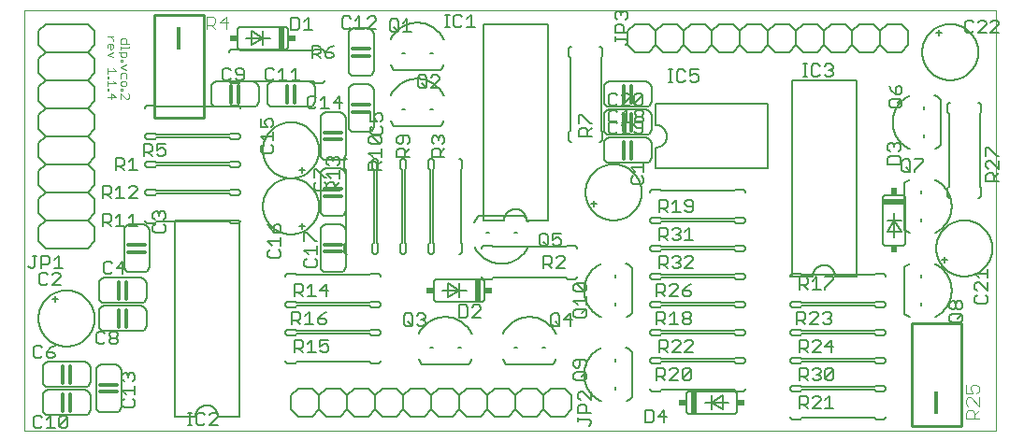
<source format=gto>
G75*
%MOIN*%
%OFA0B0*%
%FSLAX25Y25*%
%IPPOS*%
%LPD*%
%AMOC8*
5,1,8,0,0,1.08239X$1,22.5*
%
%ADD10C,0.00000*%
%ADD11C,0.00300*%
%ADD12C,0.00600*%
%ADD13C,0.01200*%
%ADD14C,0.00500*%
%ADD15R,0.02000X0.08000*%
%ADD16R,0.02500X0.02000*%
%ADD17C,0.01000*%
%ADD18R,0.01181X0.08268*%
%ADD19C,0.00400*%
%ADD20R,0.08000X0.02000*%
%ADD21R,0.02000X0.02500*%
D10*
X0001000Y0003500D02*
X0001000Y0153461D01*
X0347201Y0153461D01*
X0347201Y0003500D01*
X0001000Y0003500D01*
D11*
X0032101Y0121862D02*
X0032101Y0123797D01*
X0033552Y0122345D01*
X0030650Y0122345D01*
X0035450Y0121862D02*
X0035450Y0123797D01*
X0037385Y0121862D01*
X0037869Y0121862D01*
X0038352Y0122345D01*
X0038352Y0123313D01*
X0037869Y0123797D01*
X0035934Y0124786D02*
X0035450Y0124786D01*
X0035450Y0125270D01*
X0035934Y0125270D01*
X0035934Y0124786D01*
X0035934Y0126281D02*
X0036901Y0126281D01*
X0037385Y0126765D01*
X0037385Y0127733D01*
X0036901Y0128216D01*
X0035934Y0128216D01*
X0035450Y0127733D01*
X0035450Y0126765D01*
X0035934Y0126281D01*
X0033552Y0127249D02*
X0030650Y0127249D01*
X0030650Y0128216D02*
X0030650Y0126281D01*
X0030650Y0125270D02*
X0030650Y0124786D01*
X0031134Y0124786D01*
X0031134Y0125270D01*
X0030650Y0125270D01*
X0033552Y0127249D02*
X0032585Y0128216D01*
X0031134Y0129206D02*
X0030650Y0129206D01*
X0030650Y0129690D01*
X0031134Y0129690D01*
X0031134Y0129206D01*
X0030650Y0130701D02*
X0030650Y0132636D01*
X0030650Y0131669D02*
X0033552Y0131669D01*
X0032585Y0132636D01*
X0035450Y0133142D02*
X0037385Y0132174D01*
X0036901Y0131163D02*
X0035934Y0131163D01*
X0035450Y0130679D01*
X0035450Y0129228D01*
X0037385Y0129228D02*
X0037385Y0130679D01*
X0036901Y0131163D01*
X0035450Y0133142D02*
X0037385Y0134109D01*
X0035934Y0135099D02*
X0035450Y0135099D01*
X0035450Y0135583D01*
X0035934Y0135583D01*
X0035934Y0135099D01*
X0035934Y0136594D02*
X0035450Y0137078D01*
X0035450Y0138529D01*
X0034483Y0138529D02*
X0037385Y0138529D01*
X0037385Y0137078D01*
X0036901Y0136594D01*
X0035934Y0136594D01*
X0035450Y0139526D02*
X0035450Y0140493D01*
X0035450Y0140010D02*
X0038352Y0140010D01*
X0038352Y0140493D01*
X0038352Y0141505D02*
X0035450Y0141505D01*
X0035450Y0142956D01*
X0035934Y0143440D01*
X0036901Y0143440D01*
X0037385Y0142956D01*
X0037385Y0141505D01*
X0032585Y0140992D02*
X0032585Y0140024D01*
X0032101Y0139541D01*
X0031617Y0139541D01*
X0031617Y0141476D01*
X0031134Y0141476D02*
X0032101Y0141476D01*
X0032585Y0140992D01*
X0032585Y0142480D02*
X0032585Y0142964D01*
X0031617Y0143931D01*
X0030650Y0143931D02*
X0032585Y0143931D01*
X0031134Y0141476D02*
X0030650Y0140992D01*
X0030650Y0140024D01*
X0032585Y0138529D02*
X0030650Y0137562D01*
X0032585Y0136594D01*
D12*
X0026000Y0136000D02*
X0026000Y0131000D01*
X0023500Y0128500D01*
X0008500Y0128500D01*
X0006000Y0131000D01*
X0006000Y0136000D01*
X0008500Y0138500D01*
X0006000Y0141000D01*
X0006000Y0146000D01*
X0008500Y0148500D01*
X0023500Y0148500D01*
X0026000Y0146000D01*
X0026000Y0141000D01*
X0023500Y0138500D01*
X0008500Y0138500D01*
X0023500Y0138500D02*
X0026000Y0136000D01*
X0023500Y0128500D02*
X0026000Y0126000D01*
X0026000Y0121000D01*
X0023500Y0118500D01*
X0008500Y0118500D01*
X0006000Y0121000D01*
X0006000Y0126000D01*
X0008500Y0128500D01*
X0008500Y0118500D02*
X0006000Y0116000D01*
X0006000Y0111000D01*
X0008500Y0108500D01*
X0023500Y0108500D01*
X0026000Y0111000D01*
X0026000Y0116000D01*
X0023500Y0118500D01*
X0023500Y0108500D02*
X0026000Y0106000D01*
X0026000Y0101000D01*
X0023500Y0098500D01*
X0008500Y0098500D01*
X0006000Y0101000D01*
X0006000Y0106000D01*
X0008500Y0108500D01*
X0008500Y0098500D02*
X0006000Y0096000D01*
X0006000Y0091000D01*
X0008500Y0088500D01*
X0023500Y0088500D01*
X0026000Y0091000D01*
X0026000Y0096000D01*
X0023500Y0098500D01*
X0023500Y0088500D02*
X0026000Y0086000D01*
X0026000Y0081000D01*
X0023500Y0078500D01*
X0008500Y0078500D01*
X0006000Y0081000D01*
X0006000Y0086000D01*
X0008500Y0088500D01*
X0008500Y0078500D02*
X0006000Y0076000D01*
X0006000Y0071000D01*
X0008500Y0068500D01*
X0023500Y0068500D01*
X0026000Y0071000D01*
X0026000Y0076000D01*
X0023500Y0078500D01*
X0036500Y0075000D02*
X0036500Y0062000D01*
X0036502Y0061913D01*
X0036508Y0061826D01*
X0036517Y0061739D01*
X0036530Y0061653D01*
X0036547Y0061567D01*
X0036568Y0061482D01*
X0036593Y0061399D01*
X0036621Y0061316D01*
X0036652Y0061235D01*
X0036687Y0061155D01*
X0036726Y0061077D01*
X0036768Y0061000D01*
X0036813Y0060925D01*
X0036862Y0060853D01*
X0036913Y0060782D01*
X0036968Y0060714D01*
X0037025Y0060649D01*
X0037086Y0060586D01*
X0037149Y0060525D01*
X0037214Y0060468D01*
X0037282Y0060413D01*
X0037353Y0060362D01*
X0037425Y0060313D01*
X0037500Y0060268D01*
X0037577Y0060226D01*
X0037655Y0060187D01*
X0037735Y0060152D01*
X0037816Y0060121D01*
X0037899Y0060093D01*
X0037982Y0060068D01*
X0038067Y0060047D01*
X0038153Y0060030D01*
X0038239Y0060017D01*
X0038326Y0060008D01*
X0038413Y0060002D01*
X0038500Y0060000D01*
X0043500Y0060000D01*
X0043587Y0060002D01*
X0043674Y0060008D01*
X0043761Y0060017D01*
X0043847Y0060030D01*
X0043933Y0060047D01*
X0044018Y0060068D01*
X0044101Y0060093D01*
X0044184Y0060121D01*
X0044265Y0060152D01*
X0044345Y0060187D01*
X0044423Y0060226D01*
X0044500Y0060268D01*
X0044575Y0060313D01*
X0044647Y0060362D01*
X0044718Y0060413D01*
X0044786Y0060468D01*
X0044851Y0060525D01*
X0044914Y0060586D01*
X0044975Y0060649D01*
X0045032Y0060714D01*
X0045087Y0060782D01*
X0045138Y0060853D01*
X0045187Y0060925D01*
X0045232Y0061000D01*
X0045274Y0061077D01*
X0045313Y0061155D01*
X0045348Y0061235D01*
X0045379Y0061316D01*
X0045407Y0061399D01*
X0045432Y0061482D01*
X0045453Y0061567D01*
X0045470Y0061653D01*
X0045483Y0061739D01*
X0045492Y0061826D01*
X0045498Y0061913D01*
X0045500Y0062000D01*
X0045500Y0075000D01*
X0045498Y0075087D01*
X0045492Y0075174D01*
X0045483Y0075261D01*
X0045470Y0075347D01*
X0045453Y0075433D01*
X0045432Y0075518D01*
X0045407Y0075601D01*
X0045379Y0075684D01*
X0045348Y0075765D01*
X0045313Y0075845D01*
X0045274Y0075923D01*
X0045232Y0076000D01*
X0045187Y0076075D01*
X0045138Y0076147D01*
X0045087Y0076218D01*
X0045032Y0076286D01*
X0044975Y0076351D01*
X0044914Y0076414D01*
X0044851Y0076475D01*
X0044786Y0076532D01*
X0044718Y0076587D01*
X0044647Y0076638D01*
X0044575Y0076687D01*
X0044500Y0076732D01*
X0044423Y0076774D01*
X0044345Y0076813D01*
X0044265Y0076848D01*
X0044184Y0076879D01*
X0044101Y0076907D01*
X0044018Y0076932D01*
X0043933Y0076953D01*
X0043847Y0076970D01*
X0043761Y0076983D01*
X0043674Y0076992D01*
X0043587Y0076998D01*
X0043500Y0077000D01*
X0038500Y0077000D01*
X0038413Y0076998D01*
X0038326Y0076992D01*
X0038239Y0076983D01*
X0038153Y0076970D01*
X0038067Y0076953D01*
X0037982Y0076932D01*
X0037899Y0076907D01*
X0037816Y0076879D01*
X0037735Y0076848D01*
X0037655Y0076813D01*
X0037577Y0076774D01*
X0037500Y0076732D01*
X0037425Y0076687D01*
X0037353Y0076638D01*
X0037282Y0076587D01*
X0037214Y0076532D01*
X0037149Y0076475D01*
X0037086Y0076414D01*
X0037025Y0076351D01*
X0036968Y0076286D01*
X0036913Y0076218D01*
X0036862Y0076147D01*
X0036813Y0076075D01*
X0036768Y0076000D01*
X0036726Y0075923D01*
X0036687Y0075845D01*
X0036652Y0075765D01*
X0036621Y0075684D01*
X0036593Y0075601D01*
X0036568Y0075518D01*
X0036547Y0075433D01*
X0036530Y0075347D01*
X0036517Y0075261D01*
X0036508Y0075174D01*
X0036502Y0075087D01*
X0036500Y0075000D01*
X0045000Y0077500D02*
X0047500Y0077500D01*
X0048000Y0078000D01*
X0074000Y0078000D01*
X0074500Y0077500D01*
X0077000Y0077500D01*
X0077060Y0077502D01*
X0077121Y0077507D01*
X0077180Y0077516D01*
X0077239Y0077529D01*
X0077298Y0077545D01*
X0077355Y0077565D01*
X0077410Y0077588D01*
X0077465Y0077615D01*
X0077517Y0077644D01*
X0077568Y0077677D01*
X0077617Y0077713D01*
X0077663Y0077751D01*
X0077707Y0077793D01*
X0077749Y0077837D01*
X0077787Y0077883D01*
X0077823Y0077932D01*
X0077856Y0077983D01*
X0077885Y0078035D01*
X0077912Y0078090D01*
X0077935Y0078145D01*
X0077955Y0078202D01*
X0077971Y0078261D01*
X0077984Y0078320D01*
X0077993Y0078379D01*
X0077998Y0078440D01*
X0078000Y0078500D01*
X0077500Y0078500D02*
X0054500Y0078500D01*
X0054500Y0008500D01*
X0062000Y0008500D01*
X0062002Y0008626D01*
X0062008Y0008751D01*
X0062018Y0008876D01*
X0062032Y0009001D01*
X0062049Y0009126D01*
X0062071Y0009250D01*
X0062096Y0009373D01*
X0062126Y0009495D01*
X0062159Y0009616D01*
X0062196Y0009736D01*
X0062236Y0009855D01*
X0062281Y0009972D01*
X0062329Y0010089D01*
X0062381Y0010203D01*
X0062436Y0010316D01*
X0062495Y0010427D01*
X0062557Y0010536D01*
X0062623Y0010643D01*
X0062692Y0010748D01*
X0062764Y0010851D01*
X0062839Y0010952D01*
X0062918Y0011050D01*
X0063000Y0011145D01*
X0063084Y0011238D01*
X0063172Y0011328D01*
X0063262Y0011416D01*
X0063355Y0011500D01*
X0063450Y0011582D01*
X0063548Y0011661D01*
X0063649Y0011736D01*
X0063752Y0011808D01*
X0063857Y0011877D01*
X0063964Y0011943D01*
X0064073Y0012005D01*
X0064184Y0012064D01*
X0064297Y0012119D01*
X0064411Y0012171D01*
X0064528Y0012219D01*
X0064645Y0012264D01*
X0064764Y0012304D01*
X0064884Y0012341D01*
X0065005Y0012374D01*
X0065127Y0012404D01*
X0065250Y0012429D01*
X0065374Y0012451D01*
X0065499Y0012468D01*
X0065624Y0012482D01*
X0065749Y0012492D01*
X0065874Y0012498D01*
X0066000Y0012500D01*
X0066126Y0012498D01*
X0066251Y0012492D01*
X0066376Y0012482D01*
X0066501Y0012468D01*
X0066626Y0012451D01*
X0066750Y0012429D01*
X0066873Y0012404D01*
X0066995Y0012374D01*
X0067116Y0012341D01*
X0067236Y0012304D01*
X0067355Y0012264D01*
X0067472Y0012219D01*
X0067589Y0012171D01*
X0067703Y0012119D01*
X0067816Y0012064D01*
X0067927Y0012005D01*
X0068036Y0011943D01*
X0068143Y0011877D01*
X0068248Y0011808D01*
X0068351Y0011736D01*
X0068452Y0011661D01*
X0068550Y0011582D01*
X0068645Y0011500D01*
X0068738Y0011416D01*
X0068828Y0011328D01*
X0068916Y0011238D01*
X0069000Y0011145D01*
X0069082Y0011050D01*
X0069161Y0010952D01*
X0069236Y0010851D01*
X0069308Y0010748D01*
X0069377Y0010643D01*
X0069443Y0010536D01*
X0069505Y0010427D01*
X0069564Y0010316D01*
X0069619Y0010203D01*
X0069671Y0010089D01*
X0069719Y0009972D01*
X0069764Y0009855D01*
X0069804Y0009736D01*
X0069841Y0009616D01*
X0069874Y0009495D01*
X0069904Y0009373D01*
X0069929Y0009250D01*
X0069951Y0009126D01*
X0069968Y0009001D01*
X0069982Y0008876D01*
X0069992Y0008751D01*
X0069998Y0008626D01*
X0070000Y0008500D01*
X0077500Y0008500D01*
X0077500Y0078500D01*
X0077000Y0087500D02*
X0074500Y0087500D01*
X0074000Y0088000D01*
X0048000Y0088000D01*
X0047500Y0087500D01*
X0045000Y0087500D01*
X0044940Y0087502D01*
X0044879Y0087507D01*
X0044820Y0087516D01*
X0044761Y0087529D01*
X0044702Y0087545D01*
X0044645Y0087565D01*
X0044590Y0087588D01*
X0044535Y0087615D01*
X0044483Y0087644D01*
X0044432Y0087677D01*
X0044383Y0087713D01*
X0044337Y0087751D01*
X0044293Y0087793D01*
X0044251Y0087837D01*
X0044213Y0087883D01*
X0044177Y0087932D01*
X0044144Y0087983D01*
X0044115Y0088035D01*
X0044088Y0088090D01*
X0044065Y0088145D01*
X0044045Y0088202D01*
X0044029Y0088261D01*
X0044016Y0088320D01*
X0044007Y0088379D01*
X0044002Y0088440D01*
X0044000Y0088500D01*
X0044002Y0088560D01*
X0044007Y0088621D01*
X0044016Y0088680D01*
X0044029Y0088739D01*
X0044045Y0088798D01*
X0044065Y0088855D01*
X0044088Y0088910D01*
X0044115Y0088965D01*
X0044144Y0089017D01*
X0044177Y0089068D01*
X0044213Y0089117D01*
X0044251Y0089163D01*
X0044293Y0089207D01*
X0044337Y0089249D01*
X0044383Y0089287D01*
X0044432Y0089323D01*
X0044483Y0089356D01*
X0044535Y0089385D01*
X0044590Y0089412D01*
X0044645Y0089435D01*
X0044702Y0089455D01*
X0044761Y0089471D01*
X0044820Y0089484D01*
X0044879Y0089493D01*
X0044940Y0089498D01*
X0045000Y0089500D01*
X0047500Y0089500D01*
X0048000Y0089000D01*
X0074000Y0089000D01*
X0074500Y0089500D01*
X0077000Y0089500D01*
X0078000Y0088500D02*
X0077998Y0088440D01*
X0077993Y0088379D01*
X0077984Y0088320D01*
X0077971Y0088261D01*
X0077955Y0088202D01*
X0077935Y0088145D01*
X0077912Y0088090D01*
X0077885Y0088035D01*
X0077856Y0087983D01*
X0077823Y0087932D01*
X0077787Y0087883D01*
X0077749Y0087837D01*
X0077707Y0087793D01*
X0077663Y0087751D01*
X0077617Y0087713D01*
X0077568Y0087677D01*
X0077517Y0087644D01*
X0077465Y0087615D01*
X0077410Y0087588D01*
X0077355Y0087565D01*
X0077298Y0087545D01*
X0077239Y0087529D01*
X0077180Y0087516D01*
X0077121Y0087507D01*
X0077060Y0087502D01*
X0077000Y0087500D01*
X0078000Y0088500D02*
X0077998Y0088560D01*
X0077993Y0088621D01*
X0077984Y0088680D01*
X0077971Y0088739D01*
X0077955Y0088798D01*
X0077935Y0088855D01*
X0077912Y0088910D01*
X0077885Y0088965D01*
X0077856Y0089017D01*
X0077823Y0089068D01*
X0077787Y0089117D01*
X0077749Y0089163D01*
X0077707Y0089207D01*
X0077663Y0089249D01*
X0077617Y0089287D01*
X0077568Y0089323D01*
X0077517Y0089356D01*
X0077465Y0089385D01*
X0077410Y0089412D01*
X0077355Y0089435D01*
X0077298Y0089455D01*
X0077239Y0089471D01*
X0077180Y0089484D01*
X0077121Y0089493D01*
X0077060Y0089498D01*
X0077000Y0089500D01*
X0077000Y0097500D02*
X0074500Y0097500D01*
X0074000Y0098000D01*
X0048000Y0098000D01*
X0047500Y0097500D01*
X0045000Y0097500D01*
X0044000Y0098500D02*
X0044002Y0098560D01*
X0044007Y0098621D01*
X0044016Y0098680D01*
X0044029Y0098739D01*
X0044045Y0098798D01*
X0044065Y0098855D01*
X0044088Y0098910D01*
X0044115Y0098965D01*
X0044144Y0099017D01*
X0044177Y0099068D01*
X0044213Y0099117D01*
X0044251Y0099163D01*
X0044293Y0099207D01*
X0044337Y0099249D01*
X0044383Y0099287D01*
X0044432Y0099323D01*
X0044483Y0099356D01*
X0044535Y0099385D01*
X0044590Y0099412D01*
X0044645Y0099435D01*
X0044702Y0099455D01*
X0044761Y0099471D01*
X0044820Y0099484D01*
X0044879Y0099493D01*
X0044940Y0099498D01*
X0045000Y0099500D01*
X0047500Y0099500D01*
X0048000Y0099000D01*
X0074000Y0099000D01*
X0074500Y0099500D01*
X0077000Y0099500D01*
X0077060Y0099498D01*
X0077121Y0099493D01*
X0077180Y0099484D01*
X0077239Y0099471D01*
X0077298Y0099455D01*
X0077355Y0099435D01*
X0077410Y0099412D01*
X0077465Y0099385D01*
X0077517Y0099356D01*
X0077568Y0099323D01*
X0077617Y0099287D01*
X0077663Y0099249D01*
X0077707Y0099207D01*
X0077749Y0099163D01*
X0077787Y0099117D01*
X0077823Y0099068D01*
X0077856Y0099017D01*
X0077885Y0098965D01*
X0077912Y0098910D01*
X0077935Y0098855D01*
X0077955Y0098798D01*
X0077971Y0098739D01*
X0077984Y0098680D01*
X0077993Y0098621D01*
X0077998Y0098560D01*
X0078000Y0098500D01*
X0077998Y0098440D01*
X0077993Y0098379D01*
X0077984Y0098320D01*
X0077971Y0098261D01*
X0077955Y0098202D01*
X0077935Y0098145D01*
X0077912Y0098090D01*
X0077885Y0098035D01*
X0077856Y0097983D01*
X0077823Y0097932D01*
X0077787Y0097883D01*
X0077749Y0097837D01*
X0077707Y0097793D01*
X0077663Y0097751D01*
X0077617Y0097713D01*
X0077568Y0097677D01*
X0077517Y0097644D01*
X0077465Y0097615D01*
X0077410Y0097588D01*
X0077355Y0097565D01*
X0077298Y0097545D01*
X0077239Y0097529D01*
X0077180Y0097516D01*
X0077121Y0097507D01*
X0077060Y0097502D01*
X0077000Y0097500D01*
X0086000Y0103500D02*
X0086003Y0103745D01*
X0086012Y0103991D01*
X0086027Y0104236D01*
X0086048Y0104480D01*
X0086075Y0104724D01*
X0086108Y0104967D01*
X0086147Y0105210D01*
X0086192Y0105451D01*
X0086243Y0105691D01*
X0086300Y0105930D01*
X0086362Y0106167D01*
X0086431Y0106403D01*
X0086505Y0106637D01*
X0086585Y0106869D01*
X0086670Y0107099D01*
X0086761Y0107327D01*
X0086858Y0107552D01*
X0086960Y0107776D01*
X0087068Y0107996D01*
X0087181Y0108214D01*
X0087299Y0108429D01*
X0087423Y0108641D01*
X0087551Y0108850D01*
X0087685Y0109056D01*
X0087824Y0109258D01*
X0087968Y0109457D01*
X0088117Y0109652D01*
X0088270Y0109844D01*
X0088428Y0110032D01*
X0088590Y0110216D01*
X0088758Y0110395D01*
X0088929Y0110571D01*
X0089105Y0110742D01*
X0089284Y0110910D01*
X0089468Y0111072D01*
X0089656Y0111230D01*
X0089848Y0111383D01*
X0090043Y0111532D01*
X0090242Y0111676D01*
X0090444Y0111815D01*
X0090650Y0111949D01*
X0090859Y0112077D01*
X0091071Y0112201D01*
X0091286Y0112319D01*
X0091504Y0112432D01*
X0091724Y0112540D01*
X0091948Y0112642D01*
X0092173Y0112739D01*
X0092401Y0112830D01*
X0092631Y0112915D01*
X0092863Y0112995D01*
X0093097Y0113069D01*
X0093333Y0113138D01*
X0093570Y0113200D01*
X0093809Y0113257D01*
X0094049Y0113308D01*
X0094290Y0113353D01*
X0094533Y0113392D01*
X0094776Y0113425D01*
X0095020Y0113452D01*
X0095264Y0113473D01*
X0095509Y0113488D01*
X0095755Y0113497D01*
X0096000Y0113500D01*
X0096245Y0113497D01*
X0096491Y0113488D01*
X0096736Y0113473D01*
X0096980Y0113452D01*
X0097224Y0113425D01*
X0097467Y0113392D01*
X0097710Y0113353D01*
X0097951Y0113308D01*
X0098191Y0113257D01*
X0098430Y0113200D01*
X0098667Y0113138D01*
X0098903Y0113069D01*
X0099137Y0112995D01*
X0099369Y0112915D01*
X0099599Y0112830D01*
X0099827Y0112739D01*
X0100052Y0112642D01*
X0100276Y0112540D01*
X0100496Y0112432D01*
X0100714Y0112319D01*
X0100929Y0112201D01*
X0101141Y0112077D01*
X0101350Y0111949D01*
X0101556Y0111815D01*
X0101758Y0111676D01*
X0101957Y0111532D01*
X0102152Y0111383D01*
X0102344Y0111230D01*
X0102532Y0111072D01*
X0102716Y0110910D01*
X0102895Y0110742D01*
X0103071Y0110571D01*
X0103242Y0110395D01*
X0103410Y0110216D01*
X0103572Y0110032D01*
X0103730Y0109844D01*
X0103883Y0109652D01*
X0104032Y0109457D01*
X0104176Y0109258D01*
X0104315Y0109056D01*
X0104449Y0108850D01*
X0104577Y0108641D01*
X0104701Y0108429D01*
X0104819Y0108214D01*
X0104932Y0107996D01*
X0105040Y0107776D01*
X0105142Y0107552D01*
X0105239Y0107327D01*
X0105330Y0107099D01*
X0105415Y0106869D01*
X0105495Y0106637D01*
X0105569Y0106403D01*
X0105638Y0106167D01*
X0105700Y0105930D01*
X0105757Y0105691D01*
X0105808Y0105451D01*
X0105853Y0105210D01*
X0105892Y0104967D01*
X0105925Y0104724D01*
X0105952Y0104480D01*
X0105973Y0104236D01*
X0105988Y0103991D01*
X0105997Y0103745D01*
X0106000Y0103500D01*
X0105997Y0103255D01*
X0105988Y0103009D01*
X0105973Y0102764D01*
X0105952Y0102520D01*
X0105925Y0102276D01*
X0105892Y0102033D01*
X0105853Y0101790D01*
X0105808Y0101549D01*
X0105757Y0101309D01*
X0105700Y0101070D01*
X0105638Y0100833D01*
X0105569Y0100597D01*
X0105495Y0100363D01*
X0105415Y0100131D01*
X0105330Y0099901D01*
X0105239Y0099673D01*
X0105142Y0099448D01*
X0105040Y0099224D01*
X0104932Y0099004D01*
X0104819Y0098786D01*
X0104701Y0098571D01*
X0104577Y0098359D01*
X0104449Y0098150D01*
X0104315Y0097944D01*
X0104176Y0097742D01*
X0104032Y0097543D01*
X0103883Y0097348D01*
X0103730Y0097156D01*
X0103572Y0096968D01*
X0103410Y0096784D01*
X0103242Y0096605D01*
X0103071Y0096429D01*
X0102895Y0096258D01*
X0102716Y0096090D01*
X0102532Y0095928D01*
X0102344Y0095770D01*
X0102152Y0095617D01*
X0101957Y0095468D01*
X0101758Y0095324D01*
X0101556Y0095185D01*
X0101350Y0095051D01*
X0101141Y0094923D01*
X0100929Y0094799D01*
X0100714Y0094681D01*
X0100496Y0094568D01*
X0100276Y0094460D01*
X0100052Y0094358D01*
X0099827Y0094261D01*
X0099599Y0094170D01*
X0099369Y0094085D01*
X0099137Y0094005D01*
X0098903Y0093931D01*
X0098667Y0093862D01*
X0098430Y0093800D01*
X0098191Y0093743D01*
X0097951Y0093692D01*
X0097710Y0093647D01*
X0097467Y0093608D01*
X0097224Y0093575D01*
X0096980Y0093548D01*
X0096736Y0093527D01*
X0096491Y0093512D01*
X0096245Y0093503D01*
X0096000Y0093500D01*
X0095755Y0093503D01*
X0095509Y0093512D01*
X0095264Y0093527D01*
X0095020Y0093548D01*
X0094776Y0093575D01*
X0094533Y0093608D01*
X0094290Y0093647D01*
X0094049Y0093692D01*
X0093809Y0093743D01*
X0093570Y0093800D01*
X0093333Y0093862D01*
X0093097Y0093931D01*
X0092863Y0094005D01*
X0092631Y0094085D01*
X0092401Y0094170D01*
X0092173Y0094261D01*
X0091948Y0094358D01*
X0091724Y0094460D01*
X0091504Y0094568D01*
X0091286Y0094681D01*
X0091071Y0094799D01*
X0090859Y0094923D01*
X0090650Y0095051D01*
X0090444Y0095185D01*
X0090242Y0095324D01*
X0090043Y0095468D01*
X0089848Y0095617D01*
X0089656Y0095770D01*
X0089468Y0095928D01*
X0089284Y0096090D01*
X0089105Y0096258D01*
X0088929Y0096429D01*
X0088758Y0096605D01*
X0088590Y0096784D01*
X0088428Y0096968D01*
X0088270Y0097156D01*
X0088117Y0097348D01*
X0087968Y0097543D01*
X0087824Y0097742D01*
X0087685Y0097944D01*
X0087551Y0098150D01*
X0087423Y0098359D01*
X0087299Y0098571D01*
X0087181Y0098786D01*
X0087068Y0099004D01*
X0086960Y0099224D01*
X0086858Y0099448D01*
X0086761Y0099673D01*
X0086670Y0099901D01*
X0086585Y0100131D01*
X0086505Y0100363D01*
X0086431Y0100597D01*
X0086362Y0100833D01*
X0086300Y0101070D01*
X0086243Y0101309D01*
X0086192Y0101549D01*
X0086147Y0101790D01*
X0086108Y0102033D01*
X0086075Y0102276D01*
X0086048Y0102520D01*
X0086027Y0102764D01*
X0086012Y0103009D01*
X0086003Y0103255D01*
X0086000Y0103500D01*
X0077000Y0107500D02*
X0074500Y0107500D01*
X0074000Y0108000D01*
X0048000Y0108000D01*
X0047500Y0107500D01*
X0045000Y0107500D01*
X0044940Y0107502D01*
X0044879Y0107507D01*
X0044820Y0107516D01*
X0044761Y0107529D01*
X0044702Y0107545D01*
X0044645Y0107565D01*
X0044590Y0107588D01*
X0044535Y0107615D01*
X0044483Y0107644D01*
X0044432Y0107677D01*
X0044383Y0107713D01*
X0044337Y0107751D01*
X0044293Y0107793D01*
X0044251Y0107837D01*
X0044213Y0107883D01*
X0044177Y0107932D01*
X0044144Y0107983D01*
X0044115Y0108035D01*
X0044088Y0108090D01*
X0044065Y0108145D01*
X0044045Y0108202D01*
X0044029Y0108261D01*
X0044016Y0108320D01*
X0044007Y0108379D01*
X0044002Y0108440D01*
X0044000Y0108500D01*
X0044002Y0108560D01*
X0044007Y0108621D01*
X0044016Y0108680D01*
X0044029Y0108739D01*
X0044045Y0108798D01*
X0044065Y0108855D01*
X0044088Y0108910D01*
X0044115Y0108965D01*
X0044144Y0109017D01*
X0044177Y0109068D01*
X0044213Y0109117D01*
X0044251Y0109163D01*
X0044293Y0109207D01*
X0044337Y0109249D01*
X0044383Y0109287D01*
X0044432Y0109323D01*
X0044483Y0109356D01*
X0044535Y0109385D01*
X0044590Y0109412D01*
X0044645Y0109435D01*
X0044702Y0109455D01*
X0044761Y0109471D01*
X0044820Y0109484D01*
X0044879Y0109493D01*
X0044940Y0109498D01*
X0045000Y0109500D01*
X0047500Y0109500D01*
X0048000Y0109000D01*
X0074000Y0109000D01*
X0074500Y0109500D01*
X0077000Y0109500D01*
X0078000Y0108500D02*
X0077998Y0108440D01*
X0077993Y0108379D01*
X0077984Y0108320D01*
X0077971Y0108261D01*
X0077955Y0108202D01*
X0077935Y0108145D01*
X0077912Y0108090D01*
X0077885Y0108035D01*
X0077856Y0107983D01*
X0077823Y0107932D01*
X0077787Y0107883D01*
X0077749Y0107837D01*
X0077707Y0107793D01*
X0077663Y0107751D01*
X0077617Y0107713D01*
X0077568Y0107677D01*
X0077517Y0107644D01*
X0077465Y0107615D01*
X0077410Y0107588D01*
X0077355Y0107565D01*
X0077298Y0107545D01*
X0077239Y0107529D01*
X0077180Y0107516D01*
X0077121Y0107507D01*
X0077060Y0107502D01*
X0077000Y0107500D01*
X0078000Y0108500D02*
X0077998Y0108560D01*
X0077993Y0108621D01*
X0077984Y0108680D01*
X0077971Y0108739D01*
X0077955Y0108798D01*
X0077935Y0108855D01*
X0077912Y0108910D01*
X0077885Y0108965D01*
X0077856Y0109017D01*
X0077823Y0109068D01*
X0077787Y0109117D01*
X0077749Y0109163D01*
X0077707Y0109207D01*
X0077663Y0109249D01*
X0077617Y0109287D01*
X0077568Y0109323D01*
X0077517Y0109356D01*
X0077465Y0109385D01*
X0077410Y0109412D01*
X0077355Y0109435D01*
X0077298Y0109455D01*
X0077239Y0109471D01*
X0077180Y0109484D01*
X0077121Y0109493D01*
X0077060Y0109498D01*
X0077000Y0109500D01*
X0078000Y0118500D02*
X0077998Y0118560D01*
X0077993Y0118621D01*
X0077984Y0118680D01*
X0077971Y0118739D01*
X0077955Y0118798D01*
X0077935Y0118855D01*
X0077912Y0118910D01*
X0077885Y0118965D01*
X0077856Y0119017D01*
X0077823Y0119068D01*
X0077787Y0119117D01*
X0077749Y0119163D01*
X0077707Y0119207D01*
X0077663Y0119249D01*
X0077617Y0119287D01*
X0077568Y0119323D01*
X0077517Y0119356D01*
X0077465Y0119385D01*
X0077410Y0119412D01*
X0077355Y0119435D01*
X0077298Y0119455D01*
X0077239Y0119471D01*
X0077180Y0119484D01*
X0077121Y0119493D01*
X0077060Y0119498D01*
X0077000Y0119500D01*
X0074500Y0119500D01*
X0074000Y0119000D01*
X0048000Y0119000D01*
X0047500Y0119500D01*
X0045000Y0119500D01*
X0044940Y0119498D01*
X0044879Y0119493D01*
X0044820Y0119484D01*
X0044761Y0119471D01*
X0044702Y0119455D01*
X0044645Y0119435D01*
X0044590Y0119412D01*
X0044535Y0119385D01*
X0044483Y0119356D01*
X0044432Y0119323D01*
X0044383Y0119287D01*
X0044337Y0119249D01*
X0044293Y0119207D01*
X0044251Y0119163D01*
X0044213Y0119117D01*
X0044177Y0119068D01*
X0044144Y0119017D01*
X0044115Y0118965D01*
X0044088Y0118910D01*
X0044065Y0118855D01*
X0044045Y0118798D01*
X0044029Y0118739D01*
X0044016Y0118680D01*
X0044007Y0118621D01*
X0044002Y0118560D01*
X0044000Y0118500D01*
X0067500Y0121000D02*
X0067500Y0126000D01*
X0067502Y0126087D01*
X0067508Y0126174D01*
X0067517Y0126261D01*
X0067530Y0126347D01*
X0067547Y0126433D01*
X0067568Y0126518D01*
X0067593Y0126601D01*
X0067621Y0126684D01*
X0067652Y0126765D01*
X0067687Y0126845D01*
X0067726Y0126923D01*
X0067768Y0127000D01*
X0067813Y0127075D01*
X0067862Y0127147D01*
X0067913Y0127218D01*
X0067968Y0127286D01*
X0068025Y0127351D01*
X0068086Y0127414D01*
X0068149Y0127475D01*
X0068214Y0127532D01*
X0068282Y0127587D01*
X0068353Y0127638D01*
X0068425Y0127687D01*
X0068500Y0127732D01*
X0068577Y0127774D01*
X0068655Y0127813D01*
X0068735Y0127848D01*
X0068816Y0127879D01*
X0068899Y0127907D01*
X0068982Y0127932D01*
X0069067Y0127953D01*
X0069153Y0127970D01*
X0069239Y0127983D01*
X0069326Y0127992D01*
X0069413Y0127998D01*
X0069500Y0128000D01*
X0082500Y0128000D01*
X0082587Y0127998D01*
X0082674Y0127992D01*
X0082761Y0127983D01*
X0082847Y0127970D01*
X0082933Y0127953D01*
X0083018Y0127932D01*
X0083101Y0127907D01*
X0083184Y0127879D01*
X0083265Y0127848D01*
X0083345Y0127813D01*
X0083423Y0127774D01*
X0083500Y0127732D01*
X0083575Y0127687D01*
X0083647Y0127638D01*
X0083718Y0127587D01*
X0083786Y0127532D01*
X0083851Y0127475D01*
X0083914Y0127414D01*
X0083975Y0127351D01*
X0084032Y0127286D01*
X0084087Y0127218D01*
X0084138Y0127147D01*
X0084187Y0127075D01*
X0084232Y0127000D01*
X0084274Y0126923D01*
X0084313Y0126845D01*
X0084348Y0126765D01*
X0084379Y0126684D01*
X0084407Y0126601D01*
X0084432Y0126518D01*
X0084453Y0126433D01*
X0084470Y0126347D01*
X0084483Y0126261D01*
X0084492Y0126174D01*
X0084498Y0126087D01*
X0084500Y0126000D01*
X0084500Y0121000D01*
X0084498Y0120913D01*
X0084492Y0120826D01*
X0084483Y0120739D01*
X0084470Y0120653D01*
X0084453Y0120567D01*
X0084432Y0120482D01*
X0084407Y0120399D01*
X0084379Y0120316D01*
X0084348Y0120235D01*
X0084313Y0120155D01*
X0084274Y0120077D01*
X0084232Y0120000D01*
X0084187Y0119925D01*
X0084138Y0119853D01*
X0084087Y0119782D01*
X0084032Y0119714D01*
X0083975Y0119649D01*
X0083914Y0119586D01*
X0083851Y0119525D01*
X0083786Y0119468D01*
X0083718Y0119413D01*
X0083647Y0119362D01*
X0083575Y0119313D01*
X0083500Y0119268D01*
X0083423Y0119226D01*
X0083345Y0119187D01*
X0083265Y0119152D01*
X0083184Y0119121D01*
X0083101Y0119093D01*
X0083018Y0119068D01*
X0082933Y0119047D01*
X0082847Y0119030D01*
X0082761Y0119017D01*
X0082674Y0119008D01*
X0082587Y0119002D01*
X0082500Y0119000D01*
X0069500Y0119000D01*
X0069413Y0119002D01*
X0069326Y0119008D01*
X0069239Y0119017D01*
X0069153Y0119030D01*
X0069067Y0119047D01*
X0068982Y0119068D01*
X0068899Y0119093D01*
X0068816Y0119121D01*
X0068735Y0119152D01*
X0068655Y0119187D01*
X0068577Y0119226D01*
X0068500Y0119268D01*
X0068425Y0119313D01*
X0068353Y0119362D01*
X0068282Y0119413D01*
X0068214Y0119468D01*
X0068149Y0119525D01*
X0068086Y0119586D01*
X0068025Y0119649D01*
X0067968Y0119714D01*
X0067913Y0119782D01*
X0067862Y0119853D01*
X0067813Y0119925D01*
X0067768Y0120000D01*
X0067726Y0120077D01*
X0067687Y0120155D01*
X0067652Y0120235D01*
X0067621Y0120316D01*
X0067593Y0120399D01*
X0067568Y0120482D01*
X0067547Y0120567D01*
X0067530Y0120653D01*
X0067517Y0120739D01*
X0067508Y0120826D01*
X0067502Y0120913D01*
X0067500Y0121000D01*
X0075000Y0127500D02*
X0077500Y0127500D01*
X0078000Y0128000D01*
X0104000Y0128000D01*
X0104500Y0127500D01*
X0107000Y0127500D01*
X0107060Y0127502D01*
X0107121Y0127507D01*
X0107180Y0127516D01*
X0107239Y0127529D01*
X0107298Y0127545D01*
X0107355Y0127565D01*
X0107410Y0127588D01*
X0107465Y0127615D01*
X0107517Y0127644D01*
X0107568Y0127677D01*
X0107617Y0127713D01*
X0107663Y0127751D01*
X0107707Y0127793D01*
X0107749Y0127837D01*
X0107787Y0127883D01*
X0107823Y0127932D01*
X0107856Y0127983D01*
X0107885Y0128035D01*
X0107912Y0128090D01*
X0107935Y0128145D01*
X0107955Y0128202D01*
X0107971Y0128261D01*
X0107984Y0128320D01*
X0107993Y0128379D01*
X0107998Y0128440D01*
X0108000Y0128500D01*
X0104500Y0126000D02*
X0104500Y0121000D01*
X0104498Y0120913D01*
X0104492Y0120826D01*
X0104483Y0120739D01*
X0104470Y0120653D01*
X0104453Y0120567D01*
X0104432Y0120482D01*
X0104407Y0120399D01*
X0104379Y0120316D01*
X0104348Y0120235D01*
X0104313Y0120155D01*
X0104274Y0120077D01*
X0104232Y0120000D01*
X0104187Y0119925D01*
X0104138Y0119853D01*
X0104087Y0119782D01*
X0104032Y0119714D01*
X0103975Y0119649D01*
X0103914Y0119586D01*
X0103851Y0119525D01*
X0103786Y0119468D01*
X0103718Y0119413D01*
X0103647Y0119362D01*
X0103575Y0119313D01*
X0103500Y0119268D01*
X0103423Y0119226D01*
X0103345Y0119187D01*
X0103265Y0119152D01*
X0103184Y0119121D01*
X0103101Y0119093D01*
X0103018Y0119068D01*
X0102933Y0119047D01*
X0102847Y0119030D01*
X0102761Y0119017D01*
X0102674Y0119008D01*
X0102587Y0119002D01*
X0102500Y0119000D01*
X0089500Y0119000D01*
X0089413Y0119002D01*
X0089326Y0119008D01*
X0089239Y0119017D01*
X0089153Y0119030D01*
X0089067Y0119047D01*
X0088982Y0119068D01*
X0088899Y0119093D01*
X0088816Y0119121D01*
X0088735Y0119152D01*
X0088655Y0119187D01*
X0088577Y0119226D01*
X0088500Y0119268D01*
X0088425Y0119313D01*
X0088353Y0119362D01*
X0088282Y0119413D01*
X0088214Y0119468D01*
X0088149Y0119525D01*
X0088086Y0119586D01*
X0088025Y0119649D01*
X0087968Y0119714D01*
X0087913Y0119782D01*
X0087862Y0119853D01*
X0087813Y0119925D01*
X0087768Y0120000D01*
X0087726Y0120077D01*
X0087687Y0120155D01*
X0087652Y0120235D01*
X0087621Y0120316D01*
X0087593Y0120399D01*
X0087568Y0120482D01*
X0087547Y0120567D01*
X0087530Y0120653D01*
X0087517Y0120739D01*
X0087508Y0120826D01*
X0087502Y0120913D01*
X0087500Y0121000D01*
X0087500Y0126000D01*
X0087502Y0126087D01*
X0087508Y0126174D01*
X0087517Y0126261D01*
X0087530Y0126347D01*
X0087547Y0126433D01*
X0087568Y0126518D01*
X0087593Y0126601D01*
X0087621Y0126684D01*
X0087652Y0126765D01*
X0087687Y0126845D01*
X0087726Y0126923D01*
X0087768Y0127000D01*
X0087813Y0127075D01*
X0087862Y0127147D01*
X0087913Y0127218D01*
X0087968Y0127286D01*
X0088025Y0127351D01*
X0088086Y0127414D01*
X0088149Y0127475D01*
X0088214Y0127532D01*
X0088282Y0127587D01*
X0088353Y0127638D01*
X0088425Y0127687D01*
X0088500Y0127732D01*
X0088577Y0127774D01*
X0088655Y0127813D01*
X0088735Y0127848D01*
X0088816Y0127879D01*
X0088899Y0127907D01*
X0088982Y0127932D01*
X0089067Y0127953D01*
X0089153Y0127970D01*
X0089239Y0127983D01*
X0089326Y0127992D01*
X0089413Y0127998D01*
X0089500Y0128000D01*
X0102500Y0128000D01*
X0102587Y0127998D01*
X0102674Y0127992D01*
X0102761Y0127983D01*
X0102847Y0127970D01*
X0102933Y0127953D01*
X0103018Y0127932D01*
X0103101Y0127907D01*
X0103184Y0127879D01*
X0103265Y0127848D01*
X0103345Y0127813D01*
X0103423Y0127774D01*
X0103500Y0127732D01*
X0103575Y0127687D01*
X0103647Y0127638D01*
X0103718Y0127587D01*
X0103786Y0127532D01*
X0103851Y0127475D01*
X0103914Y0127414D01*
X0103975Y0127351D01*
X0104032Y0127286D01*
X0104087Y0127218D01*
X0104138Y0127147D01*
X0104187Y0127075D01*
X0104232Y0127000D01*
X0104274Y0126923D01*
X0104313Y0126845D01*
X0104348Y0126765D01*
X0104379Y0126684D01*
X0104407Y0126601D01*
X0104432Y0126518D01*
X0104453Y0126433D01*
X0104470Y0126347D01*
X0104483Y0126261D01*
X0104492Y0126174D01*
X0104498Y0126087D01*
X0104500Y0126000D01*
X0116500Y0125000D02*
X0116500Y0112000D01*
X0116502Y0111913D01*
X0116508Y0111826D01*
X0116517Y0111739D01*
X0116530Y0111653D01*
X0116547Y0111567D01*
X0116568Y0111482D01*
X0116593Y0111399D01*
X0116621Y0111316D01*
X0116652Y0111235D01*
X0116687Y0111155D01*
X0116726Y0111077D01*
X0116768Y0111000D01*
X0116813Y0110925D01*
X0116862Y0110853D01*
X0116913Y0110782D01*
X0116968Y0110714D01*
X0117025Y0110649D01*
X0117086Y0110586D01*
X0117149Y0110525D01*
X0117214Y0110468D01*
X0117282Y0110413D01*
X0117353Y0110362D01*
X0117425Y0110313D01*
X0117500Y0110268D01*
X0117577Y0110226D01*
X0117655Y0110187D01*
X0117735Y0110152D01*
X0117816Y0110121D01*
X0117899Y0110093D01*
X0117982Y0110068D01*
X0118067Y0110047D01*
X0118153Y0110030D01*
X0118239Y0110017D01*
X0118326Y0110008D01*
X0118413Y0110002D01*
X0118500Y0110000D01*
X0123500Y0110000D01*
X0123587Y0110002D01*
X0123674Y0110008D01*
X0123761Y0110017D01*
X0123847Y0110030D01*
X0123933Y0110047D01*
X0124018Y0110068D01*
X0124101Y0110093D01*
X0124184Y0110121D01*
X0124265Y0110152D01*
X0124345Y0110187D01*
X0124423Y0110226D01*
X0124500Y0110268D01*
X0124575Y0110313D01*
X0124647Y0110362D01*
X0124718Y0110413D01*
X0124786Y0110468D01*
X0124851Y0110525D01*
X0124914Y0110586D01*
X0124975Y0110649D01*
X0125032Y0110714D01*
X0125087Y0110782D01*
X0125138Y0110853D01*
X0125187Y0110925D01*
X0125232Y0111000D01*
X0125274Y0111077D01*
X0125313Y0111155D01*
X0125348Y0111235D01*
X0125379Y0111316D01*
X0125407Y0111399D01*
X0125432Y0111482D01*
X0125453Y0111567D01*
X0125470Y0111653D01*
X0125483Y0111739D01*
X0125492Y0111826D01*
X0125498Y0111913D01*
X0125500Y0112000D01*
X0125500Y0125000D01*
X0125498Y0125087D01*
X0125492Y0125174D01*
X0125483Y0125261D01*
X0125470Y0125347D01*
X0125453Y0125433D01*
X0125432Y0125518D01*
X0125407Y0125601D01*
X0125379Y0125684D01*
X0125348Y0125765D01*
X0125313Y0125845D01*
X0125274Y0125923D01*
X0125232Y0126000D01*
X0125187Y0126075D01*
X0125138Y0126147D01*
X0125087Y0126218D01*
X0125032Y0126286D01*
X0124975Y0126351D01*
X0124914Y0126414D01*
X0124851Y0126475D01*
X0124786Y0126532D01*
X0124718Y0126587D01*
X0124647Y0126638D01*
X0124575Y0126687D01*
X0124500Y0126732D01*
X0124423Y0126774D01*
X0124345Y0126813D01*
X0124265Y0126848D01*
X0124184Y0126879D01*
X0124101Y0126907D01*
X0124018Y0126932D01*
X0123933Y0126953D01*
X0123847Y0126970D01*
X0123761Y0126983D01*
X0123674Y0126992D01*
X0123587Y0126998D01*
X0123500Y0127000D01*
X0118500Y0127000D01*
X0118413Y0126998D01*
X0118326Y0126992D01*
X0118239Y0126983D01*
X0118153Y0126970D01*
X0118067Y0126953D01*
X0117982Y0126932D01*
X0117899Y0126907D01*
X0117816Y0126879D01*
X0117735Y0126848D01*
X0117655Y0126813D01*
X0117577Y0126774D01*
X0117500Y0126732D01*
X0117425Y0126687D01*
X0117353Y0126638D01*
X0117282Y0126587D01*
X0117214Y0126532D01*
X0117149Y0126475D01*
X0117086Y0126414D01*
X0117025Y0126351D01*
X0116968Y0126286D01*
X0116913Y0126218D01*
X0116862Y0126147D01*
X0116813Y0126075D01*
X0116768Y0126000D01*
X0116726Y0125923D01*
X0116687Y0125845D01*
X0116652Y0125765D01*
X0116621Y0125684D01*
X0116593Y0125601D01*
X0116568Y0125518D01*
X0116547Y0125433D01*
X0116530Y0125347D01*
X0116517Y0125261D01*
X0116508Y0125174D01*
X0116502Y0125087D01*
X0116500Y0125000D01*
X0118500Y0130000D02*
X0123500Y0130000D01*
X0123587Y0130002D01*
X0123674Y0130008D01*
X0123761Y0130017D01*
X0123847Y0130030D01*
X0123933Y0130047D01*
X0124018Y0130068D01*
X0124101Y0130093D01*
X0124184Y0130121D01*
X0124265Y0130152D01*
X0124345Y0130187D01*
X0124423Y0130226D01*
X0124500Y0130268D01*
X0124575Y0130313D01*
X0124647Y0130362D01*
X0124718Y0130413D01*
X0124786Y0130468D01*
X0124851Y0130525D01*
X0124914Y0130586D01*
X0124975Y0130649D01*
X0125032Y0130714D01*
X0125087Y0130782D01*
X0125138Y0130853D01*
X0125187Y0130925D01*
X0125232Y0131000D01*
X0125274Y0131077D01*
X0125313Y0131155D01*
X0125348Y0131235D01*
X0125379Y0131316D01*
X0125407Y0131399D01*
X0125432Y0131482D01*
X0125453Y0131567D01*
X0125470Y0131653D01*
X0125483Y0131739D01*
X0125492Y0131826D01*
X0125498Y0131913D01*
X0125500Y0132000D01*
X0125500Y0145000D01*
X0125498Y0145087D01*
X0125492Y0145174D01*
X0125483Y0145261D01*
X0125470Y0145347D01*
X0125453Y0145433D01*
X0125432Y0145518D01*
X0125407Y0145601D01*
X0125379Y0145684D01*
X0125348Y0145765D01*
X0125313Y0145845D01*
X0125274Y0145923D01*
X0125232Y0146000D01*
X0125187Y0146075D01*
X0125138Y0146147D01*
X0125087Y0146218D01*
X0125032Y0146286D01*
X0124975Y0146351D01*
X0124914Y0146414D01*
X0124851Y0146475D01*
X0124786Y0146532D01*
X0124718Y0146587D01*
X0124647Y0146638D01*
X0124575Y0146687D01*
X0124500Y0146732D01*
X0124423Y0146774D01*
X0124345Y0146813D01*
X0124265Y0146848D01*
X0124184Y0146879D01*
X0124101Y0146907D01*
X0124018Y0146932D01*
X0123933Y0146953D01*
X0123847Y0146970D01*
X0123761Y0146983D01*
X0123674Y0146992D01*
X0123587Y0146998D01*
X0123500Y0147000D01*
X0118500Y0147000D01*
X0118413Y0146998D01*
X0118326Y0146992D01*
X0118239Y0146983D01*
X0118153Y0146970D01*
X0118067Y0146953D01*
X0117982Y0146932D01*
X0117899Y0146907D01*
X0117816Y0146879D01*
X0117735Y0146848D01*
X0117655Y0146813D01*
X0117577Y0146774D01*
X0117500Y0146732D01*
X0117425Y0146687D01*
X0117353Y0146638D01*
X0117282Y0146587D01*
X0117214Y0146532D01*
X0117149Y0146475D01*
X0117086Y0146414D01*
X0117025Y0146351D01*
X0116968Y0146286D01*
X0116913Y0146218D01*
X0116862Y0146147D01*
X0116813Y0146075D01*
X0116768Y0146000D01*
X0116726Y0145923D01*
X0116687Y0145845D01*
X0116652Y0145765D01*
X0116621Y0145684D01*
X0116593Y0145601D01*
X0116568Y0145518D01*
X0116547Y0145433D01*
X0116530Y0145347D01*
X0116517Y0145261D01*
X0116508Y0145174D01*
X0116502Y0145087D01*
X0116500Y0145000D01*
X0116500Y0132000D01*
X0116502Y0131913D01*
X0116508Y0131826D01*
X0116517Y0131739D01*
X0116530Y0131653D01*
X0116547Y0131567D01*
X0116568Y0131482D01*
X0116593Y0131399D01*
X0116621Y0131316D01*
X0116652Y0131235D01*
X0116687Y0131155D01*
X0116726Y0131077D01*
X0116768Y0131000D01*
X0116813Y0130925D01*
X0116862Y0130853D01*
X0116913Y0130782D01*
X0116968Y0130714D01*
X0117025Y0130649D01*
X0117086Y0130586D01*
X0117149Y0130525D01*
X0117214Y0130468D01*
X0117282Y0130413D01*
X0117353Y0130362D01*
X0117425Y0130313D01*
X0117500Y0130268D01*
X0117577Y0130226D01*
X0117655Y0130187D01*
X0117735Y0130152D01*
X0117816Y0130121D01*
X0117899Y0130093D01*
X0117982Y0130068D01*
X0118067Y0130047D01*
X0118153Y0130030D01*
X0118239Y0130017D01*
X0118326Y0130008D01*
X0118413Y0130002D01*
X0118500Y0130000D01*
X0108000Y0138500D02*
X0107998Y0138560D01*
X0107993Y0138621D01*
X0107984Y0138680D01*
X0107971Y0138739D01*
X0107955Y0138798D01*
X0107935Y0138855D01*
X0107912Y0138910D01*
X0107885Y0138965D01*
X0107856Y0139017D01*
X0107823Y0139068D01*
X0107787Y0139117D01*
X0107749Y0139163D01*
X0107707Y0139207D01*
X0107663Y0139249D01*
X0107617Y0139287D01*
X0107568Y0139323D01*
X0107517Y0139356D01*
X0107465Y0139385D01*
X0107410Y0139412D01*
X0107355Y0139435D01*
X0107298Y0139455D01*
X0107239Y0139471D01*
X0107180Y0139484D01*
X0107121Y0139493D01*
X0107060Y0139498D01*
X0107000Y0139500D01*
X0104500Y0139500D01*
X0104000Y0139000D01*
X0078000Y0139000D01*
X0077500Y0139500D01*
X0075000Y0139500D01*
X0074940Y0139498D01*
X0074879Y0139493D01*
X0074820Y0139484D01*
X0074761Y0139471D01*
X0074702Y0139455D01*
X0074645Y0139435D01*
X0074590Y0139412D01*
X0074535Y0139385D01*
X0074483Y0139356D01*
X0074432Y0139323D01*
X0074383Y0139287D01*
X0074337Y0139249D01*
X0074293Y0139207D01*
X0074251Y0139163D01*
X0074213Y0139117D01*
X0074177Y0139068D01*
X0074144Y0139017D01*
X0074115Y0138965D01*
X0074088Y0138910D01*
X0074065Y0138855D01*
X0074045Y0138798D01*
X0074029Y0138739D01*
X0074016Y0138680D01*
X0074007Y0138621D01*
X0074002Y0138560D01*
X0074000Y0138500D01*
X0077000Y0140500D02*
X0077000Y0146500D01*
X0077002Y0146560D01*
X0077007Y0146621D01*
X0077016Y0146680D01*
X0077029Y0146739D01*
X0077045Y0146798D01*
X0077065Y0146855D01*
X0077088Y0146910D01*
X0077115Y0146965D01*
X0077144Y0147017D01*
X0077177Y0147068D01*
X0077213Y0147117D01*
X0077251Y0147163D01*
X0077293Y0147207D01*
X0077337Y0147249D01*
X0077383Y0147287D01*
X0077432Y0147323D01*
X0077483Y0147356D01*
X0077535Y0147385D01*
X0077590Y0147412D01*
X0077645Y0147435D01*
X0077702Y0147455D01*
X0077761Y0147471D01*
X0077820Y0147484D01*
X0077879Y0147493D01*
X0077940Y0147498D01*
X0078000Y0147500D01*
X0094000Y0147500D01*
X0094060Y0147498D01*
X0094121Y0147493D01*
X0094180Y0147484D01*
X0094239Y0147471D01*
X0094298Y0147455D01*
X0094355Y0147435D01*
X0094410Y0147412D01*
X0094465Y0147385D01*
X0094517Y0147356D01*
X0094568Y0147323D01*
X0094617Y0147287D01*
X0094663Y0147249D01*
X0094707Y0147207D01*
X0094749Y0147163D01*
X0094787Y0147117D01*
X0094823Y0147068D01*
X0094856Y0147017D01*
X0094885Y0146965D01*
X0094912Y0146910D01*
X0094935Y0146855D01*
X0094955Y0146798D01*
X0094971Y0146739D01*
X0094984Y0146680D01*
X0094993Y0146621D01*
X0094998Y0146560D01*
X0095000Y0146500D01*
X0095000Y0140500D01*
X0094998Y0140440D01*
X0094993Y0140379D01*
X0094984Y0140320D01*
X0094971Y0140261D01*
X0094955Y0140202D01*
X0094935Y0140145D01*
X0094912Y0140090D01*
X0094885Y0140035D01*
X0094856Y0139983D01*
X0094823Y0139932D01*
X0094787Y0139883D01*
X0094749Y0139837D01*
X0094707Y0139793D01*
X0094663Y0139751D01*
X0094617Y0139713D01*
X0094568Y0139677D01*
X0094517Y0139644D01*
X0094465Y0139615D01*
X0094410Y0139588D01*
X0094355Y0139565D01*
X0094298Y0139545D01*
X0094239Y0139529D01*
X0094180Y0139516D01*
X0094121Y0139507D01*
X0094060Y0139502D01*
X0094000Y0139500D01*
X0078000Y0139500D01*
X0077940Y0139502D01*
X0077879Y0139507D01*
X0077820Y0139516D01*
X0077761Y0139529D01*
X0077702Y0139545D01*
X0077645Y0139565D01*
X0077590Y0139588D01*
X0077535Y0139615D01*
X0077483Y0139644D01*
X0077432Y0139677D01*
X0077383Y0139713D01*
X0077337Y0139751D01*
X0077293Y0139793D01*
X0077251Y0139837D01*
X0077213Y0139883D01*
X0077177Y0139932D01*
X0077144Y0139983D01*
X0077115Y0140035D01*
X0077088Y0140090D01*
X0077065Y0140145D01*
X0077045Y0140202D01*
X0077029Y0140261D01*
X0077016Y0140320D01*
X0077007Y0140379D01*
X0077002Y0140440D01*
X0077000Y0140500D01*
X0082000Y0141000D02*
X0086000Y0143500D01*
X0086000Y0146000D01*
X0086000Y0143500D02*
X0080000Y0143500D01*
X0082000Y0146000D02*
X0086000Y0143500D01*
X0086000Y0141000D01*
X0082000Y0141000D02*
X0082000Y0146000D01*
X0086000Y0143500D02*
X0088500Y0143500D01*
X0074000Y0128500D02*
X0074002Y0128440D01*
X0074007Y0128379D01*
X0074016Y0128320D01*
X0074029Y0128261D01*
X0074045Y0128202D01*
X0074065Y0128145D01*
X0074088Y0128090D01*
X0074115Y0128035D01*
X0074144Y0127983D01*
X0074177Y0127932D01*
X0074213Y0127883D01*
X0074251Y0127837D01*
X0074293Y0127793D01*
X0074337Y0127751D01*
X0074383Y0127713D01*
X0074432Y0127677D01*
X0074483Y0127644D01*
X0074535Y0127615D01*
X0074590Y0127588D01*
X0074645Y0127565D01*
X0074702Y0127545D01*
X0074761Y0127529D01*
X0074820Y0127516D01*
X0074879Y0127507D01*
X0074940Y0127502D01*
X0075000Y0127500D01*
X0106500Y0115000D02*
X0106500Y0102000D01*
X0106502Y0101913D01*
X0106508Y0101826D01*
X0106517Y0101739D01*
X0106530Y0101653D01*
X0106547Y0101567D01*
X0106568Y0101482D01*
X0106593Y0101399D01*
X0106621Y0101316D01*
X0106652Y0101235D01*
X0106687Y0101155D01*
X0106726Y0101077D01*
X0106768Y0101000D01*
X0106813Y0100925D01*
X0106862Y0100853D01*
X0106913Y0100782D01*
X0106968Y0100714D01*
X0107025Y0100649D01*
X0107086Y0100586D01*
X0107149Y0100525D01*
X0107214Y0100468D01*
X0107282Y0100413D01*
X0107353Y0100362D01*
X0107425Y0100313D01*
X0107500Y0100268D01*
X0107577Y0100226D01*
X0107655Y0100187D01*
X0107735Y0100152D01*
X0107816Y0100121D01*
X0107899Y0100093D01*
X0107982Y0100068D01*
X0108067Y0100047D01*
X0108153Y0100030D01*
X0108239Y0100017D01*
X0108326Y0100008D01*
X0108413Y0100002D01*
X0108500Y0100000D01*
X0113500Y0100000D01*
X0115000Y0099500D02*
X0115000Y0097000D01*
X0115500Y0096500D01*
X0115500Y0070500D01*
X0115000Y0070000D01*
X0115000Y0067500D01*
X0115002Y0067440D01*
X0115007Y0067379D01*
X0115016Y0067320D01*
X0115029Y0067261D01*
X0115045Y0067202D01*
X0115065Y0067145D01*
X0115088Y0067090D01*
X0115115Y0067035D01*
X0115144Y0066983D01*
X0115177Y0066932D01*
X0115213Y0066883D01*
X0115251Y0066837D01*
X0115293Y0066793D01*
X0115337Y0066751D01*
X0115383Y0066713D01*
X0115432Y0066677D01*
X0115483Y0066644D01*
X0115535Y0066615D01*
X0115590Y0066588D01*
X0115645Y0066565D01*
X0115702Y0066545D01*
X0115761Y0066529D01*
X0115820Y0066516D01*
X0115879Y0066507D01*
X0115940Y0066502D01*
X0116000Y0066500D01*
X0125000Y0067500D02*
X0125000Y0070000D01*
X0125500Y0070500D01*
X0125500Y0096500D01*
X0125000Y0097000D01*
X0125000Y0099500D01*
X0125002Y0099560D01*
X0125007Y0099621D01*
X0125016Y0099680D01*
X0125029Y0099739D01*
X0125045Y0099798D01*
X0125065Y0099855D01*
X0125088Y0099910D01*
X0125115Y0099965D01*
X0125144Y0100017D01*
X0125177Y0100068D01*
X0125213Y0100117D01*
X0125251Y0100163D01*
X0125293Y0100207D01*
X0125337Y0100249D01*
X0125383Y0100287D01*
X0125432Y0100323D01*
X0125483Y0100356D01*
X0125535Y0100385D01*
X0125590Y0100412D01*
X0125645Y0100435D01*
X0125702Y0100455D01*
X0125761Y0100471D01*
X0125820Y0100484D01*
X0125879Y0100493D01*
X0125940Y0100498D01*
X0126000Y0100500D01*
X0126060Y0100498D01*
X0126121Y0100493D01*
X0126180Y0100484D01*
X0126239Y0100471D01*
X0126298Y0100455D01*
X0126355Y0100435D01*
X0126410Y0100412D01*
X0126465Y0100385D01*
X0126517Y0100356D01*
X0126568Y0100323D01*
X0126617Y0100287D01*
X0126663Y0100249D01*
X0126707Y0100207D01*
X0126749Y0100163D01*
X0126787Y0100117D01*
X0126823Y0100068D01*
X0126856Y0100017D01*
X0126885Y0099965D01*
X0126912Y0099910D01*
X0126935Y0099855D01*
X0126955Y0099798D01*
X0126971Y0099739D01*
X0126984Y0099680D01*
X0126993Y0099621D01*
X0126998Y0099560D01*
X0127000Y0099500D01*
X0127000Y0097000D01*
X0126500Y0096500D01*
X0126500Y0070500D01*
X0127000Y0070000D01*
X0127000Y0067500D01*
X0126000Y0066500D02*
X0125940Y0066502D01*
X0125879Y0066507D01*
X0125820Y0066516D01*
X0125761Y0066529D01*
X0125702Y0066545D01*
X0125645Y0066565D01*
X0125590Y0066588D01*
X0125535Y0066615D01*
X0125483Y0066644D01*
X0125432Y0066677D01*
X0125383Y0066713D01*
X0125337Y0066751D01*
X0125293Y0066793D01*
X0125251Y0066837D01*
X0125213Y0066883D01*
X0125177Y0066932D01*
X0125144Y0066983D01*
X0125115Y0067035D01*
X0125088Y0067090D01*
X0125065Y0067145D01*
X0125045Y0067202D01*
X0125029Y0067261D01*
X0125016Y0067320D01*
X0125007Y0067379D01*
X0125002Y0067440D01*
X0125000Y0067500D01*
X0126000Y0066500D02*
X0126060Y0066502D01*
X0126121Y0066507D01*
X0126180Y0066516D01*
X0126239Y0066529D01*
X0126298Y0066545D01*
X0126355Y0066565D01*
X0126410Y0066588D01*
X0126465Y0066615D01*
X0126517Y0066644D01*
X0126568Y0066677D01*
X0126617Y0066713D01*
X0126663Y0066751D01*
X0126707Y0066793D01*
X0126749Y0066837D01*
X0126787Y0066883D01*
X0126823Y0066932D01*
X0126856Y0066983D01*
X0126885Y0067035D01*
X0126912Y0067090D01*
X0126935Y0067145D01*
X0126955Y0067202D01*
X0126971Y0067261D01*
X0126984Y0067320D01*
X0126993Y0067379D01*
X0126998Y0067440D01*
X0127000Y0067500D01*
X0135000Y0067500D02*
X0135000Y0070000D01*
X0135500Y0070500D01*
X0135500Y0096500D01*
X0135000Y0097000D01*
X0135000Y0099500D01*
X0136000Y0100500D02*
X0136060Y0100498D01*
X0136121Y0100493D01*
X0136180Y0100484D01*
X0136239Y0100471D01*
X0136298Y0100455D01*
X0136355Y0100435D01*
X0136410Y0100412D01*
X0136465Y0100385D01*
X0136517Y0100356D01*
X0136568Y0100323D01*
X0136617Y0100287D01*
X0136663Y0100249D01*
X0136707Y0100207D01*
X0136749Y0100163D01*
X0136787Y0100117D01*
X0136823Y0100068D01*
X0136856Y0100017D01*
X0136885Y0099965D01*
X0136912Y0099910D01*
X0136935Y0099855D01*
X0136955Y0099798D01*
X0136971Y0099739D01*
X0136984Y0099680D01*
X0136993Y0099621D01*
X0136998Y0099560D01*
X0137000Y0099500D01*
X0137000Y0097000D01*
X0136500Y0096500D01*
X0136500Y0070500D01*
X0137000Y0070000D01*
X0137000Y0067500D01*
X0136998Y0067440D01*
X0136993Y0067379D01*
X0136984Y0067320D01*
X0136971Y0067261D01*
X0136955Y0067202D01*
X0136935Y0067145D01*
X0136912Y0067090D01*
X0136885Y0067035D01*
X0136856Y0066983D01*
X0136823Y0066932D01*
X0136787Y0066883D01*
X0136749Y0066837D01*
X0136707Y0066793D01*
X0136663Y0066751D01*
X0136617Y0066713D01*
X0136568Y0066677D01*
X0136517Y0066644D01*
X0136465Y0066615D01*
X0136410Y0066588D01*
X0136355Y0066565D01*
X0136298Y0066545D01*
X0136239Y0066529D01*
X0136180Y0066516D01*
X0136121Y0066507D01*
X0136060Y0066502D01*
X0136000Y0066500D01*
X0135940Y0066502D01*
X0135879Y0066507D01*
X0135820Y0066516D01*
X0135761Y0066529D01*
X0135702Y0066545D01*
X0135645Y0066565D01*
X0135590Y0066588D01*
X0135535Y0066615D01*
X0135483Y0066644D01*
X0135432Y0066677D01*
X0135383Y0066713D01*
X0135337Y0066751D01*
X0135293Y0066793D01*
X0135251Y0066837D01*
X0135213Y0066883D01*
X0135177Y0066932D01*
X0135144Y0066983D01*
X0135115Y0067035D01*
X0135088Y0067090D01*
X0135065Y0067145D01*
X0135045Y0067202D01*
X0135029Y0067261D01*
X0135016Y0067320D01*
X0135007Y0067379D01*
X0135002Y0067440D01*
X0135000Y0067500D01*
X0145000Y0067500D02*
X0145000Y0070000D01*
X0145500Y0070500D01*
X0145500Y0096500D01*
X0145000Y0097000D01*
X0145000Y0099500D01*
X0145002Y0099560D01*
X0145007Y0099621D01*
X0145016Y0099680D01*
X0145029Y0099739D01*
X0145045Y0099798D01*
X0145065Y0099855D01*
X0145088Y0099910D01*
X0145115Y0099965D01*
X0145144Y0100017D01*
X0145177Y0100068D01*
X0145213Y0100117D01*
X0145251Y0100163D01*
X0145293Y0100207D01*
X0145337Y0100249D01*
X0145383Y0100287D01*
X0145432Y0100323D01*
X0145483Y0100356D01*
X0145535Y0100385D01*
X0145590Y0100412D01*
X0145645Y0100435D01*
X0145702Y0100455D01*
X0145761Y0100471D01*
X0145820Y0100484D01*
X0145879Y0100493D01*
X0145940Y0100498D01*
X0146000Y0100500D01*
X0146060Y0100498D01*
X0146121Y0100493D01*
X0146180Y0100484D01*
X0146239Y0100471D01*
X0146298Y0100455D01*
X0146355Y0100435D01*
X0146410Y0100412D01*
X0146465Y0100385D01*
X0146517Y0100356D01*
X0146568Y0100323D01*
X0146617Y0100287D01*
X0146663Y0100249D01*
X0146707Y0100207D01*
X0146749Y0100163D01*
X0146787Y0100117D01*
X0146823Y0100068D01*
X0146856Y0100017D01*
X0146885Y0099965D01*
X0146912Y0099910D01*
X0146935Y0099855D01*
X0146955Y0099798D01*
X0146971Y0099739D01*
X0146984Y0099680D01*
X0146993Y0099621D01*
X0146998Y0099560D01*
X0147000Y0099500D01*
X0147000Y0097000D01*
X0146500Y0096500D01*
X0146500Y0070500D01*
X0147000Y0070000D01*
X0147000Y0067500D01*
X0146000Y0066500D02*
X0145940Y0066502D01*
X0145879Y0066507D01*
X0145820Y0066516D01*
X0145761Y0066529D01*
X0145702Y0066545D01*
X0145645Y0066565D01*
X0145590Y0066588D01*
X0145535Y0066615D01*
X0145483Y0066644D01*
X0145432Y0066677D01*
X0145383Y0066713D01*
X0145337Y0066751D01*
X0145293Y0066793D01*
X0145251Y0066837D01*
X0145213Y0066883D01*
X0145177Y0066932D01*
X0145144Y0066983D01*
X0145115Y0067035D01*
X0145088Y0067090D01*
X0145065Y0067145D01*
X0145045Y0067202D01*
X0145029Y0067261D01*
X0145016Y0067320D01*
X0145007Y0067379D01*
X0145002Y0067440D01*
X0145000Y0067500D01*
X0146000Y0066500D02*
X0146060Y0066502D01*
X0146121Y0066507D01*
X0146180Y0066516D01*
X0146239Y0066529D01*
X0146298Y0066545D01*
X0146355Y0066565D01*
X0146410Y0066588D01*
X0146465Y0066615D01*
X0146517Y0066644D01*
X0146568Y0066677D01*
X0146617Y0066713D01*
X0146663Y0066751D01*
X0146707Y0066793D01*
X0146749Y0066837D01*
X0146787Y0066883D01*
X0146823Y0066932D01*
X0146856Y0066983D01*
X0146885Y0067035D01*
X0146912Y0067090D01*
X0146935Y0067145D01*
X0146955Y0067202D01*
X0146971Y0067261D01*
X0146984Y0067320D01*
X0146993Y0067379D01*
X0146998Y0067440D01*
X0147000Y0067500D01*
X0156000Y0066500D02*
X0156060Y0066502D01*
X0156121Y0066507D01*
X0156180Y0066516D01*
X0156239Y0066529D01*
X0156298Y0066545D01*
X0156355Y0066565D01*
X0156410Y0066588D01*
X0156465Y0066615D01*
X0156517Y0066644D01*
X0156568Y0066677D01*
X0156617Y0066713D01*
X0156663Y0066751D01*
X0156707Y0066793D01*
X0156749Y0066837D01*
X0156787Y0066883D01*
X0156823Y0066932D01*
X0156856Y0066983D01*
X0156885Y0067035D01*
X0156912Y0067090D01*
X0156935Y0067145D01*
X0156955Y0067202D01*
X0156971Y0067261D01*
X0156984Y0067320D01*
X0156993Y0067379D01*
X0156998Y0067440D01*
X0157000Y0067500D01*
X0157000Y0070000D01*
X0156500Y0070500D01*
X0156500Y0096500D01*
X0157000Y0097000D01*
X0157000Y0099500D01*
X0156998Y0099560D01*
X0156993Y0099621D01*
X0156984Y0099680D01*
X0156971Y0099739D01*
X0156955Y0099798D01*
X0156935Y0099855D01*
X0156912Y0099910D01*
X0156885Y0099965D01*
X0156856Y0100017D01*
X0156823Y0100068D01*
X0156787Y0100117D01*
X0156749Y0100163D01*
X0156707Y0100207D01*
X0156663Y0100249D01*
X0156617Y0100287D01*
X0156568Y0100323D01*
X0156517Y0100356D01*
X0156465Y0100385D01*
X0156410Y0100412D01*
X0156355Y0100435D01*
X0156298Y0100455D01*
X0156239Y0100471D01*
X0156180Y0100484D01*
X0156121Y0100493D01*
X0156060Y0100498D01*
X0156000Y0100500D01*
X0136000Y0100500D02*
X0135940Y0100498D01*
X0135879Y0100493D01*
X0135820Y0100484D01*
X0135761Y0100471D01*
X0135702Y0100455D01*
X0135645Y0100435D01*
X0135590Y0100412D01*
X0135535Y0100385D01*
X0135483Y0100356D01*
X0135432Y0100323D01*
X0135383Y0100287D01*
X0135337Y0100249D01*
X0135293Y0100207D01*
X0135251Y0100163D01*
X0135213Y0100117D01*
X0135177Y0100068D01*
X0135144Y0100017D01*
X0135115Y0099965D01*
X0135088Y0099910D01*
X0135065Y0099855D01*
X0135045Y0099798D01*
X0135029Y0099739D01*
X0135016Y0099680D01*
X0135007Y0099621D01*
X0135002Y0099560D01*
X0135000Y0099500D01*
X0116000Y0100500D02*
X0115940Y0100498D01*
X0115879Y0100493D01*
X0115820Y0100484D01*
X0115761Y0100471D01*
X0115702Y0100455D01*
X0115645Y0100435D01*
X0115590Y0100412D01*
X0115535Y0100385D01*
X0115483Y0100356D01*
X0115432Y0100323D01*
X0115383Y0100287D01*
X0115337Y0100249D01*
X0115293Y0100207D01*
X0115251Y0100163D01*
X0115213Y0100117D01*
X0115177Y0100068D01*
X0115144Y0100017D01*
X0115115Y0099965D01*
X0115088Y0099910D01*
X0115065Y0099855D01*
X0115045Y0099798D01*
X0115029Y0099739D01*
X0115016Y0099680D01*
X0115007Y0099621D01*
X0115002Y0099560D01*
X0115000Y0099500D01*
X0115500Y0102000D02*
X0115500Y0115000D01*
X0115498Y0115087D01*
X0115492Y0115174D01*
X0115483Y0115261D01*
X0115470Y0115347D01*
X0115453Y0115433D01*
X0115432Y0115518D01*
X0115407Y0115601D01*
X0115379Y0115684D01*
X0115348Y0115765D01*
X0115313Y0115845D01*
X0115274Y0115923D01*
X0115232Y0116000D01*
X0115187Y0116075D01*
X0115138Y0116147D01*
X0115087Y0116218D01*
X0115032Y0116286D01*
X0114975Y0116351D01*
X0114914Y0116414D01*
X0114851Y0116475D01*
X0114786Y0116532D01*
X0114718Y0116587D01*
X0114647Y0116638D01*
X0114575Y0116687D01*
X0114500Y0116732D01*
X0114423Y0116774D01*
X0114345Y0116813D01*
X0114265Y0116848D01*
X0114184Y0116879D01*
X0114101Y0116907D01*
X0114018Y0116932D01*
X0113933Y0116953D01*
X0113847Y0116970D01*
X0113761Y0116983D01*
X0113674Y0116992D01*
X0113587Y0116998D01*
X0113500Y0117000D01*
X0108500Y0117000D01*
X0108413Y0116998D01*
X0108326Y0116992D01*
X0108239Y0116983D01*
X0108153Y0116970D01*
X0108067Y0116953D01*
X0107982Y0116932D01*
X0107899Y0116907D01*
X0107816Y0116879D01*
X0107735Y0116848D01*
X0107655Y0116813D01*
X0107577Y0116774D01*
X0107500Y0116732D01*
X0107425Y0116687D01*
X0107353Y0116638D01*
X0107282Y0116587D01*
X0107214Y0116532D01*
X0107149Y0116475D01*
X0107086Y0116414D01*
X0107025Y0116351D01*
X0106968Y0116286D01*
X0106913Y0116218D01*
X0106862Y0116147D01*
X0106813Y0116075D01*
X0106768Y0116000D01*
X0106726Y0115923D01*
X0106687Y0115845D01*
X0106652Y0115765D01*
X0106621Y0115684D01*
X0106593Y0115601D01*
X0106568Y0115518D01*
X0106547Y0115433D01*
X0106530Y0115347D01*
X0106517Y0115261D01*
X0106508Y0115174D01*
X0106502Y0115087D01*
X0106500Y0115000D01*
X0115500Y0102000D02*
X0115498Y0101913D01*
X0115492Y0101826D01*
X0115483Y0101739D01*
X0115470Y0101653D01*
X0115453Y0101567D01*
X0115432Y0101482D01*
X0115407Y0101399D01*
X0115379Y0101316D01*
X0115348Y0101235D01*
X0115313Y0101155D01*
X0115274Y0101077D01*
X0115232Y0101000D01*
X0115187Y0100925D01*
X0115138Y0100853D01*
X0115087Y0100782D01*
X0115032Y0100714D01*
X0114975Y0100649D01*
X0114914Y0100586D01*
X0114851Y0100525D01*
X0114786Y0100468D01*
X0114718Y0100413D01*
X0114647Y0100362D01*
X0114575Y0100313D01*
X0114500Y0100268D01*
X0114423Y0100226D01*
X0114345Y0100187D01*
X0114265Y0100152D01*
X0114184Y0100121D01*
X0114101Y0100093D01*
X0114018Y0100068D01*
X0113933Y0100047D01*
X0113847Y0100030D01*
X0113761Y0100017D01*
X0113674Y0100008D01*
X0113587Y0100002D01*
X0113500Y0100000D01*
X0113500Y0097000D02*
X0108500Y0097000D01*
X0108413Y0096998D01*
X0108326Y0096992D01*
X0108239Y0096983D01*
X0108153Y0096970D01*
X0108067Y0096953D01*
X0107982Y0096932D01*
X0107899Y0096907D01*
X0107816Y0096879D01*
X0107735Y0096848D01*
X0107655Y0096813D01*
X0107577Y0096774D01*
X0107500Y0096732D01*
X0107425Y0096687D01*
X0107353Y0096638D01*
X0107282Y0096587D01*
X0107214Y0096532D01*
X0107149Y0096475D01*
X0107086Y0096414D01*
X0107025Y0096351D01*
X0106968Y0096286D01*
X0106913Y0096218D01*
X0106862Y0096147D01*
X0106813Y0096075D01*
X0106768Y0096000D01*
X0106726Y0095923D01*
X0106687Y0095845D01*
X0106652Y0095765D01*
X0106621Y0095684D01*
X0106593Y0095601D01*
X0106568Y0095518D01*
X0106547Y0095433D01*
X0106530Y0095347D01*
X0106517Y0095261D01*
X0106508Y0095174D01*
X0106502Y0095087D01*
X0106500Y0095000D01*
X0106500Y0082000D01*
X0106502Y0081913D01*
X0106508Y0081826D01*
X0106517Y0081739D01*
X0106530Y0081653D01*
X0106547Y0081567D01*
X0106568Y0081482D01*
X0106593Y0081399D01*
X0106621Y0081316D01*
X0106652Y0081235D01*
X0106687Y0081155D01*
X0106726Y0081077D01*
X0106768Y0081000D01*
X0106813Y0080925D01*
X0106862Y0080853D01*
X0106913Y0080782D01*
X0106968Y0080714D01*
X0107025Y0080649D01*
X0107086Y0080586D01*
X0107149Y0080525D01*
X0107214Y0080468D01*
X0107282Y0080413D01*
X0107353Y0080362D01*
X0107425Y0080313D01*
X0107500Y0080268D01*
X0107577Y0080226D01*
X0107655Y0080187D01*
X0107735Y0080152D01*
X0107816Y0080121D01*
X0107899Y0080093D01*
X0107982Y0080068D01*
X0108067Y0080047D01*
X0108153Y0080030D01*
X0108239Y0080017D01*
X0108326Y0080008D01*
X0108413Y0080002D01*
X0108500Y0080000D01*
X0113500Y0080000D01*
X0113500Y0077000D02*
X0108500Y0077000D01*
X0108413Y0076998D01*
X0108326Y0076992D01*
X0108239Y0076983D01*
X0108153Y0076970D01*
X0108067Y0076953D01*
X0107982Y0076932D01*
X0107899Y0076907D01*
X0107816Y0076879D01*
X0107735Y0076848D01*
X0107655Y0076813D01*
X0107577Y0076774D01*
X0107500Y0076732D01*
X0107425Y0076687D01*
X0107353Y0076638D01*
X0107282Y0076587D01*
X0107214Y0076532D01*
X0107149Y0076475D01*
X0107086Y0076414D01*
X0107025Y0076351D01*
X0106968Y0076286D01*
X0106913Y0076218D01*
X0106862Y0076147D01*
X0106813Y0076075D01*
X0106768Y0076000D01*
X0106726Y0075923D01*
X0106687Y0075845D01*
X0106652Y0075765D01*
X0106621Y0075684D01*
X0106593Y0075601D01*
X0106568Y0075518D01*
X0106547Y0075433D01*
X0106530Y0075347D01*
X0106517Y0075261D01*
X0106508Y0075174D01*
X0106502Y0075087D01*
X0106500Y0075000D01*
X0106500Y0062000D01*
X0106502Y0061913D01*
X0106508Y0061826D01*
X0106517Y0061739D01*
X0106530Y0061653D01*
X0106547Y0061567D01*
X0106568Y0061482D01*
X0106593Y0061399D01*
X0106621Y0061316D01*
X0106652Y0061235D01*
X0106687Y0061155D01*
X0106726Y0061077D01*
X0106768Y0061000D01*
X0106813Y0060925D01*
X0106862Y0060853D01*
X0106913Y0060782D01*
X0106968Y0060714D01*
X0107025Y0060649D01*
X0107086Y0060586D01*
X0107149Y0060525D01*
X0107214Y0060468D01*
X0107282Y0060413D01*
X0107353Y0060362D01*
X0107425Y0060313D01*
X0107500Y0060268D01*
X0107577Y0060226D01*
X0107655Y0060187D01*
X0107735Y0060152D01*
X0107816Y0060121D01*
X0107899Y0060093D01*
X0107982Y0060068D01*
X0108067Y0060047D01*
X0108153Y0060030D01*
X0108239Y0060017D01*
X0108326Y0060008D01*
X0108413Y0060002D01*
X0108500Y0060000D01*
X0113500Y0060000D01*
X0113587Y0060002D01*
X0113674Y0060008D01*
X0113761Y0060017D01*
X0113847Y0060030D01*
X0113933Y0060047D01*
X0114018Y0060068D01*
X0114101Y0060093D01*
X0114184Y0060121D01*
X0114265Y0060152D01*
X0114345Y0060187D01*
X0114423Y0060226D01*
X0114500Y0060268D01*
X0114575Y0060313D01*
X0114647Y0060362D01*
X0114718Y0060413D01*
X0114786Y0060468D01*
X0114851Y0060525D01*
X0114914Y0060586D01*
X0114975Y0060649D01*
X0115032Y0060714D01*
X0115087Y0060782D01*
X0115138Y0060853D01*
X0115187Y0060925D01*
X0115232Y0061000D01*
X0115274Y0061077D01*
X0115313Y0061155D01*
X0115348Y0061235D01*
X0115379Y0061316D01*
X0115407Y0061399D01*
X0115432Y0061482D01*
X0115453Y0061567D01*
X0115470Y0061653D01*
X0115483Y0061739D01*
X0115492Y0061826D01*
X0115498Y0061913D01*
X0115500Y0062000D01*
X0115500Y0075000D01*
X0115498Y0075087D01*
X0115492Y0075174D01*
X0115483Y0075261D01*
X0115470Y0075347D01*
X0115453Y0075433D01*
X0115432Y0075518D01*
X0115407Y0075601D01*
X0115379Y0075684D01*
X0115348Y0075765D01*
X0115313Y0075845D01*
X0115274Y0075923D01*
X0115232Y0076000D01*
X0115187Y0076075D01*
X0115138Y0076147D01*
X0115087Y0076218D01*
X0115032Y0076286D01*
X0114975Y0076351D01*
X0114914Y0076414D01*
X0114851Y0076475D01*
X0114786Y0076532D01*
X0114718Y0076587D01*
X0114647Y0076638D01*
X0114575Y0076687D01*
X0114500Y0076732D01*
X0114423Y0076774D01*
X0114345Y0076813D01*
X0114265Y0076848D01*
X0114184Y0076879D01*
X0114101Y0076907D01*
X0114018Y0076932D01*
X0113933Y0076953D01*
X0113847Y0076970D01*
X0113761Y0076983D01*
X0113674Y0076992D01*
X0113587Y0076998D01*
X0113500Y0077000D01*
X0113500Y0080000D02*
X0113587Y0080002D01*
X0113674Y0080008D01*
X0113761Y0080017D01*
X0113847Y0080030D01*
X0113933Y0080047D01*
X0114018Y0080068D01*
X0114101Y0080093D01*
X0114184Y0080121D01*
X0114265Y0080152D01*
X0114345Y0080187D01*
X0114423Y0080226D01*
X0114500Y0080268D01*
X0114575Y0080313D01*
X0114647Y0080362D01*
X0114718Y0080413D01*
X0114786Y0080468D01*
X0114851Y0080525D01*
X0114914Y0080586D01*
X0114975Y0080649D01*
X0115032Y0080714D01*
X0115087Y0080782D01*
X0115138Y0080853D01*
X0115187Y0080925D01*
X0115232Y0081000D01*
X0115274Y0081077D01*
X0115313Y0081155D01*
X0115348Y0081235D01*
X0115379Y0081316D01*
X0115407Y0081399D01*
X0115432Y0081482D01*
X0115453Y0081567D01*
X0115470Y0081653D01*
X0115483Y0081739D01*
X0115492Y0081826D01*
X0115498Y0081913D01*
X0115500Y0082000D01*
X0115500Y0095000D01*
X0115498Y0095087D01*
X0115492Y0095174D01*
X0115483Y0095261D01*
X0115470Y0095347D01*
X0115453Y0095433D01*
X0115432Y0095518D01*
X0115407Y0095601D01*
X0115379Y0095684D01*
X0115348Y0095765D01*
X0115313Y0095845D01*
X0115274Y0095923D01*
X0115232Y0096000D01*
X0115187Y0096075D01*
X0115138Y0096147D01*
X0115087Y0096218D01*
X0115032Y0096286D01*
X0114975Y0096351D01*
X0114914Y0096414D01*
X0114851Y0096475D01*
X0114786Y0096532D01*
X0114718Y0096587D01*
X0114647Y0096638D01*
X0114575Y0096687D01*
X0114500Y0096732D01*
X0114423Y0096774D01*
X0114345Y0096813D01*
X0114265Y0096848D01*
X0114184Y0096879D01*
X0114101Y0096907D01*
X0114018Y0096932D01*
X0113933Y0096953D01*
X0113847Y0096970D01*
X0113761Y0096983D01*
X0113674Y0096992D01*
X0113587Y0096998D01*
X0113500Y0097000D01*
X0101000Y0096500D02*
X0099000Y0096500D01*
X0100000Y0097500D02*
X0100000Y0095500D01*
X0086000Y0083500D02*
X0086003Y0083745D01*
X0086012Y0083991D01*
X0086027Y0084236D01*
X0086048Y0084480D01*
X0086075Y0084724D01*
X0086108Y0084967D01*
X0086147Y0085210D01*
X0086192Y0085451D01*
X0086243Y0085691D01*
X0086300Y0085930D01*
X0086362Y0086167D01*
X0086431Y0086403D01*
X0086505Y0086637D01*
X0086585Y0086869D01*
X0086670Y0087099D01*
X0086761Y0087327D01*
X0086858Y0087552D01*
X0086960Y0087776D01*
X0087068Y0087996D01*
X0087181Y0088214D01*
X0087299Y0088429D01*
X0087423Y0088641D01*
X0087551Y0088850D01*
X0087685Y0089056D01*
X0087824Y0089258D01*
X0087968Y0089457D01*
X0088117Y0089652D01*
X0088270Y0089844D01*
X0088428Y0090032D01*
X0088590Y0090216D01*
X0088758Y0090395D01*
X0088929Y0090571D01*
X0089105Y0090742D01*
X0089284Y0090910D01*
X0089468Y0091072D01*
X0089656Y0091230D01*
X0089848Y0091383D01*
X0090043Y0091532D01*
X0090242Y0091676D01*
X0090444Y0091815D01*
X0090650Y0091949D01*
X0090859Y0092077D01*
X0091071Y0092201D01*
X0091286Y0092319D01*
X0091504Y0092432D01*
X0091724Y0092540D01*
X0091948Y0092642D01*
X0092173Y0092739D01*
X0092401Y0092830D01*
X0092631Y0092915D01*
X0092863Y0092995D01*
X0093097Y0093069D01*
X0093333Y0093138D01*
X0093570Y0093200D01*
X0093809Y0093257D01*
X0094049Y0093308D01*
X0094290Y0093353D01*
X0094533Y0093392D01*
X0094776Y0093425D01*
X0095020Y0093452D01*
X0095264Y0093473D01*
X0095509Y0093488D01*
X0095755Y0093497D01*
X0096000Y0093500D01*
X0096245Y0093497D01*
X0096491Y0093488D01*
X0096736Y0093473D01*
X0096980Y0093452D01*
X0097224Y0093425D01*
X0097467Y0093392D01*
X0097710Y0093353D01*
X0097951Y0093308D01*
X0098191Y0093257D01*
X0098430Y0093200D01*
X0098667Y0093138D01*
X0098903Y0093069D01*
X0099137Y0092995D01*
X0099369Y0092915D01*
X0099599Y0092830D01*
X0099827Y0092739D01*
X0100052Y0092642D01*
X0100276Y0092540D01*
X0100496Y0092432D01*
X0100714Y0092319D01*
X0100929Y0092201D01*
X0101141Y0092077D01*
X0101350Y0091949D01*
X0101556Y0091815D01*
X0101758Y0091676D01*
X0101957Y0091532D01*
X0102152Y0091383D01*
X0102344Y0091230D01*
X0102532Y0091072D01*
X0102716Y0090910D01*
X0102895Y0090742D01*
X0103071Y0090571D01*
X0103242Y0090395D01*
X0103410Y0090216D01*
X0103572Y0090032D01*
X0103730Y0089844D01*
X0103883Y0089652D01*
X0104032Y0089457D01*
X0104176Y0089258D01*
X0104315Y0089056D01*
X0104449Y0088850D01*
X0104577Y0088641D01*
X0104701Y0088429D01*
X0104819Y0088214D01*
X0104932Y0087996D01*
X0105040Y0087776D01*
X0105142Y0087552D01*
X0105239Y0087327D01*
X0105330Y0087099D01*
X0105415Y0086869D01*
X0105495Y0086637D01*
X0105569Y0086403D01*
X0105638Y0086167D01*
X0105700Y0085930D01*
X0105757Y0085691D01*
X0105808Y0085451D01*
X0105853Y0085210D01*
X0105892Y0084967D01*
X0105925Y0084724D01*
X0105952Y0084480D01*
X0105973Y0084236D01*
X0105988Y0083991D01*
X0105997Y0083745D01*
X0106000Y0083500D01*
X0105997Y0083255D01*
X0105988Y0083009D01*
X0105973Y0082764D01*
X0105952Y0082520D01*
X0105925Y0082276D01*
X0105892Y0082033D01*
X0105853Y0081790D01*
X0105808Y0081549D01*
X0105757Y0081309D01*
X0105700Y0081070D01*
X0105638Y0080833D01*
X0105569Y0080597D01*
X0105495Y0080363D01*
X0105415Y0080131D01*
X0105330Y0079901D01*
X0105239Y0079673D01*
X0105142Y0079448D01*
X0105040Y0079224D01*
X0104932Y0079004D01*
X0104819Y0078786D01*
X0104701Y0078571D01*
X0104577Y0078359D01*
X0104449Y0078150D01*
X0104315Y0077944D01*
X0104176Y0077742D01*
X0104032Y0077543D01*
X0103883Y0077348D01*
X0103730Y0077156D01*
X0103572Y0076968D01*
X0103410Y0076784D01*
X0103242Y0076605D01*
X0103071Y0076429D01*
X0102895Y0076258D01*
X0102716Y0076090D01*
X0102532Y0075928D01*
X0102344Y0075770D01*
X0102152Y0075617D01*
X0101957Y0075468D01*
X0101758Y0075324D01*
X0101556Y0075185D01*
X0101350Y0075051D01*
X0101141Y0074923D01*
X0100929Y0074799D01*
X0100714Y0074681D01*
X0100496Y0074568D01*
X0100276Y0074460D01*
X0100052Y0074358D01*
X0099827Y0074261D01*
X0099599Y0074170D01*
X0099369Y0074085D01*
X0099137Y0074005D01*
X0098903Y0073931D01*
X0098667Y0073862D01*
X0098430Y0073800D01*
X0098191Y0073743D01*
X0097951Y0073692D01*
X0097710Y0073647D01*
X0097467Y0073608D01*
X0097224Y0073575D01*
X0096980Y0073548D01*
X0096736Y0073527D01*
X0096491Y0073512D01*
X0096245Y0073503D01*
X0096000Y0073500D01*
X0095755Y0073503D01*
X0095509Y0073512D01*
X0095264Y0073527D01*
X0095020Y0073548D01*
X0094776Y0073575D01*
X0094533Y0073608D01*
X0094290Y0073647D01*
X0094049Y0073692D01*
X0093809Y0073743D01*
X0093570Y0073800D01*
X0093333Y0073862D01*
X0093097Y0073931D01*
X0092863Y0074005D01*
X0092631Y0074085D01*
X0092401Y0074170D01*
X0092173Y0074261D01*
X0091948Y0074358D01*
X0091724Y0074460D01*
X0091504Y0074568D01*
X0091286Y0074681D01*
X0091071Y0074799D01*
X0090859Y0074923D01*
X0090650Y0075051D01*
X0090444Y0075185D01*
X0090242Y0075324D01*
X0090043Y0075468D01*
X0089848Y0075617D01*
X0089656Y0075770D01*
X0089468Y0075928D01*
X0089284Y0076090D01*
X0089105Y0076258D01*
X0088929Y0076429D01*
X0088758Y0076605D01*
X0088590Y0076784D01*
X0088428Y0076968D01*
X0088270Y0077156D01*
X0088117Y0077348D01*
X0087968Y0077543D01*
X0087824Y0077742D01*
X0087685Y0077944D01*
X0087551Y0078150D01*
X0087423Y0078359D01*
X0087299Y0078571D01*
X0087181Y0078786D01*
X0087068Y0079004D01*
X0086960Y0079224D01*
X0086858Y0079448D01*
X0086761Y0079673D01*
X0086670Y0079901D01*
X0086585Y0080131D01*
X0086505Y0080363D01*
X0086431Y0080597D01*
X0086362Y0080833D01*
X0086300Y0081070D01*
X0086243Y0081309D01*
X0086192Y0081549D01*
X0086147Y0081790D01*
X0086108Y0082033D01*
X0086075Y0082276D01*
X0086048Y0082520D01*
X0086027Y0082764D01*
X0086012Y0083009D01*
X0086003Y0083255D01*
X0086000Y0083500D01*
X0100000Y0077500D02*
X0100000Y0075500D01*
X0101000Y0076500D02*
X0099000Y0076500D01*
X0097500Y0059500D02*
X0095000Y0059500D01*
X0094940Y0059498D01*
X0094879Y0059493D01*
X0094820Y0059484D01*
X0094761Y0059471D01*
X0094702Y0059455D01*
X0094645Y0059435D01*
X0094590Y0059412D01*
X0094535Y0059385D01*
X0094483Y0059356D01*
X0094432Y0059323D01*
X0094383Y0059287D01*
X0094337Y0059249D01*
X0094293Y0059207D01*
X0094251Y0059163D01*
X0094213Y0059117D01*
X0094177Y0059068D01*
X0094144Y0059017D01*
X0094115Y0058965D01*
X0094088Y0058910D01*
X0094065Y0058855D01*
X0094045Y0058798D01*
X0094029Y0058739D01*
X0094016Y0058680D01*
X0094007Y0058621D01*
X0094002Y0058560D01*
X0094000Y0058500D01*
X0097500Y0059500D02*
X0098000Y0059000D01*
X0124000Y0059000D01*
X0124500Y0059500D01*
X0127000Y0059500D01*
X0127060Y0059498D01*
X0127121Y0059493D01*
X0127180Y0059484D01*
X0127239Y0059471D01*
X0127298Y0059455D01*
X0127355Y0059435D01*
X0127410Y0059412D01*
X0127465Y0059385D01*
X0127517Y0059356D01*
X0127568Y0059323D01*
X0127617Y0059287D01*
X0127663Y0059249D01*
X0127707Y0059207D01*
X0127749Y0059163D01*
X0127787Y0059117D01*
X0127823Y0059068D01*
X0127856Y0059017D01*
X0127885Y0058965D01*
X0127912Y0058910D01*
X0127935Y0058855D01*
X0127955Y0058798D01*
X0127971Y0058739D01*
X0127984Y0058680D01*
X0127993Y0058621D01*
X0127998Y0058560D01*
X0128000Y0058500D01*
X0147000Y0056500D02*
X0147000Y0050500D01*
X0147002Y0050440D01*
X0147007Y0050379D01*
X0147016Y0050320D01*
X0147029Y0050261D01*
X0147045Y0050202D01*
X0147065Y0050145D01*
X0147088Y0050090D01*
X0147115Y0050035D01*
X0147144Y0049983D01*
X0147177Y0049932D01*
X0147213Y0049883D01*
X0147251Y0049837D01*
X0147293Y0049793D01*
X0147337Y0049751D01*
X0147383Y0049713D01*
X0147432Y0049677D01*
X0147483Y0049644D01*
X0147535Y0049615D01*
X0147590Y0049588D01*
X0147645Y0049565D01*
X0147702Y0049545D01*
X0147761Y0049529D01*
X0147820Y0049516D01*
X0147879Y0049507D01*
X0147940Y0049502D01*
X0148000Y0049500D01*
X0164000Y0049500D01*
X0164060Y0049502D01*
X0164121Y0049507D01*
X0164180Y0049516D01*
X0164239Y0049529D01*
X0164298Y0049545D01*
X0164355Y0049565D01*
X0164410Y0049588D01*
X0164465Y0049615D01*
X0164517Y0049644D01*
X0164568Y0049677D01*
X0164617Y0049713D01*
X0164663Y0049751D01*
X0164707Y0049793D01*
X0164749Y0049837D01*
X0164787Y0049883D01*
X0164823Y0049932D01*
X0164856Y0049983D01*
X0164885Y0050035D01*
X0164912Y0050090D01*
X0164935Y0050145D01*
X0164955Y0050202D01*
X0164971Y0050261D01*
X0164984Y0050320D01*
X0164993Y0050379D01*
X0164998Y0050440D01*
X0165000Y0050500D01*
X0165000Y0056500D01*
X0164998Y0056560D01*
X0164993Y0056621D01*
X0164984Y0056680D01*
X0164971Y0056739D01*
X0164955Y0056798D01*
X0164935Y0056855D01*
X0164912Y0056910D01*
X0164885Y0056965D01*
X0164856Y0057017D01*
X0164823Y0057068D01*
X0164787Y0057117D01*
X0164749Y0057163D01*
X0164707Y0057207D01*
X0164663Y0057249D01*
X0164617Y0057287D01*
X0164568Y0057323D01*
X0164517Y0057356D01*
X0164465Y0057385D01*
X0164410Y0057412D01*
X0164355Y0057435D01*
X0164298Y0057455D01*
X0164239Y0057471D01*
X0164180Y0057484D01*
X0164121Y0057493D01*
X0164060Y0057498D01*
X0164000Y0057500D01*
X0148000Y0057500D01*
X0147940Y0057498D01*
X0147879Y0057493D01*
X0147820Y0057484D01*
X0147761Y0057471D01*
X0147702Y0057455D01*
X0147645Y0057435D01*
X0147590Y0057412D01*
X0147535Y0057385D01*
X0147483Y0057356D01*
X0147432Y0057323D01*
X0147383Y0057287D01*
X0147337Y0057249D01*
X0147293Y0057207D01*
X0147251Y0057163D01*
X0147213Y0057117D01*
X0147177Y0057068D01*
X0147144Y0057017D01*
X0147115Y0056965D01*
X0147088Y0056910D01*
X0147065Y0056855D01*
X0147045Y0056798D01*
X0147029Y0056739D01*
X0147016Y0056680D01*
X0147007Y0056621D01*
X0147002Y0056560D01*
X0147000Y0056500D01*
X0150000Y0053500D02*
X0156000Y0053500D01*
X0156000Y0056000D01*
X0156000Y0053500D02*
X0156000Y0051000D01*
X0156000Y0053500D02*
X0152000Y0051000D01*
X0152000Y0056000D01*
X0156000Y0053500D01*
X0158500Y0053500D01*
X0165000Y0057500D02*
X0167500Y0057500D01*
X0168000Y0058000D01*
X0194000Y0058000D01*
X0194500Y0057500D01*
X0197000Y0057500D01*
X0197060Y0057502D01*
X0197121Y0057507D01*
X0197180Y0057516D01*
X0197239Y0057529D01*
X0197298Y0057545D01*
X0197355Y0057565D01*
X0197410Y0057588D01*
X0197465Y0057615D01*
X0197517Y0057644D01*
X0197568Y0057677D01*
X0197617Y0057713D01*
X0197663Y0057751D01*
X0197707Y0057793D01*
X0197749Y0057837D01*
X0197787Y0057883D01*
X0197823Y0057932D01*
X0197856Y0057983D01*
X0197885Y0058035D01*
X0197912Y0058090D01*
X0197935Y0058145D01*
X0197955Y0058202D01*
X0197971Y0058261D01*
X0197984Y0058320D01*
X0197993Y0058379D01*
X0197998Y0058440D01*
X0198000Y0058500D01*
X0198000Y0068500D02*
X0197998Y0068560D01*
X0197993Y0068621D01*
X0197984Y0068680D01*
X0197971Y0068739D01*
X0197955Y0068798D01*
X0197935Y0068855D01*
X0197912Y0068910D01*
X0197885Y0068965D01*
X0197856Y0069017D01*
X0197823Y0069068D01*
X0197787Y0069117D01*
X0197749Y0069163D01*
X0197707Y0069207D01*
X0197663Y0069249D01*
X0197617Y0069287D01*
X0197568Y0069323D01*
X0197517Y0069356D01*
X0197465Y0069385D01*
X0197410Y0069412D01*
X0197355Y0069435D01*
X0197298Y0069455D01*
X0197239Y0069471D01*
X0197180Y0069484D01*
X0197121Y0069493D01*
X0197060Y0069498D01*
X0197000Y0069500D01*
X0194500Y0069500D01*
X0194000Y0069000D01*
X0168000Y0069000D01*
X0167500Y0069500D01*
X0165000Y0069500D01*
X0164940Y0069498D01*
X0164879Y0069493D01*
X0164820Y0069484D01*
X0164761Y0069471D01*
X0164702Y0069455D01*
X0164645Y0069435D01*
X0164590Y0069412D01*
X0164535Y0069385D01*
X0164483Y0069356D01*
X0164432Y0069323D01*
X0164383Y0069287D01*
X0164337Y0069249D01*
X0164293Y0069207D01*
X0164251Y0069163D01*
X0164213Y0069117D01*
X0164177Y0069068D01*
X0164144Y0069017D01*
X0164115Y0068965D01*
X0164088Y0068910D01*
X0164065Y0068855D01*
X0164045Y0068798D01*
X0164029Y0068739D01*
X0164016Y0068680D01*
X0164007Y0068621D01*
X0164002Y0068560D01*
X0164000Y0068500D01*
X0164000Y0058500D02*
X0164002Y0058440D01*
X0164007Y0058379D01*
X0164016Y0058320D01*
X0164029Y0058261D01*
X0164045Y0058202D01*
X0164065Y0058145D01*
X0164088Y0058090D01*
X0164115Y0058035D01*
X0164144Y0057983D01*
X0164177Y0057932D01*
X0164213Y0057883D01*
X0164251Y0057837D01*
X0164293Y0057793D01*
X0164337Y0057751D01*
X0164383Y0057713D01*
X0164432Y0057677D01*
X0164483Y0057644D01*
X0164535Y0057615D01*
X0164590Y0057588D01*
X0164645Y0057565D01*
X0164702Y0057545D01*
X0164761Y0057529D01*
X0164820Y0057516D01*
X0164879Y0057507D01*
X0164940Y0057502D01*
X0165000Y0057500D01*
X0127000Y0049500D02*
X0124500Y0049500D01*
X0124000Y0049000D01*
X0098000Y0049000D01*
X0097500Y0049500D01*
X0095000Y0049500D01*
X0094940Y0049498D01*
X0094879Y0049493D01*
X0094820Y0049484D01*
X0094761Y0049471D01*
X0094702Y0049455D01*
X0094645Y0049435D01*
X0094590Y0049412D01*
X0094535Y0049385D01*
X0094483Y0049356D01*
X0094432Y0049323D01*
X0094383Y0049287D01*
X0094337Y0049249D01*
X0094293Y0049207D01*
X0094251Y0049163D01*
X0094213Y0049117D01*
X0094177Y0049068D01*
X0094144Y0049017D01*
X0094115Y0048965D01*
X0094088Y0048910D01*
X0094065Y0048855D01*
X0094045Y0048798D01*
X0094029Y0048739D01*
X0094016Y0048680D01*
X0094007Y0048621D01*
X0094002Y0048560D01*
X0094000Y0048500D01*
X0094002Y0048440D01*
X0094007Y0048379D01*
X0094016Y0048320D01*
X0094029Y0048261D01*
X0094045Y0048202D01*
X0094065Y0048145D01*
X0094088Y0048090D01*
X0094115Y0048035D01*
X0094144Y0047983D01*
X0094177Y0047932D01*
X0094213Y0047883D01*
X0094251Y0047837D01*
X0094293Y0047793D01*
X0094337Y0047751D01*
X0094383Y0047713D01*
X0094432Y0047677D01*
X0094483Y0047644D01*
X0094535Y0047615D01*
X0094590Y0047588D01*
X0094645Y0047565D01*
X0094702Y0047545D01*
X0094761Y0047529D01*
X0094820Y0047516D01*
X0094879Y0047507D01*
X0094940Y0047502D01*
X0095000Y0047500D01*
X0097500Y0047500D01*
X0098000Y0048000D01*
X0124000Y0048000D01*
X0124500Y0047500D01*
X0127000Y0047500D01*
X0128000Y0048500D02*
X0127998Y0048560D01*
X0127993Y0048621D01*
X0127984Y0048680D01*
X0127971Y0048739D01*
X0127955Y0048798D01*
X0127935Y0048855D01*
X0127912Y0048910D01*
X0127885Y0048965D01*
X0127856Y0049017D01*
X0127823Y0049068D01*
X0127787Y0049117D01*
X0127749Y0049163D01*
X0127707Y0049207D01*
X0127663Y0049249D01*
X0127617Y0049287D01*
X0127568Y0049323D01*
X0127517Y0049356D01*
X0127465Y0049385D01*
X0127410Y0049412D01*
X0127355Y0049435D01*
X0127298Y0049455D01*
X0127239Y0049471D01*
X0127180Y0049484D01*
X0127121Y0049493D01*
X0127060Y0049498D01*
X0127000Y0049500D01*
X0128000Y0048500D02*
X0127998Y0048440D01*
X0127993Y0048379D01*
X0127984Y0048320D01*
X0127971Y0048261D01*
X0127955Y0048202D01*
X0127935Y0048145D01*
X0127912Y0048090D01*
X0127885Y0048035D01*
X0127856Y0047983D01*
X0127823Y0047932D01*
X0127787Y0047883D01*
X0127749Y0047837D01*
X0127707Y0047793D01*
X0127663Y0047751D01*
X0127617Y0047713D01*
X0127568Y0047677D01*
X0127517Y0047644D01*
X0127465Y0047615D01*
X0127410Y0047588D01*
X0127355Y0047565D01*
X0127298Y0047545D01*
X0127239Y0047529D01*
X0127180Y0047516D01*
X0127121Y0047507D01*
X0127060Y0047502D01*
X0127000Y0047500D01*
X0127000Y0039500D02*
X0124500Y0039500D01*
X0124000Y0039000D01*
X0098000Y0039000D01*
X0097500Y0039500D01*
X0095000Y0039500D01*
X0094000Y0038500D02*
X0094002Y0038440D01*
X0094007Y0038379D01*
X0094016Y0038320D01*
X0094029Y0038261D01*
X0094045Y0038202D01*
X0094065Y0038145D01*
X0094088Y0038090D01*
X0094115Y0038035D01*
X0094144Y0037983D01*
X0094177Y0037932D01*
X0094213Y0037883D01*
X0094251Y0037837D01*
X0094293Y0037793D01*
X0094337Y0037751D01*
X0094383Y0037713D01*
X0094432Y0037677D01*
X0094483Y0037644D01*
X0094535Y0037615D01*
X0094590Y0037588D01*
X0094645Y0037565D01*
X0094702Y0037545D01*
X0094761Y0037529D01*
X0094820Y0037516D01*
X0094879Y0037507D01*
X0094940Y0037502D01*
X0095000Y0037500D01*
X0097500Y0037500D01*
X0098000Y0038000D01*
X0124000Y0038000D01*
X0124500Y0037500D01*
X0127000Y0037500D01*
X0127060Y0037502D01*
X0127121Y0037507D01*
X0127180Y0037516D01*
X0127239Y0037529D01*
X0127298Y0037545D01*
X0127355Y0037565D01*
X0127410Y0037588D01*
X0127465Y0037615D01*
X0127517Y0037644D01*
X0127568Y0037677D01*
X0127617Y0037713D01*
X0127663Y0037751D01*
X0127707Y0037793D01*
X0127749Y0037837D01*
X0127787Y0037883D01*
X0127823Y0037932D01*
X0127856Y0037983D01*
X0127885Y0038035D01*
X0127912Y0038090D01*
X0127935Y0038145D01*
X0127955Y0038202D01*
X0127971Y0038261D01*
X0127984Y0038320D01*
X0127993Y0038379D01*
X0127998Y0038440D01*
X0128000Y0038500D01*
X0127998Y0038560D01*
X0127993Y0038621D01*
X0127984Y0038680D01*
X0127971Y0038739D01*
X0127955Y0038798D01*
X0127935Y0038855D01*
X0127912Y0038910D01*
X0127885Y0038965D01*
X0127856Y0039017D01*
X0127823Y0039068D01*
X0127787Y0039117D01*
X0127749Y0039163D01*
X0127707Y0039207D01*
X0127663Y0039249D01*
X0127617Y0039287D01*
X0127568Y0039323D01*
X0127517Y0039356D01*
X0127465Y0039385D01*
X0127410Y0039412D01*
X0127355Y0039435D01*
X0127298Y0039455D01*
X0127239Y0039471D01*
X0127180Y0039484D01*
X0127121Y0039493D01*
X0127060Y0039498D01*
X0127000Y0039500D01*
X0128000Y0028500D02*
X0127998Y0028440D01*
X0127993Y0028379D01*
X0127984Y0028320D01*
X0127971Y0028261D01*
X0127955Y0028202D01*
X0127935Y0028145D01*
X0127912Y0028090D01*
X0127885Y0028035D01*
X0127856Y0027983D01*
X0127823Y0027932D01*
X0127787Y0027883D01*
X0127749Y0027837D01*
X0127707Y0027793D01*
X0127663Y0027751D01*
X0127617Y0027713D01*
X0127568Y0027677D01*
X0127517Y0027644D01*
X0127465Y0027615D01*
X0127410Y0027588D01*
X0127355Y0027565D01*
X0127298Y0027545D01*
X0127239Y0027529D01*
X0127180Y0027516D01*
X0127121Y0027507D01*
X0127060Y0027502D01*
X0127000Y0027500D01*
X0124500Y0027500D01*
X0124000Y0028000D01*
X0098000Y0028000D01*
X0097500Y0027500D01*
X0095000Y0027500D01*
X0094940Y0027502D01*
X0094879Y0027507D01*
X0094820Y0027516D01*
X0094761Y0027529D01*
X0094702Y0027545D01*
X0094645Y0027565D01*
X0094590Y0027588D01*
X0094535Y0027615D01*
X0094483Y0027644D01*
X0094432Y0027677D01*
X0094383Y0027713D01*
X0094337Y0027751D01*
X0094293Y0027793D01*
X0094251Y0027837D01*
X0094213Y0027883D01*
X0094177Y0027932D01*
X0094144Y0027983D01*
X0094115Y0028035D01*
X0094088Y0028090D01*
X0094065Y0028145D01*
X0094045Y0028202D01*
X0094029Y0028261D01*
X0094016Y0028320D01*
X0094007Y0028379D01*
X0094002Y0028440D01*
X0094000Y0028500D01*
X0094000Y0038500D02*
X0094002Y0038560D01*
X0094007Y0038621D01*
X0094016Y0038680D01*
X0094029Y0038739D01*
X0094045Y0038798D01*
X0094065Y0038855D01*
X0094088Y0038910D01*
X0094115Y0038965D01*
X0094144Y0039017D01*
X0094177Y0039068D01*
X0094213Y0039117D01*
X0094251Y0039163D01*
X0094293Y0039207D01*
X0094337Y0039249D01*
X0094383Y0039287D01*
X0094432Y0039323D01*
X0094483Y0039356D01*
X0094535Y0039385D01*
X0094590Y0039412D01*
X0094645Y0039435D01*
X0094702Y0039455D01*
X0094761Y0039471D01*
X0094820Y0039484D01*
X0094879Y0039493D01*
X0094940Y0039498D01*
X0095000Y0039500D01*
X0098500Y0018500D02*
X0103500Y0018500D01*
X0106000Y0016000D01*
X0108500Y0018500D01*
X0113500Y0018500D01*
X0116000Y0016000D01*
X0118500Y0018500D01*
X0123500Y0018500D01*
X0126000Y0016000D01*
X0128500Y0018500D01*
X0133500Y0018500D01*
X0136000Y0016000D01*
X0138500Y0018500D01*
X0143500Y0018500D01*
X0146000Y0016000D01*
X0148500Y0018500D01*
X0153500Y0018500D01*
X0156000Y0016000D01*
X0158500Y0018500D01*
X0163500Y0018500D01*
X0166000Y0016000D01*
X0168500Y0018500D01*
X0173500Y0018500D01*
X0176000Y0016000D01*
X0178500Y0018500D01*
X0183500Y0018500D01*
X0186000Y0016000D01*
X0188500Y0018500D01*
X0193500Y0018500D01*
X0196000Y0016000D01*
X0196000Y0011000D01*
X0193500Y0008500D01*
X0188500Y0008500D01*
X0186000Y0011000D01*
X0183500Y0008500D01*
X0178500Y0008500D01*
X0176000Y0011000D01*
X0176000Y0016000D01*
X0166000Y0016000D02*
X0166000Y0011000D01*
X0163500Y0008500D01*
X0158500Y0008500D01*
X0156000Y0011000D01*
X0153500Y0008500D01*
X0148500Y0008500D01*
X0146000Y0011000D01*
X0146000Y0016000D01*
X0146000Y0011000D02*
X0143500Y0008500D01*
X0138500Y0008500D01*
X0136000Y0011000D01*
X0133500Y0008500D01*
X0128500Y0008500D01*
X0126000Y0011000D01*
X0123500Y0008500D01*
X0118500Y0008500D01*
X0116000Y0011000D01*
X0116000Y0016000D01*
X0116000Y0011000D02*
X0113500Y0008500D01*
X0108500Y0008500D01*
X0106000Y0011000D01*
X0103500Y0008500D01*
X0098500Y0008500D01*
X0096000Y0011000D01*
X0096000Y0016000D01*
X0098500Y0018500D01*
X0106000Y0016000D02*
X0106000Y0011000D01*
X0126000Y0011000D02*
X0126000Y0016000D01*
X0136000Y0016000D02*
X0136000Y0011000D01*
X0156000Y0011000D02*
X0156000Y0016000D01*
X0166000Y0011000D02*
X0168500Y0008500D01*
X0173500Y0008500D01*
X0176000Y0011000D01*
X0186000Y0011000D02*
X0186000Y0016000D01*
X0225000Y0017500D02*
X0227500Y0017500D01*
X0228000Y0018000D01*
X0254000Y0018000D01*
X0254500Y0017500D01*
X0257000Y0017500D01*
X0257060Y0017502D01*
X0257121Y0017507D01*
X0257180Y0017516D01*
X0257239Y0017529D01*
X0257298Y0017545D01*
X0257355Y0017565D01*
X0257410Y0017588D01*
X0257465Y0017615D01*
X0257517Y0017644D01*
X0257568Y0017677D01*
X0257617Y0017713D01*
X0257663Y0017751D01*
X0257707Y0017793D01*
X0257749Y0017837D01*
X0257787Y0017883D01*
X0257823Y0017932D01*
X0257856Y0017983D01*
X0257885Y0018035D01*
X0257912Y0018090D01*
X0257935Y0018145D01*
X0257955Y0018202D01*
X0257971Y0018261D01*
X0257984Y0018320D01*
X0257993Y0018379D01*
X0257998Y0018440D01*
X0258000Y0018500D01*
X0255000Y0016500D02*
X0255000Y0010500D01*
X0254998Y0010440D01*
X0254993Y0010379D01*
X0254984Y0010320D01*
X0254971Y0010261D01*
X0254955Y0010202D01*
X0254935Y0010145D01*
X0254912Y0010090D01*
X0254885Y0010035D01*
X0254856Y0009983D01*
X0254823Y0009932D01*
X0254787Y0009883D01*
X0254749Y0009837D01*
X0254707Y0009793D01*
X0254663Y0009751D01*
X0254617Y0009713D01*
X0254568Y0009677D01*
X0254517Y0009644D01*
X0254465Y0009615D01*
X0254410Y0009588D01*
X0254355Y0009565D01*
X0254298Y0009545D01*
X0254239Y0009529D01*
X0254180Y0009516D01*
X0254121Y0009507D01*
X0254060Y0009502D01*
X0254000Y0009500D01*
X0238000Y0009500D01*
X0237940Y0009502D01*
X0237879Y0009507D01*
X0237820Y0009516D01*
X0237761Y0009529D01*
X0237702Y0009545D01*
X0237645Y0009565D01*
X0237590Y0009588D01*
X0237535Y0009615D01*
X0237483Y0009644D01*
X0237432Y0009677D01*
X0237383Y0009713D01*
X0237337Y0009751D01*
X0237293Y0009793D01*
X0237251Y0009837D01*
X0237213Y0009883D01*
X0237177Y0009932D01*
X0237144Y0009983D01*
X0237115Y0010035D01*
X0237088Y0010090D01*
X0237065Y0010145D01*
X0237045Y0010202D01*
X0237029Y0010261D01*
X0237016Y0010320D01*
X0237007Y0010379D01*
X0237002Y0010440D01*
X0237000Y0010500D01*
X0237000Y0016500D01*
X0237002Y0016560D01*
X0237007Y0016621D01*
X0237016Y0016680D01*
X0237029Y0016739D01*
X0237045Y0016798D01*
X0237065Y0016855D01*
X0237088Y0016910D01*
X0237115Y0016965D01*
X0237144Y0017017D01*
X0237177Y0017068D01*
X0237213Y0017117D01*
X0237251Y0017163D01*
X0237293Y0017207D01*
X0237337Y0017249D01*
X0237383Y0017287D01*
X0237432Y0017323D01*
X0237483Y0017356D01*
X0237535Y0017385D01*
X0237590Y0017412D01*
X0237645Y0017435D01*
X0237702Y0017455D01*
X0237761Y0017471D01*
X0237820Y0017484D01*
X0237879Y0017493D01*
X0237940Y0017498D01*
X0238000Y0017500D01*
X0254000Y0017500D01*
X0254060Y0017498D01*
X0254121Y0017493D01*
X0254180Y0017484D01*
X0254239Y0017471D01*
X0254298Y0017455D01*
X0254355Y0017435D01*
X0254410Y0017412D01*
X0254465Y0017385D01*
X0254517Y0017356D01*
X0254568Y0017323D01*
X0254617Y0017287D01*
X0254663Y0017249D01*
X0254707Y0017207D01*
X0254749Y0017163D01*
X0254787Y0017117D01*
X0254823Y0017068D01*
X0254856Y0017017D01*
X0254885Y0016965D01*
X0254912Y0016910D01*
X0254935Y0016855D01*
X0254955Y0016798D01*
X0254971Y0016739D01*
X0254984Y0016680D01*
X0254993Y0016621D01*
X0254998Y0016560D01*
X0255000Y0016500D01*
X0250000Y0016000D02*
X0246000Y0013500D01*
X0246000Y0011000D01*
X0246000Y0013500D02*
X0243500Y0013500D01*
X0246000Y0013500D02*
X0246000Y0016000D01*
X0250000Y0016000D02*
X0250000Y0011000D01*
X0246000Y0013500D01*
X0252000Y0013500D01*
X0275000Y0017500D02*
X0277500Y0017500D01*
X0278000Y0018000D01*
X0304000Y0018000D01*
X0304500Y0017500D01*
X0307000Y0017500D01*
X0307060Y0017502D01*
X0307121Y0017507D01*
X0307180Y0017516D01*
X0307239Y0017529D01*
X0307298Y0017545D01*
X0307355Y0017565D01*
X0307410Y0017588D01*
X0307465Y0017615D01*
X0307517Y0017644D01*
X0307568Y0017677D01*
X0307617Y0017713D01*
X0307663Y0017751D01*
X0307707Y0017793D01*
X0307749Y0017837D01*
X0307787Y0017883D01*
X0307823Y0017932D01*
X0307856Y0017983D01*
X0307885Y0018035D01*
X0307912Y0018090D01*
X0307935Y0018145D01*
X0307955Y0018202D01*
X0307971Y0018261D01*
X0307984Y0018320D01*
X0307993Y0018379D01*
X0307998Y0018440D01*
X0308000Y0018500D01*
X0307998Y0018560D01*
X0307993Y0018621D01*
X0307984Y0018680D01*
X0307971Y0018739D01*
X0307955Y0018798D01*
X0307935Y0018855D01*
X0307912Y0018910D01*
X0307885Y0018965D01*
X0307856Y0019017D01*
X0307823Y0019068D01*
X0307787Y0019117D01*
X0307749Y0019163D01*
X0307707Y0019207D01*
X0307663Y0019249D01*
X0307617Y0019287D01*
X0307568Y0019323D01*
X0307517Y0019356D01*
X0307465Y0019385D01*
X0307410Y0019412D01*
X0307355Y0019435D01*
X0307298Y0019455D01*
X0307239Y0019471D01*
X0307180Y0019484D01*
X0307121Y0019493D01*
X0307060Y0019498D01*
X0307000Y0019500D01*
X0304500Y0019500D01*
X0304000Y0019000D01*
X0278000Y0019000D01*
X0277500Y0019500D01*
X0275000Y0019500D01*
X0274000Y0018500D02*
X0274002Y0018440D01*
X0274007Y0018379D01*
X0274016Y0018320D01*
X0274029Y0018261D01*
X0274045Y0018202D01*
X0274065Y0018145D01*
X0274088Y0018090D01*
X0274115Y0018035D01*
X0274144Y0017983D01*
X0274177Y0017932D01*
X0274213Y0017883D01*
X0274251Y0017837D01*
X0274293Y0017793D01*
X0274337Y0017751D01*
X0274383Y0017713D01*
X0274432Y0017677D01*
X0274483Y0017644D01*
X0274535Y0017615D01*
X0274590Y0017588D01*
X0274645Y0017565D01*
X0274702Y0017545D01*
X0274761Y0017529D01*
X0274820Y0017516D01*
X0274879Y0017507D01*
X0274940Y0017502D01*
X0275000Y0017500D01*
X0274000Y0018500D02*
X0274002Y0018560D01*
X0274007Y0018621D01*
X0274016Y0018680D01*
X0274029Y0018739D01*
X0274045Y0018798D01*
X0274065Y0018855D01*
X0274088Y0018910D01*
X0274115Y0018965D01*
X0274144Y0019017D01*
X0274177Y0019068D01*
X0274213Y0019117D01*
X0274251Y0019163D01*
X0274293Y0019207D01*
X0274337Y0019249D01*
X0274383Y0019287D01*
X0274432Y0019323D01*
X0274483Y0019356D01*
X0274535Y0019385D01*
X0274590Y0019412D01*
X0274645Y0019435D01*
X0274702Y0019455D01*
X0274761Y0019471D01*
X0274820Y0019484D01*
X0274879Y0019493D01*
X0274940Y0019498D01*
X0275000Y0019500D01*
X0275000Y0027500D02*
X0277500Y0027500D01*
X0278000Y0028000D01*
X0304000Y0028000D01*
X0304500Y0027500D01*
X0307000Y0027500D01*
X0308000Y0028500D02*
X0307998Y0028560D01*
X0307993Y0028621D01*
X0307984Y0028680D01*
X0307971Y0028739D01*
X0307955Y0028798D01*
X0307935Y0028855D01*
X0307912Y0028910D01*
X0307885Y0028965D01*
X0307856Y0029017D01*
X0307823Y0029068D01*
X0307787Y0029117D01*
X0307749Y0029163D01*
X0307707Y0029207D01*
X0307663Y0029249D01*
X0307617Y0029287D01*
X0307568Y0029323D01*
X0307517Y0029356D01*
X0307465Y0029385D01*
X0307410Y0029412D01*
X0307355Y0029435D01*
X0307298Y0029455D01*
X0307239Y0029471D01*
X0307180Y0029484D01*
X0307121Y0029493D01*
X0307060Y0029498D01*
X0307000Y0029500D01*
X0304500Y0029500D01*
X0304000Y0029000D01*
X0278000Y0029000D01*
X0277500Y0029500D01*
X0275000Y0029500D01*
X0274940Y0029498D01*
X0274879Y0029493D01*
X0274820Y0029484D01*
X0274761Y0029471D01*
X0274702Y0029455D01*
X0274645Y0029435D01*
X0274590Y0029412D01*
X0274535Y0029385D01*
X0274483Y0029356D01*
X0274432Y0029323D01*
X0274383Y0029287D01*
X0274337Y0029249D01*
X0274293Y0029207D01*
X0274251Y0029163D01*
X0274213Y0029117D01*
X0274177Y0029068D01*
X0274144Y0029017D01*
X0274115Y0028965D01*
X0274088Y0028910D01*
X0274065Y0028855D01*
X0274045Y0028798D01*
X0274029Y0028739D01*
X0274016Y0028680D01*
X0274007Y0028621D01*
X0274002Y0028560D01*
X0274000Y0028500D01*
X0274002Y0028440D01*
X0274007Y0028379D01*
X0274016Y0028320D01*
X0274029Y0028261D01*
X0274045Y0028202D01*
X0274065Y0028145D01*
X0274088Y0028090D01*
X0274115Y0028035D01*
X0274144Y0027983D01*
X0274177Y0027932D01*
X0274213Y0027883D01*
X0274251Y0027837D01*
X0274293Y0027793D01*
X0274337Y0027751D01*
X0274383Y0027713D01*
X0274432Y0027677D01*
X0274483Y0027644D01*
X0274535Y0027615D01*
X0274590Y0027588D01*
X0274645Y0027565D01*
X0274702Y0027545D01*
X0274761Y0027529D01*
X0274820Y0027516D01*
X0274879Y0027507D01*
X0274940Y0027502D01*
X0275000Y0027500D01*
X0257000Y0027500D02*
X0254500Y0027500D01*
X0254000Y0028000D01*
X0228000Y0028000D01*
X0227500Y0027500D01*
X0225000Y0027500D01*
X0224940Y0027502D01*
X0224879Y0027507D01*
X0224820Y0027516D01*
X0224761Y0027529D01*
X0224702Y0027545D01*
X0224645Y0027565D01*
X0224590Y0027588D01*
X0224535Y0027615D01*
X0224483Y0027644D01*
X0224432Y0027677D01*
X0224383Y0027713D01*
X0224337Y0027751D01*
X0224293Y0027793D01*
X0224251Y0027837D01*
X0224213Y0027883D01*
X0224177Y0027932D01*
X0224144Y0027983D01*
X0224115Y0028035D01*
X0224088Y0028090D01*
X0224065Y0028145D01*
X0224045Y0028202D01*
X0224029Y0028261D01*
X0224016Y0028320D01*
X0224007Y0028379D01*
X0224002Y0028440D01*
X0224000Y0028500D01*
X0224002Y0028560D01*
X0224007Y0028621D01*
X0224016Y0028680D01*
X0224029Y0028739D01*
X0224045Y0028798D01*
X0224065Y0028855D01*
X0224088Y0028910D01*
X0224115Y0028965D01*
X0224144Y0029017D01*
X0224177Y0029068D01*
X0224213Y0029117D01*
X0224251Y0029163D01*
X0224293Y0029207D01*
X0224337Y0029249D01*
X0224383Y0029287D01*
X0224432Y0029323D01*
X0224483Y0029356D01*
X0224535Y0029385D01*
X0224590Y0029412D01*
X0224645Y0029435D01*
X0224702Y0029455D01*
X0224761Y0029471D01*
X0224820Y0029484D01*
X0224879Y0029493D01*
X0224940Y0029498D01*
X0225000Y0029500D01*
X0227500Y0029500D01*
X0228000Y0029000D01*
X0254000Y0029000D01*
X0254500Y0029500D01*
X0257000Y0029500D01*
X0258000Y0028500D02*
X0257998Y0028440D01*
X0257993Y0028379D01*
X0257984Y0028320D01*
X0257971Y0028261D01*
X0257955Y0028202D01*
X0257935Y0028145D01*
X0257912Y0028090D01*
X0257885Y0028035D01*
X0257856Y0027983D01*
X0257823Y0027932D01*
X0257787Y0027883D01*
X0257749Y0027837D01*
X0257707Y0027793D01*
X0257663Y0027751D01*
X0257617Y0027713D01*
X0257568Y0027677D01*
X0257517Y0027644D01*
X0257465Y0027615D01*
X0257410Y0027588D01*
X0257355Y0027565D01*
X0257298Y0027545D01*
X0257239Y0027529D01*
X0257180Y0027516D01*
X0257121Y0027507D01*
X0257060Y0027502D01*
X0257000Y0027500D01*
X0258000Y0028500D02*
X0257998Y0028560D01*
X0257993Y0028621D01*
X0257984Y0028680D01*
X0257971Y0028739D01*
X0257955Y0028798D01*
X0257935Y0028855D01*
X0257912Y0028910D01*
X0257885Y0028965D01*
X0257856Y0029017D01*
X0257823Y0029068D01*
X0257787Y0029117D01*
X0257749Y0029163D01*
X0257707Y0029207D01*
X0257663Y0029249D01*
X0257617Y0029287D01*
X0257568Y0029323D01*
X0257517Y0029356D01*
X0257465Y0029385D01*
X0257410Y0029412D01*
X0257355Y0029435D01*
X0257298Y0029455D01*
X0257239Y0029471D01*
X0257180Y0029484D01*
X0257121Y0029493D01*
X0257060Y0029498D01*
X0257000Y0029500D01*
X0257000Y0037500D02*
X0254500Y0037500D01*
X0254000Y0038000D01*
X0228000Y0038000D01*
X0227500Y0037500D01*
X0225000Y0037500D01*
X0224000Y0038500D02*
X0224002Y0038560D01*
X0224007Y0038621D01*
X0224016Y0038680D01*
X0224029Y0038739D01*
X0224045Y0038798D01*
X0224065Y0038855D01*
X0224088Y0038910D01*
X0224115Y0038965D01*
X0224144Y0039017D01*
X0224177Y0039068D01*
X0224213Y0039117D01*
X0224251Y0039163D01*
X0224293Y0039207D01*
X0224337Y0039249D01*
X0224383Y0039287D01*
X0224432Y0039323D01*
X0224483Y0039356D01*
X0224535Y0039385D01*
X0224590Y0039412D01*
X0224645Y0039435D01*
X0224702Y0039455D01*
X0224761Y0039471D01*
X0224820Y0039484D01*
X0224879Y0039493D01*
X0224940Y0039498D01*
X0225000Y0039500D01*
X0227500Y0039500D01*
X0228000Y0039000D01*
X0254000Y0039000D01*
X0254500Y0039500D01*
X0257000Y0039500D01*
X0257060Y0039498D01*
X0257121Y0039493D01*
X0257180Y0039484D01*
X0257239Y0039471D01*
X0257298Y0039455D01*
X0257355Y0039435D01*
X0257410Y0039412D01*
X0257465Y0039385D01*
X0257517Y0039356D01*
X0257568Y0039323D01*
X0257617Y0039287D01*
X0257663Y0039249D01*
X0257707Y0039207D01*
X0257749Y0039163D01*
X0257787Y0039117D01*
X0257823Y0039068D01*
X0257856Y0039017D01*
X0257885Y0038965D01*
X0257912Y0038910D01*
X0257935Y0038855D01*
X0257955Y0038798D01*
X0257971Y0038739D01*
X0257984Y0038680D01*
X0257993Y0038621D01*
X0257998Y0038560D01*
X0258000Y0038500D01*
X0257998Y0038440D01*
X0257993Y0038379D01*
X0257984Y0038320D01*
X0257971Y0038261D01*
X0257955Y0038202D01*
X0257935Y0038145D01*
X0257912Y0038090D01*
X0257885Y0038035D01*
X0257856Y0037983D01*
X0257823Y0037932D01*
X0257787Y0037883D01*
X0257749Y0037837D01*
X0257707Y0037793D01*
X0257663Y0037751D01*
X0257617Y0037713D01*
X0257568Y0037677D01*
X0257517Y0037644D01*
X0257465Y0037615D01*
X0257410Y0037588D01*
X0257355Y0037565D01*
X0257298Y0037545D01*
X0257239Y0037529D01*
X0257180Y0037516D01*
X0257121Y0037507D01*
X0257060Y0037502D01*
X0257000Y0037500D01*
X0275000Y0037500D02*
X0277500Y0037500D01*
X0278000Y0038000D01*
X0304000Y0038000D01*
X0304500Y0037500D01*
X0307000Y0037500D01*
X0308000Y0038500D02*
X0307998Y0038560D01*
X0307993Y0038621D01*
X0307984Y0038680D01*
X0307971Y0038739D01*
X0307955Y0038798D01*
X0307935Y0038855D01*
X0307912Y0038910D01*
X0307885Y0038965D01*
X0307856Y0039017D01*
X0307823Y0039068D01*
X0307787Y0039117D01*
X0307749Y0039163D01*
X0307707Y0039207D01*
X0307663Y0039249D01*
X0307617Y0039287D01*
X0307568Y0039323D01*
X0307517Y0039356D01*
X0307465Y0039385D01*
X0307410Y0039412D01*
X0307355Y0039435D01*
X0307298Y0039455D01*
X0307239Y0039471D01*
X0307180Y0039484D01*
X0307121Y0039493D01*
X0307060Y0039498D01*
X0307000Y0039500D01*
X0304500Y0039500D01*
X0304000Y0039000D01*
X0278000Y0039000D01*
X0277500Y0039500D01*
X0275000Y0039500D01*
X0274940Y0039498D01*
X0274879Y0039493D01*
X0274820Y0039484D01*
X0274761Y0039471D01*
X0274702Y0039455D01*
X0274645Y0039435D01*
X0274590Y0039412D01*
X0274535Y0039385D01*
X0274483Y0039356D01*
X0274432Y0039323D01*
X0274383Y0039287D01*
X0274337Y0039249D01*
X0274293Y0039207D01*
X0274251Y0039163D01*
X0274213Y0039117D01*
X0274177Y0039068D01*
X0274144Y0039017D01*
X0274115Y0038965D01*
X0274088Y0038910D01*
X0274065Y0038855D01*
X0274045Y0038798D01*
X0274029Y0038739D01*
X0274016Y0038680D01*
X0274007Y0038621D01*
X0274002Y0038560D01*
X0274000Y0038500D01*
X0274002Y0038440D01*
X0274007Y0038379D01*
X0274016Y0038320D01*
X0274029Y0038261D01*
X0274045Y0038202D01*
X0274065Y0038145D01*
X0274088Y0038090D01*
X0274115Y0038035D01*
X0274144Y0037983D01*
X0274177Y0037932D01*
X0274213Y0037883D01*
X0274251Y0037837D01*
X0274293Y0037793D01*
X0274337Y0037751D01*
X0274383Y0037713D01*
X0274432Y0037677D01*
X0274483Y0037644D01*
X0274535Y0037615D01*
X0274590Y0037588D01*
X0274645Y0037565D01*
X0274702Y0037545D01*
X0274761Y0037529D01*
X0274820Y0037516D01*
X0274879Y0037507D01*
X0274940Y0037502D01*
X0275000Y0037500D01*
X0275000Y0047500D02*
X0277500Y0047500D01*
X0278000Y0048000D01*
X0304000Y0048000D01*
X0304500Y0047500D01*
X0307000Y0047500D01*
X0308000Y0048500D02*
X0307998Y0048560D01*
X0307993Y0048621D01*
X0307984Y0048680D01*
X0307971Y0048739D01*
X0307955Y0048798D01*
X0307935Y0048855D01*
X0307912Y0048910D01*
X0307885Y0048965D01*
X0307856Y0049017D01*
X0307823Y0049068D01*
X0307787Y0049117D01*
X0307749Y0049163D01*
X0307707Y0049207D01*
X0307663Y0049249D01*
X0307617Y0049287D01*
X0307568Y0049323D01*
X0307517Y0049356D01*
X0307465Y0049385D01*
X0307410Y0049412D01*
X0307355Y0049435D01*
X0307298Y0049455D01*
X0307239Y0049471D01*
X0307180Y0049484D01*
X0307121Y0049493D01*
X0307060Y0049498D01*
X0307000Y0049500D01*
X0304500Y0049500D01*
X0304000Y0049000D01*
X0278000Y0049000D01*
X0277500Y0049500D01*
X0275000Y0049500D01*
X0274940Y0049498D01*
X0274879Y0049493D01*
X0274820Y0049484D01*
X0274761Y0049471D01*
X0274702Y0049455D01*
X0274645Y0049435D01*
X0274590Y0049412D01*
X0274535Y0049385D01*
X0274483Y0049356D01*
X0274432Y0049323D01*
X0274383Y0049287D01*
X0274337Y0049249D01*
X0274293Y0049207D01*
X0274251Y0049163D01*
X0274213Y0049117D01*
X0274177Y0049068D01*
X0274144Y0049017D01*
X0274115Y0048965D01*
X0274088Y0048910D01*
X0274065Y0048855D01*
X0274045Y0048798D01*
X0274029Y0048739D01*
X0274016Y0048680D01*
X0274007Y0048621D01*
X0274002Y0048560D01*
X0274000Y0048500D01*
X0274002Y0048440D01*
X0274007Y0048379D01*
X0274016Y0048320D01*
X0274029Y0048261D01*
X0274045Y0048202D01*
X0274065Y0048145D01*
X0274088Y0048090D01*
X0274115Y0048035D01*
X0274144Y0047983D01*
X0274177Y0047932D01*
X0274213Y0047883D01*
X0274251Y0047837D01*
X0274293Y0047793D01*
X0274337Y0047751D01*
X0274383Y0047713D01*
X0274432Y0047677D01*
X0274483Y0047644D01*
X0274535Y0047615D01*
X0274590Y0047588D01*
X0274645Y0047565D01*
X0274702Y0047545D01*
X0274761Y0047529D01*
X0274820Y0047516D01*
X0274879Y0047507D01*
X0274940Y0047502D01*
X0275000Y0047500D01*
X0257000Y0047500D02*
X0254500Y0047500D01*
X0254000Y0048000D01*
X0228000Y0048000D01*
X0227500Y0047500D01*
X0225000Y0047500D01*
X0224940Y0047502D01*
X0224879Y0047507D01*
X0224820Y0047516D01*
X0224761Y0047529D01*
X0224702Y0047545D01*
X0224645Y0047565D01*
X0224590Y0047588D01*
X0224535Y0047615D01*
X0224483Y0047644D01*
X0224432Y0047677D01*
X0224383Y0047713D01*
X0224337Y0047751D01*
X0224293Y0047793D01*
X0224251Y0047837D01*
X0224213Y0047883D01*
X0224177Y0047932D01*
X0224144Y0047983D01*
X0224115Y0048035D01*
X0224088Y0048090D01*
X0224065Y0048145D01*
X0224045Y0048202D01*
X0224029Y0048261D01*
X0224016Y0048320D01*
X0224007Y0048379D01*
X0224002Y0048440D01*
X0224000Y0048500D01*
X0224002Y0048560D01*
X0224007Y0048621D01*
X0224016Y0048680D01*
X0224029Y0048739D01*
X0224045Y0048798D01*
X0224065Y0048855D01*
X0224088Y0048910D01*
X0224115Y0048965D01*
X0224144Y0049017D01*
X0224177Y0049068D01*
X0224213Y0049117D01*
X0224251Y0049163D01*
X0224293Y0049207D01*
X0224337Y0049249D01*
X0224383Y0049287D01*
X0224432Y0049323D01*
X0224483Y0049356D01*
X0224535Y0049385D01*
X0224590Y0049412D01*
X0224645Y0049435D01*
X0224702Y0049455D01*
X0224761Y0049471D01*
X0224820Y0049484D01*
X0224879Y0049493D01*
X0224940Y0049498D01*
X0225000Y0049500D01*
X0227500Y0049500D01*
X0228000Y0049000D01*
X0254000Y0049000D01*
X0254500Y0049500D01*
X0257000Y0049500D01*
X0258000Y0048500D02*
X0257998Y0048440D01*
X0257993Y0048379D01*
X0257984Y0048320D01*
X0257971Y0048261D01*
X0257955Y0048202D01*
X0257935Y0048145D01*
X0257912Y0048090D01*
X0257885Y0048035D01*
X0257856Y0047983D01*
X0257823Y0047932D01*
X0257787Y0047883D01*
X0257749Y0047837D01*
X0257707Y0047793D01*
X0257663Y0047751D01*
X0257617Y0047713D01*
X0257568Y0047677D01*
X0257517Y0047644D01*
X0257465Y0047615D01*
X0257410Y0047588D01*
X0257355Y0047565D01*
X0257298Y0047545D01*
X0257239Y0047529D01*
X0257180Y0047516D01*
X0257121Y0047507D01*
X0257060Y0047502D01*
X0257000Y0047500D01*
X0258000Y0048500D02*
X0257998Y0048560D01*
X0257993Y0048621D01*
X0257984Y0048680D01*
X0257971Y0048739D01*
X0257955Y0048798D01*
X0257935Y0048855D01*
X0257912Y0048910D01*
X0257885Y0048965D01*
X0257856Y0049017D01*
X0257823Y0049068D01*
X0257787Y0049117D01*
X0257749Y0049163D01*
X0257707Y0049207D01*
X0257663Y0049249D01*
X0257617Y0049287D01*
X0257568Y0049323D01*
X0257517Y0049356D01*
X0257465Y0049385D01*
X0257410Y0049412D01*
X0257355Y0049435D01*
X0257298Y0049455D01*
X0257239Y0049471D01*
X0257180Y0049484D01*
X0257121Y0049493D01*
X0257060Y0049498D01*
X0257000Y0049500D01*
X0257000Y0057500D02*
X0254500Y0057500D01*
X0254000Y0058000D01*
X0228000Y0058000D01*
X0227500Y0057500D01*
X0225000Y0057500D01*
X0224940Y0057502D01*
X0224879Y0057507D01*
X0224820Y0057516D01*
X0224761Y0057529D01*
X0224702Y0057545D01*
X0224645Y0057565D01*
X0224590Y0057588D01*
X0224535Y0057615D01*
X0224483Y0057644D01*
X0224432Y0057677D01*
X0224383Y0057713D01*
X0224337Y0057751D01*
X0224293Y0057793D01*
X0224251Y0057837D01*
X0224213Y0057883D01*
X0224177Y0057932D01*
X0224144Y0057983D01*
X0224115Y0058035D01*
X0224088Y0058090D01*
X0224065Y0058145D01*
X0224045Y0058202D01*
X0224029Y0058261D01*
X0224016Y0058320D01*
X0224007Y0058379D01*
X0224002Y0058440D01*
X0224000Y0058500D01*
X0224002Y0058560D01*
X0224007Y0058621D01*
X0224016Y0058680D01*
X0224029Y0058739D01*
X0224045Y0058798D01*
X0224065Y0058855D01*
X0224088Y0058910D01*
X0224115Y0058965D01*
X0224144Y0059017D01*
X0224177Y0059068D01*
X0224213Y0059117D01*
X0224251Y0059163D01*
X0224293Y0059207D01*
X0224337Y0059249D01*
X0224383Y0059287D01*
X0224432Y0059323D01*
X0224483Y0059356D01*
X0224535Y0059385D01*
X0224590Y0059412D01*
X0224645Y0059435D01*
X0224702Y0059455D01*
X0224761Y0059471D01*
X0224820Y0059484D01*
X0224879Y0059493D01*
X0224940Y0059498D01*
X0225000Y0059500D01*
X0227500Y0059500D01*
X0228000Y0059000D01*
X0254000Y0059000D01*
X0254500Y0059500D01*
X0257000Y0059500D01*
X0258000Y0058500D02*
X0257998Y0058440D01*
X0257993Y0058379D01*
X0257984Y0058320D01*
X0257971Y0058261D01*
X0257955Y0058202D01*
X0257935Y0058145D01*
X0257912Y0058090D01*
X0257885Y0058035D01*
X0257856Y0057983D01*
X0257823Y0057932D01*
X0257787Y0057883D01*
X0257749Y0057837D01*
X0257707Y0057793D01*
X0257663Y0057751D01*
X0257617Y0057713D01*
X0257568Y0057677D01*
X0257517Y0057644D01*
X0257465Y0057615D01*
X0257410Y0057588D01*
X0257355Y0057565D01*
X0257298Y0057545D01*
X0257239Y0057529D01*
X0257180Y0057516D01*
X0257121Y0057507D01*
X0257060Y0057502D01*
X0257000Y0057500D01*
X0258000Y0058500D02*
X0257998Y0058560D01*
X0257993Y0058621D01*
X0257984Y0058680D01*
X0257971Y0058739D01*
X0257955Y0058798D01*
X0257935Y0058855D01*
X0257912Y0058910D01*
X0257885Y0058965D01*
X0257856Y0059017D01*
X0257823Y0059068D01*
X0257787Y0059117D01*
X0257749Y0059163D01*
X0257707Y0059207D01*
X0257663Y0059249D01*
X0257617Y0059287D01*
X0257568Y0059323D01*
X0257517Y0059356D01*
X0257465Y0059385D01*
X0257410Y0059412D01*
X0257355Y0059435D01*
X0257298Y0059455D01*
X0257239Y0059471D01*
X0257180Y0059484D01*
X0257121Y0059493D01*
X0257060Y0059498D01*
X0257000Y0059500D01*
X0257000Y0067500D02*
X0254500Y0067500D01*
X0254000Y0068000D01*
X0228000Y0068000D01*
X0227500Y0067500D01*
X0225000Y0067500D01*
X0224000Y0068500D02*
X0224002Y0068560D01*
X0224007Y0068621D01*
X0224016Y0068680D01*
X0224029Y0068739D01*
X0224045Y0068798D01*
X0224065Y0068855D01*
X0224088Y0068910D01*
X0224115Y0068965D01*
X0224144Y0069017D01*
X0224177Y0069068D01*
X0224213Y0069117D01*
X0224251Y0069163D01*
X0224293Y0069207D01*
X0224337Y0069249D01*
X0224383Y0069287D01*
X0224432Y0069323D01*
X0224483Y0069356D01*
X0224535Y0069385D01*
X0224590Y0069412D01*
X0224645Y0069435D01*
X0224702Y0069455D01*
X0224761Y0069471D01*
X0224820Y0069484D01*
X0224879Y0069493D01*
X0224940Y0069498D01*
X0225000Y0069500D01*
X0227500Y0069500D01*
X0228000Y0069000D01*
X0254000Y0069000D01*
X0254500Y0069500D01*
X0257000Y0069500D01*
X0257060Y0069498D01*
X0257121Y0069493D01*
X0257180Y0069484D01*
X0257239Y0069471D01*
X0257298Y0069455D01*
X0257355Y0069435D01*
X0257410Y0069412D01*
X0257465Y0069385D01*
X0257517Y0069356D01*
X0257568Y0069323D01*
X0257617Y0069287D01*
X0257663Y0069249D01*
X0257707Y0069207D01*
X0257749Y0069163D01*
X0257787Y0069117D01*
X0257823Y0069068D01*
X0257856Y0069017D01*
X0257885Y0068965D01*
X0257912Y0068910D01*
X0257935Y0068855D01*
X0257955Y0068798D01*
X0257971Y0068739D01*
X0257984Y0068680D01*
X0257993Y0068621D01*
X0257998Y0068560D01*
X0258000Y0068500D01*
X0257998Y0068440D01*
X0257993Y0068379D01*
X0257984Y0068320D01*
X0257971Y0068261D01*
X0257955Y0068202D01*
X0257935Y0068145D01*
X0257912Y0068090D01*
X0257885Y0068035D01*
X0257856Y0067983D01*
X0257823Y0067932D01*
X0257787Y0067883D01*
X0257749Y0067837D01*
X0257707Y0067793D01*
X0257663Y0067751D01*
X0257617Y0067713D01*
X0257568Y0067677D01*
X0257517Y0067644D01*
X0257465Y0067615D01*
X0257410Y0067588D01*
X0257355Y0067565D01*
X0257298Y0067545D01*
X0257239Y0067529D01*
X0257180Y0067516D01*
X0257121Y0067507D01*
X0257060Y0067502D01*
X0257000Y0067500D01*
X0274500Y0058500D02*
X0282000Y0058500D01*
X0282002Y0058626D01*
X0282008Y0058751D01*
X0282018Y0058876D01*
X0282032Y0059001D01*
X0282049Y0059126D01*
X0282071Y0059250D01*
X0282096Y0059373D01*
X0282126Y0059495D01*
X0282159Y0059616D01*
X0282196Y0059736D01*
X0282236Y0059855D01*
X0282281Y0059972D01*
X0282329Y0060089D01*
X0282381Y0060203D01*
X0282436Y0060316D01*
X0282495Y0060427D01*
X0282557Y0060536D01*
X0282623Y0060643D01*
X0282692Y0060748D01*
X0282764Y0060851D01*
X0282839Y0060952D01*
X0282918Y0061050D01*
X0283000Y0061145D01*
X0283084Y0061238D01*
X0283172Y0061328D01*
X0283262Y0061416D01*
X0283355Y0061500D01*
X0283450Y0061582D01*
X0283548Y0061661D01*
X0283649Y0061736D01*
X0283752Y0061808D01*
X0283857Y0061877D01*
X0283964Y0061943D01*
X0284073Y0062005D01*
X0284184Y0062064D01*
X0284297Y0062119D01*
X0284411Y0062171D01*
X0284528Y0062219D01*
X0284645Y0062264D01*
X0284764Y0062304D01*
X0284884Y0062341D01*
X0285005Y0062374D01*
X0285127Y0062404D01*
X0285250Y0062429D01*
X0285374Y0062451D01*
X0285499Y0062468D01*
X0285624Y0062482D01*
X0285749Y0062492D01*
X0285874Y0062498D01*
X0286000Y0062500D01*
X0286126Y0062498D01*
X0286251Y0062492D01*
X0286376Y0062482D01*
X0286501Y0062468D01*
X0286626Y0062451D01*
X0286750Y0062429D01*
X0286873Y0062404D01*
X0286995Y0062374D01*
X0287116Y0062341D01*
X0287236Y0062304D01*
X0287355Y0062264D01*
X0287472Y0062219D01*
X0287589Y0062171D01*
X0287703Y0062119D01*
X0287816Y0062064D01*
X0287927Y0062005D01*
X0288036Y0061943D01*
X0288143Y0061877D01*
X0288248Y0061808D01*
X0288351Y0061736D01*
X0288452Y0061661D01*
X0288550Y0061582D01*
X0288645Y0061500D01*
X0288738Y0061416D01*
X0288828Y0061328D01*
X0288916Y0061238D01*
X0289000Y0061145D01*
X0289082Y0061050D01*
X0289161Y0060952D01*
X0289236Y0060851D01*
X0289308Y0060748D01*
X0289377Y0060643D01*
X0289443Y0060536D01*
X0289505Y0060427D01*
X0289564Y0060316D01*
X0289619Y0060203D01*
X0289671Y0060089D01*
X0289719Y0059972D01*
X0289764Y0059855D01*
X0289804Y0059736D01*
X0289841Y0059616D01*
X0289874Y0059495D01*
X0289904Y0059373D01*
X0289929Y0059250D01*
X0289951Y0059126D01*
X0289968Y0059001D01*
X0289982Y0058876D01*
X0289992Y0058751D01*
X0289998Y0058626D01*
X0290000Y0058500D01*
X0297500Y0058500D01*
X0297500Y0128500D01*
X0274500Y0128500D01*
X0274500Y0058500D01*
X0274000Y0058500D02*
X0274002Y0058560D01*
X0274007Y0058621D01*
X0274016Y0058680D01*
X0274029Y0058739D01*
X0274045Y0058798D01*
X0274065Y0058855D01*
X0274088Y0058910D01*
X0274115Y0058965D01*
X0274144Y0059017D01*
X0274177Y0059068D01*
X0274213Y0059117D01*
X0274251Y0059163D01*
X0274293Y0059207D01*
X0274337Y0059249D01*
X0274383Y0059287D01*
X0274432Y0059323D01*
X0274483Y0059356D01*
X0274535Y0059385D01*
X0274590Y0059412D01*
X0274645Y0059435D01*
X0274702Y0059455D01*
X0274761Y0059471D01*
X0274820Y0059484D01*
X0274879Y0059493D01*
X0274940Y0059498D01*
X0275000Y0059500D01*
X0277500Y0059500D01*
X0278000Y0059000D01*
X0304000Y0059000D01*
X0304500Y0059500D01*
X0307000Y0059500D01*
X0307060Y0059498D01*
X0307121Y0059493D01*
X0307180Y0059484D01*
X0307239Y0059471D01*
X0307298Y0059455D01*
X0307355Y0059435D01*
X0307410Y0059412D01*
X0307465Y0059385D01*
X0307517Y0059356D01*
X0307568Y0059323D01*
X0307617Y0059287D01*
X0307663Y0059249D01*
X0307707Y0059207D01*
X0307749Y0059163D01*
X0307787Y0059117D01*
X0307823Y0059068D01*
X0307856Y0059017D01*
X0307885Y0058965D01*
X0307912Y0058910D01*
X0307935Y0058855D01*
X0307955Y0058798D01*
X0307971Y0058739D01*
X0307984Y0058680D01*
X0307993Y0058621D01*
X0307998Y0058560D01*
X0308000Y0058500D01*
X0328000Y0064500D02*
X0330000Y0064500D01*
X0329000Y0063500D02*
X0329000Y0065500D01*
X0326000Y0068500D02*
X0326003Y0068745D01*
X0326012Y0068991D01*
X0326027Y0069236D01*
X0326048Y0069480D01*
X0326075Y0069724D01*
X0326108Y0069967D01*
X0326147Y0070210D01*
X0326192Y0070451D01*
X0326243Y0070691D01*
X0326300Y0070930D01*
X0326362Y0071167D01*
X0326431Y0071403D01*
X0326505Y0071637D01*
X0326585Y0071869D01*
X0326670Y0072099D01*
X0326761Y0072327D01*
X0326858Y0072552D01*
X0326960Y0072776D01*
X0327068Y0072996D01*
X0327181Y0073214D01*
X0327299Y0073429D01*
X0327423Y0073641D01*
X0327551Y0073850D01*
X0327685Y0074056D01*
X0327824Y0074258D01*
X0327968Y0074457D01*
X0328117Y0074652D01*
X0328270Y0074844D01*
X0328428Y0075032D01*
X0328590Y0075216D01*
X0328758Y0075395D01*
X0328929Y0075571D01*
X0329105Y0075742D01*
X0329284Y0075910D01*
X0329468Y0076072D01*
X0329656Y0076230D01*
X0329848Y0076383D01*
X0330043Y0076532D01*
X0330242Y0076676D01*
X0330444Y0076815D01*
X0330650Y0076949D01*
X0330859Y0077077D01*
X0331071Y0077201D01*
X0331286Y0077319D01*
X0331504Y0077432D01*
X0331724Y0077540D01*
X0331948Y0077642D01*
X0332173Y0077739D01*
X0332401Y0077830D01*
X0332631Y0077915D01*
X0332863Y0077995D01*
X0333097Y0078069D01*
X0333333Y0078138D01*
X0333570Y0078200D01*
X0333809Y0078257D01*
X0334049Y0078308D01*
X0334290Y0078353D01*
X0334533Y0078392D01*
X0334776Y0078425D01*
X0335020Y0078452D01*
X0335264Y0078473D01*
X0335509Y0078488D01*
X0335755Y0078497D01*
X0336000Y0078500D01*
X0336245Y0078497D01*
X0336491Y0078488D01*
X0336736Y0078473D01*
X0336980Y0078452D01*
X0337224Y0078425D01*
X0337467Y0078392D01*
X0337710Y0078353D01*
X0337951Y0078308D01*
X0338191Y0078257D01*
X0338430Y0078200D01*
X0338667Y0078138D01*
X0338903Y0078069D01*
X0339137Y0077995D01*
X0339369Y0077915D01*
X0339599Y0077830D01*
X0339827Y0077739D01*
X0340052Y0077642D01*
X0340276Y0077540D01*
X0340496Y0077432D01*
X0340714Y0077319D01*
X0340929Y0077201D01*
X0341141Y0077077D01*
X0341350Y0076949D01*
X0341556Y0076815D01*
X0341758Y0076676D01*
X0341957Y0076532D01*
X0342152Y0076383D01*
X0342344Y0076230D01*
X0342532Y0076072D01*
X0342716Y0075910D01*
X0342895Y0075742D01*
X0343071Y0075571D01*
X0343242Y0075395D01*
X0343410Y0075216D01*
X0343572Y0075032D01*
X0343730Y0074844D01*
X0343883Y0074652D01*
X0344032Y0074457D01*
X0344176Y0074258D01*
X0344315Y0074056D01*
X0344449Y0073850D01*
X0344577Y0073641D01*
X0344701Y0073429D01*
X0344819Y0073214D01*
X0344932Y0072996D01*
X0345040Y0072776D01*
X0345142Y0072552D01*
X0345239Y0072327D01*
X0345330Y0072099D01*
X0345415Y0071869D01*
X0345495Y0071637D01*
X0345569Y0071403D01*
X0345638Y0071167D01*
X0345700Y0070930D01*
X0345757Y0070691D01*
X0345808Y0070451D01*
X0345853Y0070210D01*
X0345892Y0069967D01*
X0345925Y0069724D01*
X0345952Y0069480D01*
X0345973Y0069236D01*
X0345988Y0068991D01*
X0345997Y0068745D01*
X0346000Y0068500D01*
X0345997Y0068255D01*
X0345988Y0068009D01*
X0345973Y0067764D01*
X0345952Y0067520D01*
X0345925Y0067276D01*
X0345892Y0067033D01*
X0345853Y0066790D01*
X0345808Y0066549D01*
X0345757Y0066309D01*
X0345700Y0066070D01*
X0345638Y0065833D01*
X0345569Y0065597D01*
X0345495Y0065363D01*
X0345415Y0065131D01*
X0345330Y0064901D01*
X0345239Y0064673D01*
X0345142Y0064448D01*
X0345040Y0064224D01*
X0344932Y0064004D01*
X0344819Y0063786D01*
X0344701Y0063571D01*
X0344577Y0063359D01*
X0344449Y0063150D01*
X0344315Y0062944D01*
X0344176Y0062742D01*
X0344032Y0062543D01*
X0343883Y0062348D01*
X0343730Y0062156D01*
X0343572Y0061968D01*
X0343410Y0061784D01*
X0343242Y0061605D01*
X0343071Y0061429D01*
X0342895Y0061258D01*
X0342716Y0061090D01*
X0342532Y0060928D01*
X0342344Y0060770D01*
X0342152Y0060617D01*
X0341957Y0060468D01*
X0341758Y0060324D01*
X0341556Y0060185D01*
X0341350Y0060051D01*
X0341141Y0059923D01*
X0340929Y0059799D01*
X0340714Y0059681D01*
X0340496Y0059568D01*
X0340276Y0059460D01*
X0340052Y0059358D01*
X0339827Y0059261D01*
X0339599Y0059170D01*
X0339369Y0059085D01*
X0339137Y0059005D01*
X0338903Y0058931D01*
X0338667Y0058862D01*
X0338430Y0058800D01*
X0338191Y0058743D01*
X0337951Y0058692D01*
X0337710Y0058647D01*
X0337467Y0058608D01*
X0337224Y0058575D01*
X0336980Y0058548D01*
X0336736Y0058527D01*
X0336491Y0058512D01*
X0336245Y0058503D01*
X0336000Y0058500D01*
X0335755Y0058503D01*
X0335509Y0058512D01*
X0335264Y0058527D01*
X0335020Y0058548D01*
X0334776Y0058575D01*
X0334533Y0058608D01*
X0334290Y0058647D01*
X0334049Y0058692D01*
X0333809Y0058743D01*
X0333570Y0058800D01*
X0333333Y0058862D01*
X0333097Y0058931D01*
X0332863Y0059005D01*
X0332631Y0059085D01*
X0332401Y0059170D01*
X0332173Y0059261D01*
X0331948Y0059358D01*
X0331724Y0059460D01*
X0331504Y0059568D01*
X0331286Y0059681D01*
X0331071Y0059799D01*
X0330859Y0059923D01*
X0330650Y0060051D01*
X0330444Y0060185D01*
X0330242Y0060324D01*
X0330043Y0060468D01*
X0329848Y0060617D01*
X0329656Y0060770D01*
X0329468Y0060928D01*
X0329284Y0061090D01*
X0329105Y0061258D01*
X0328929Y0061429D01*
X0328758Y0061605D01*
X0328590Y0061784D01*
X0328428Y0061968D01*
X0328270Y0062156D01*
X0328117Y0062348D01*
X0327968Y0062543D01*
X0327824Y0062742D01*
X0327685Y0062944D01*
X0327551Y0063150D01*
X0327423Y0063359D01*
X0327299Y0063571D01*
X0327181Y0063786D01*
X0327068Y0064004D01*
X0326960Y0064224D01*
X0326858Y0064448D01*
X0326761Y0064673D01*
X0326670Y0064901D01*
X0326585Y0065131D01*
X0326505Y0065363D01*
X0326431Y0065597D01*
X0326362Y0065833D01*
X0326300Y0066070D01*
X0326243Y0066309D01*
X0326192Y0066549D01*
X0326147Y0066790D01*
X0326108Y0067033D01*
X0326075Y0067276D01*
X0326048Y0067520D01*
X0326027Y0067764D01*
X0326012Y0068009D01*
X0326003Y0068255D01*
X0326000Y0068500D01*
X0315000Y0070500D02*
X0315000Y0086500D01*
X0314998Y0086560D01*
X0314993Y0086621D01*
X0314984Y0086680D01*
X0314971Y0086739D01*
X0314955Y0086798D01*
X0314935Y0086855D01*
X0314912Y0086910D01*
X0314885Y0086965D01*
X0314856Y0087017D01*
X0314823Y0087068D01*
X0314787Y0087117D01*
X0314749Y0087163D01*
X0314707Y0087207D01*
X0314663Y0087249D01*
X0314617Y0087287D01*
X0314568Y0087323D01*
X0314517Y0087356D01*
X0314465Y0087385D01*
X0314410Y0087412D01*
X0314355Y0087435D01*
X0314298Y0087455D01*
X0314239Y0087471D01*
X0314180Y0087484D01*
X0314121Y0087493D01*
X0314060Y0087498D01*
X0314000Y0087500D01*
X0308000Y0087500D01*
X0307940Y0087498D01*
X0307879Y0087493D01*
X0307820Y0087484D01*
X0307761Y0087471D01*
X0307702Y0087455D01*
X0307645Y0087435D01*
X0307590Y0087412D01*
X0307535Y0087385D01*
X0307483Y0087356D01*
X0307432Y0087323D01*
X0307383Y0087287D01*
X0307337Y0087249D01*
X0307293Y0087207D01*
X0307251Y0087163D01*
X0307213Y0087117D01*
X0307177Y0087068D01*
X0307144Y0087017D01*
X0307115Y0086965D01*
X0307088Y0086910D01*
X0307065Y0086855D01*
X0307045Y0086798D01*
X0307029Y0086739D01*
X0307016Y0086680D01*
X0307007Y0086621D01*
X0307002Y0086560D01*
X0307000Y0086500D01*
X0307000Y0070500D01*
X0307002Y0070440D01*
X0307007Y0070379D01*
X0307016Y0070320D01*
X0307029Y0070261D01*
X0307045Y0070202D01*
X0307065Y0070145D01*
X0307088Y0070090D01*
X0307115Y0070035D01*
X0307144Y0069983D01*
X0307177Y0069932D01*
X0307213Y0069883D01*
X0307251Y0069837D01*
X0307293Y0069793D01*
X0307337Y0069751D01*
X0307383Y0069713D01*
X0307432Y0069677D01*
X0307483Y0069644D01*
X0307535Y0069615D01*
X0307590Y0069588D01*
X0307645Y0069565D01*
X0307702Y0069545D01*
X0307761Y0069529D01*
X0307820Y0069516D01*
X0307879Y0069507D01*
X0307940Y0069502D01*
X0308000Y0069500D01*
X0314000Y0069500D01*
X0314060Y0069502D01*
X0314121Y0069507D01*
X0314180Y0069516D01*
X0314239Y0069529D01*
X0314298Y0069545D01*
X0314355Y0069565D01*
X0314410Y0069588D01*
X0314465Y0069615D01*
X0314517Y0069644D01*
X0314568Y0069677D01*
X0314617Y0069713D01*
X0314663Y0069751D01*
X0314707Y0069793D01*
X0314749Y0069837D01*
X0314787Y0069883D01*
X0314823Y0069932D01*
X0314856Y0069983D01*
X0314885Y0070035D01*
X0314912Y0070090D01*
X0314935Y0070145D01*
X0314955Y0070202D01*
X0314971Y0070261D01*
X0314984Y0070320D01*
X0314993Y0070379D01*
X0314998Y0070440D01*
X0315000Y0070500D01*
X0311000Y0072500D02*
X0311000Y0078500D01*
X0308500Y0078500D01*
X0311000Y0078500D02*
X0311000Y0081000D01*
X0311000Y0078500D02*
X0313500Y0078500D01*
X0311000Y0078500D02*
X0313500Y0074500D01*
X0308500Y0074500D01*
X0311000Y0078500D01*
X0330000Y0087500D02*
X0330000Y0090000D01*
X0330500Y0090500D01*
X0330500Y0116500D01*
X0330000Y0117000D01*
X0330000Y0119500D01*
X0330002Y0119560D01*
X0330007Y0119621D01*
X0330016Y0119680D01*
X0330029Y0119739D01*
X0330045Y0119798D01*
X0330065Y0119855D01*
X0330088Y0119910D01*
X0330115Y0119965D01*
X0330144Y0120017D01*
X0330177Y0120068D01*
X0330213Y0120117D01*
X0330251Y0120163D01*
X0330293Y0120207D01*
X0330337Y0120249D01*
X0330383Y0120287D01*
X0330432Y0120323D01*
X0330483Y0120356D01*
X0330535Y0120385D01*
X0330590Y0120412D01*
X0330645Y0120435D01*
X0330702Y0120455D01*
X0330761Y0120471D01*
X0330820Y0120484D01*
X0330879Y0120493D01*
X0330940Y0120498D01*
X0331000Y0120500D01*
X0341000Y0120500D02*
X0341060Y0120498D01*
X0341121Y0120493D01*
X0341180Y0120484D01*
X0341239Y0120471D01*
X0341298Y0120455D01*
X0341355Y0120435D01*
X0341410Y0120412D01*
X0341465Y0120385D01*
X0341517Y0120356D01*
X0341568Y0120323D01*
X0341617Y0120287D01*
X0341663Y0120249D01*
X0341707Y0120207D01*
X0341749Y0120163D01*
X0341787Y0120117D01*
X0341823Y0120068D01*
X0341856Y0120017D01*
X0341885Y0119965D01*
X0341912Y0119910D01*
X0341935Y0119855D01*
X0341955Y0119798D01*
X0341971Y0119739D01*
X0341984Y0119680D01*
X0341993Y0119621D01*
X0341998Y0119560D01*
X0342000Y0119500D01*
X0342000Y0117000D01*
X0341500Y0116500D01*
X0341500Y0090500D01*
X0342000Y0090000D01*
X0342000Y0087500D01*
X0341998Y0087440D01*
X0341993Y0087379D01*
X0341984Y0087320D01*
X0341971Y0087261D01*
X0341955Y0087202D01*
X0341935Y0087145D01*
X0341912Y0087090D01*
X0341885Y0087035D01*
X0341856Y0086983D01*
X0341823Y0086932D01*
X0341787Y0086883D01*
X0341749Y0086837D01*
X0341707Y0086793D01*
X0341663Y0086751D01*
X0341617Y0086713D01*
X0341568Y0086677D01*
X0341517Y0086644D01*
X0341465Y0086615D01*
X0341410Y0086588D01*
X0341355Y0086565D01*
X0341298Y0086545D01*
X0341239Y0086529D01*
X0341180Y0086516D01*
X0341121Y0086507D01*
X0341060Y0086502D01*
X0341000Y0086500D01*
X0331000Y0086500D02*
X0330940Y0086502D01*
X0330879Y0086507D01*
X0330820Y0086516D01*
X0330761Y0086529D01*
X0330702Y0086545D01*
X0330645Y0086565D01*
X0330590Y0086588D01*
X0330535Y0086615D01*
X0330483Y0086644D01*
X0330432Y0086677D01*
X0330383Y0086713D01*
X0330337Y0086751D01*
X0330293Y0086793D01*
X0330251Y0086837D01*
X0330213Y0086883D01*
X0330177Y0086932D01*
X0330144Y0086983D01*
X0330115Y0087035D01*
X0330088Y0087090D01*
X0330065Y0087145D01*
X0330045Y0087202D01*
X0330029Y0087261D01*
X0330016Y0087320D01*
X0330007Y0087379D01*
X0330002Y0087440D01*
X0330000Y0087500D01*
X0266000Y0097000D02*
X0266000Y0120000D01*
X0226000Y0120000D01*
X0226000Y0112500D01*
X0224500Y0111000D02*
X0224500Y0116000D01*
X0224498Y0116087D01*
X0224492Y0116174D01*
X0224483Y0116261D01*
X0224470Y0116347D01*
X0224453Y0116433D01*
X0224432Y0116518D01*
X0224407Y0116601D01*
X0224379Y0116684D01*
X0224348Y0116765D01*
X0224313Y0116845D01*
X0224274Y0116923D01*
X0224232Y0117000D01*
X0224187Y0117075D01*
X0224138Y0117147D01*
X0224087Y0117218D01*
X0224032Y0117286D01*
X0223975Y0117351D01*
X0223914Y0117414D01*
X0223851Y0117475D01*
X0223786Y0117532D01*
X0223718Y0117587D01*
X0223647Y0117638D01*
X0223575Y0117687D01*
X0223500Y0117732D01*
X0223423Y0117774D01*
X0223345Y0117813D01*
X0223265Y0117848D01*
X0223184Y0117879D01*
X0223101Y0117907D01*
X0223018Y0117932D01*
X0222933Y0117953D01*
X0222847Y0117970D01*
X0222761Y0117983D01*
X0222674Y0117992D01*
X0222587Y0117998D01*
X0222500Y0118000D01*
X0209500Y0118000D01*
X0209500Y0119000D02*
X0222500Y0119000D01*
X0222587Y0119002D01*
X0222674Y0119008D01*
X0222761Y0119017D01*
X0222847Y0119030D01*
X0222933Y0119047D01*
X0223018Y0119068D01*
X0223101Y0119093D01*
X0223184Y0119121D01*
X0223265Y0119152D01*
X0223345Y0119187D01*
X0223423Y0119226D01*
X0223500Y0119268D01*
X0223575Y0119313D01*
X0223647Y0119362D01*
X0223718Y0119413D01*
X0223786Y0119468D01*
X0223851Y0119525D01*
X0223914Y0119586D01*
X0223975Y0119649D01*
X0224032Y0119714D01*
X0224087Y0119782D01*
X0224138Y0119853D01*
X0224187Y0119925D01*
X0224232Y0120000D01*
X0224274Y0120077D01*
X0224313Y0120155D01*
X0224348Y0120235D01*
X0224379Y0120316D01*
X0224407Y0120399D01*
X0224432Y0120482D01*
X0224453Y0120567D01*
X0224470Y0120653D01*
X0224483Y0120739D01*
X0224492Y0120826D01*
X0224498Y0120913D01*
X0224500Y0121000D01*
X0224500Y0126000D01*
X0224498Y0126087D01*
X0224492Y0126174D01*
X0224483Y0126261D01*
X0224470Y0126347D01*
X0224453Y0126433D01*
X0224432Y0126518D01*
X0224407Y0126601D01*
X0224379Y0126684D01*
X0224348Y0126765D01*
X0224313Y0126845D01*
X0224274Y0126923D01*
X0224232Y0127000D01*
X0224187Y0127075D01*
X0224138Y0127147D01*
X0224087Y0127218D01*
X0224032Y0127286D01*
X0223975Y0127351D01*
X0223914Y0127414D01*
X0223851Y0127475D01*
X0223786Y0127532D01*
X0223718Y0127587D01*
X0223647Y0127638D01*
X0223575Y0127687D01*
X0223500Y0127732D01*
X0223423Y0127774D01*
X0223345Y0127813D01*
X0223265Y0127848D01*
X0223184Y0127879D01*
X0223101Y0127907D01*
X0223018Y0127932D01*
X0222933Y0127953D01*
X0222847Y0127970D01*
X0222761Y0127983D01*
X0222674Y0127992D01*
X0222587Y0127998D01*
X0222500Y0128000D01*
X0209500Y0128000D01*
X0209413Y0127998D01*
X0209326Y0127992D01*
X0209239Y0127983D01*
X0209153Y0127970D01*
X0209067Y0127953D01*
X0208982Y0127932D01*
X0208899Y0127907D01*
X0208816Y0127879D01*
X0208735Y0127848D01*
X0208655Y0127813D01*
X0208577Y0127774D01*
X0208500Y0127732D01*
X0208425Y0127687D01*
X0208353Y0127638D01*
X0208282Y0127587D01*
X0208214Y0127532D01*
X0208149Y0127475D01*
X0208086Y0127414D01*
X0208025Y0127351D01*
X0207968Y0127286D01*
X0207913Y0127218D01*
X0207862Y0127147D01*
X0207813Y0127075D01*
X0207768Y0127000D01*
X0207726Y0126923D01*
X0207687Y0126845D01*
X0207652Y0126765D01*
X0207621Y0126684D01*
X0207593Y0126601D01*
X0207568Y0126518D01*
X0207547Y0126433D01*
X0207530Y0126347D01*
X0207517Y0126261D01*
X0207508Y0126174D01*
X0207502Y0126087D01*
X0207500Y0126000D01*
X0207500Y0121000D01*
X0207502Y0120913D01*
X0207508Y0120826D01*
X0207517Y0120739D01*
X0207530Y0120653D01*
X0207547Y0120567D01*
X0207568Y0120482D01*
X0207593Y0120399D01*
X0207621Y0120316D01*
X0207652Y0120235D01*
X0207687Y0120155D01*
X0207726Y0120077D01*
X0207768Y0120000D01*
X0207813Y0119925D01*
X0207862Y0119853D01*
X0207913Y0119782D01*
X0207968Y0119714D01*
X0208025Y0119649D01*
X0208086Y0119586D01*
X0208149Y0119525D01*
X0208214Y0119468D01*
X0208282Y0119413D01*
X0208353Y0119362D01*
X0208425Y0119313D01*
X0208500Y0119268D01*
X0208577Y0119226D01*
X0208655Y0119187D01*
X0208735Y0119152D01*
X0208816Y0119121D01*
X0208899Y0119093D01*
X0208982Y0119068D01*
X0209067Y0119047D01*
X0209153Y0119030D01*
X0209239Y0119017D01*
X0209326Y0119008D01*
X0209413Y0119002D01*
X0209500Y0119000D01*
X0209500Y0118000D02*
X0209413Y0117998D01*
X0209326Y0117992D01*
X0209239Y0117983D01*
X0209153Y0117970D01*
X0209067Y0117953D01*
X0208982Y0117932D01*
X0208899Y0117907D01*
X0208816Y0117879D01*
X0208735Y0117848D01*
X0208655Y0117813D01*
X0208577Y0117774D01*
X0208500Y0117732D01*
X0208425Y0117687D01*
X0208353Y0117638D01*
X0208282Y0117587D01*
X0208214Y0117532D01*
X0208149Y0117475D01*
X0208086Y0117414D01*
X0208025Y0117351D01*
X0207968Y0117286D01*
X0207913Y0117218D01*
X0207862Y0117147D01*
X0207813Y0117075D01*
X0207768Y0117000D01*
X0207726Y0116923D01*
X0207687Y0116845D01*
X0207652Y0116765D01*
X0207621Y0116684D01*
X0207593Y0116601D01*
X0207568Y0116518D01*
X0207547Y0116433D01*
X0207530Y0116347D01*
X0207517Y0116261D01*
X0207508Y0116174D01*
X0207502Y0116087D01*
X0207500Y0116000D01*
X0207500Y0111000D01*
X0207000Y0110000D02*
X0207000Y0107500D01*
X0206998Y0107440D01*
X0206993Y0107379D01*
X0206984Y0107320D01*
X0206971Y0107261D01*
X0206955Y0107202D01*
X0206935Y0107145D01*
X0206912Y0107090D01*
X0206885Y0107035D01*
X0206856Y0106983D01*
X0206823Y0106932D01*
X0206787Y0106883D01*
X0206749Y0106837D01*
X0206707Y0106793D01*
X0206663Y0106751D01*
X0206617Y0106713D01*
X0206568Y0106677D01*
X0206517Y0106644D01*
X0206465Y0106615D01*
X0206410Y0106588D01*
X0206355Y0106565D01*
X0206298Y0106545D01*
X0206239Y0106529D01*
X0206180Y0106516D01*
X0206121Y0106507D01*
X0206060Y0106502D01*
X0206000Y0106500D01*
X0207500Y0106000D02*
X0207500Y0101000D01*
X0207502Y0100913D01*
X0207508Y0100826D01*
X0207517Y0100739D01*
X0207530Y0100653D01*
X0207547Y0100567D01*
X0207568Y0100482D01*
X0207593Y0100399D01*
X0207621Y0100316D01*
X0207652Y0100235D01*
X0207687Y0100155D01*
X0207726Y0100077D01*
X0207768Y0100000D01*
X0207813Y0099925D01*
X0207862Y0099853D01*
X0207913Y0099782D01*
X0207968Y0099714D01*
X0208025Y0099649D01*
X0208086Y0099586D01*
X0208149Y0099525D01*
X0208214Y0099468D01*
X0208282Y0099413D01*
X0208353Y0099362D01*
X0208425Y0099313D01*
X0208500Y0099268D01*
X0208577Y0099226D01*
X0208655Y0099187D01*
X0208735Y0099152D01*
X0208816Y0099121D01*
X0208899Y0099093D01*
X0208982Y0099068D01*
X0209067Y0099047D01*
X0209153Y0099030D01*
X0209239Y0099017D01*
X0209326Y0099008D01*
X0209413Y0099002D01*
X0209500Y0099000D01*
X0222500Y0099000D01*
X0222587Y0099002D01*
X0222674Y0099008D01*
X0222761Y0099017D01*
X0222847Y0099030D01*
X0222933Y0099047D01*
X0223018Y0099068D01*
X0223101Y0099093D01*
X0223184Y0099121D01*
X0223265Y0099152D01*
X0223345Y0099187D01*
X0223423Y0099226D01*
X0223500Y0099268D01*
X0223575Y0099313D01*
X0223647Y0099362D01*
X0223718Y0099413D01*
X0223786Y0099468D01*
X0223851Y0099525D01*
X0223914Y0099586D01*
X0223975Y0099649D01*
X0224032Y0099714D01*
X0224087Y0099782D01*
X0224138Y0099853D01*
X0224187Y0099925D01*
X0224232Y0100000D01*
X0224274Y0100077D01*
X0224313Y0100155D01*
X0224348Y0100235D01*
X0224379Y0100316D01*
X0224407Y0100399D01*
X0224432Y0100482D01*
X0224453Y0100567D01*
X0224470Y0100653D01*
X0224483Y0100739D01*
X0224492Y0100826D01*
X0224498Y0100913D01*
X0224500Y0101000D01*
X0224500Y0106000D01*
X0224498Y0106087D01*
X0224492Y0106174D01*
X0224483Y0106261D01*
X0224470Y0106347D01*
X0224453Y0106433D01*
X0224432Y0106518D01*
X0224407Y0106601D01*
X0224379Y0106684D01*
X0224348Y0106765D01*
X0224313Y0106845D01*
X0224274Y0106923D01*
X0224232Y0107000D01*
X0224187Y0107075D01*
X0224138Y0107147D01*
X0224087Y0107218D01*
X0224032Y0107286D01*
X0223975Y0107351D01*
X0223914Y0107414D01*
X0223851Y0107475D01*
X0223786Y0107532D01*
X0223718Y0107587D01*
X0223647Y0107638D01*
X0223575Y0107687D01*
X0223500Y0107732D01*
X0223423Y0107774D01*
X0223345Y0107813D01*
X0223265Y0107848D01*
X0223184Y0107879D01*
X0223101Y0107907D01*
X0223018Y0107932D01*
X0222933Y0107953D01*
X0222847Y0107970D01*
X0222761Y0107983D01*
X0222674Y0107992D01*
X0222587Y0107998D01*
X0222500Y0108000D01*
X0209500Y0108000D01*
X0209500Y0109000D02*
X0222500Y0109000D01*
X0222587Y0109002D01*
X0222674Y0109008D01*
X0222761Y0109017D01*
X0222847Y0109030D01*
X0222933Y0109047D01*
X0223018Y0109068D01*
X0223101Y0109093D01*
X0223184Y0109121D01*
X0223265Y0109152D01*
X0223345Y0109187D01*
X0223423Y0109226D01*
X0223500Y0109268D01*
X0223575Y0109313D01*
X0223647Y0109362D01*
X0223718Y0109413D01*
X0223786Y0109468D01*
X0223851Y0109525D01*
X0223914Y0109586D01*
X0223975Y0109649D01*
X0224032Y0109714D01*
X0224087Y0109782D01*
X0224138Y0109853D01*
X0224187Y0109925D01*
X0224232Y0110000D01*
X0224274Y0110077D01*
X0224313Y0110155D01*
X0224348Y0110235D01*
X0224379Y0110316D01*
X0224407Y0110399D01*
X0224432Y0110482D01*
X0224453Y0110567D01*
X0224470Y0110653D01*
X0224483Y0110739D01*
X0224492Y0110826D01*
X0224498Y0110913D01*
X0224500Y0111000D01*
X0226000Y0112500D02*
X0226126Y0112498D01*
X0226251Y0112492D01*
X0226376Y0112482D01*
X0226501Y0112468D01*
X0226626Y0112451D01*
X0226750Y0112429D01*
X0226873Y0112404D01*
X0226995Y0112374D01*
X0227116Y0112341D01*
X0227236Y0112304D01*
X0227355Y0112264D01*
X0227472Y0112219D01*
X0227589Y0112171D01*
X0227703Y0112119D01*
X0227816Y0112064D01*
X0227927Y0112005D01*
X0228036Y0111943D01*
X0228143Y0111877D01*
X0228248Y0111808D01*
X0228351Y0111736D01*
X0228452Y0111661D01*
X0228550Y0111582D01*
X0228645Y0111500D01*
X0228738Y0111416D01*
X0228828Y0111328D01*
X0228916Y0111238D01*
X0229000Y0111145D01*
X0229082Y0111050D01*
X0229161Y0110952D01*
X0229236Y0110851D01*
X0229308Y0110748D01*
X0229377Y0110643D01*
X0229443Y0110536D01*
X0229505Y0110427D01*
X0229564Y0110316D01*
X0229619Y0110203D01*
X0229671Y0110089D01*
X0229719Y0109972D01*
X0229764Y0109855D01*
X0229804Y0109736D01*
X0229841Y0109616D01*
X0229874Y0109495D01*
X0229904Y0109373D01*
X0229929Y0109250D01*
X0229951Y0109126D01*
X0229968Y0109001D01*
X0229982Y0108876D01*
X0229992Y0108751D01*
X0229998Y0108626D01*
X0230000Y0108500D01*
X0229998Y0108374D01*
X0229992Y0108249D01*
X0229982Y0108124D01*
X0229968Y0107999D01*
X0229951Y0107874D01*
X0229929Y0107750D01*
X0229904Y0107627D01*
X0229874Y0107505D01*
X0229841Y0107384D01*
X0229804Y0107264D01*
X0229764Y0107145D01*
X0229719Y0107028D01*
X0229671Y0106911D01*
X0229619Y0106797D01*
X0229564Y0106684D01*
X0229505Y0106573D01*
X0229443Y0106464D01*
X0229377Y0106357D01*
X0229308Y0106252D01*
X0229236Y0106149D01*
X0229161Y0106048D01*
X0229082Y0105950D01*
X0229000Y0105855D01*
X0228916Y0105762D01*
X0228828Y0105672D01*
X0228738Y0105584D01*
X0228645Y0105500D01*
X0228550Y0105418D01*
X0228452Y0105339D01*
X0228351Y0105264D01*
X0228248Y0105192D01*
X0228143Y0105123D01*
X0228036Y0105057D01*
X0227927Y0104995D01*
X0227816Y0104936D01*
X0227703Y0104881D01*
X0227589Y0104829D01*
X0227472Y0104781D01*
X0227355Y0104736D01*
X0227236Y0104696D01*
X0227116Y0104659D01*
X0226995Y0104626D01*
X0226873Y0104596D01*
X0226750Y0104571D01*
X0226626Y0104549D01*
X0226501Y0104532D01*
X0226376Y0104518D01*
X0226251Y0104508D01*
X0226126Y0104502D01*
X0226000Y0104500D01*
X0226000Y0097000D01*
X0266000Y0097000D01*
X0257000Y0089500D02*
X0254500Y0089500D01*
X0254000Y0089000D01*
X0228000Y0089000D01*
X0227500Y0089500D01*
X0225000Y0089500D01*
X0224940Y0089498D01*
X0224879Y0089493D01*
X0224820Y0089484D01*
X0224761Y0089471D01*
X0224702Y0089455D01*
X0224645Y0089435D01*
X0224590Y0089412D01*
X0224535Y0089385D01*
X0224483Y0089356D01*
X0224432Y0089323D01*
X0224383Y0089287D01*
X0224337Y0089249D01*
X0224293Y0089207D01*
X0224251Y0089163D01*
X0224213Y0089117D01*
X0224177Y0089068D01*
X0224144Y0089017D01*
X0224115Y0088965D01*
X0224088Y0088910D01*
X0224065Y0088855D01*
X0224045Y0088798D01*
X0224029Y0088739D01*
X0224016Y0088680D01*
X0224007Y0088621D01*
X0224002Y0088560D01*
X0224000Y0088500D01*
X0201000Y0088500D02*
X0201003Y0088745D01*
X0201012Y0088991D01*
X0201027Y0089236D01*
X0201048Y0089480D01*
X0201075Y0089724D01*
X0201108Y0089967D01*
X0201147Y0090210D01*
X0201192Y0090451D01*
X0201243Y0090691D01*
X0201300Y0090930D01*
X0201362Y0091167D01*
X0201431Y0091403D01*
X0201505Y0091637D01*
X0201585Y0091869D01*
X0201670Y0092099D01*
X0201761Y0092327D01*
X0201858Y0092552D01*
X0201960Y0092776D01*
X0202068Y0092996D01*
X0202181Y0093214D01*
X0202299Y0093429D01*
X0202423Y0093641D01*
X0202551Y0093850D01*
X0202685Y0094056D01*
X0202824Y0094258D01*
X0202968Y0094457D01*
X0203117Y0094652D01*
X0203270Y0094844D01*
X0203428Y0095032D01*
X0203590Y0095216D01*
X0203758Y0095395D01*
X0203929Y0095571D01*
X0204105Y0095742D01*
X0204284Y0095910D01*
X0204468Y0096072D01*
X0204656Y0096230D01*
X0204848Y0096383D01*
X0205043Y0096532D01*
X0205242Y0096676D01*
X0205444Y0096815D01*
X0205650Y0096949D01*
X0205859Y0097077D01*
X0206071Y0097201D01*
X0206286Y0097319D01*
X0206504Y0097432D01*
X0206724Y0097540D01*
X0206948Y0097642D01*
X0207173Y0097739D01*
X0207401Y0097830D01*
X0207631Y0097915D01*
X0207863Y0097995D01*
X0208097Y0098069D01*
X0208333Y0098138D01*
X0208570Y0098200D01*
X0208809Y0098257D01*
X0209049Y0098308D01*
X0209290Y0098353D01*
X0209533Y0098392D01*
X0209776Y0098425D01*
X0210020Y0098452D01*
X0210264Y0098473D01*
X0210509Y0098488D01*
X0210755Y0098497D01*
X0211000Y0098500D01*
X0211245Y0098497D01*
X0211491Y0098488D01*
X0211736Y0098473D01*
X0211980Y0098452D01*
X0212224Y0098425D01*
X0212467Y0098392D01*
X0212710Y0098353D01*
X0212951Y0098308D01*
X0213191Y0098257D01*
X0213430Y0098200D01*
X0213667Y0098138D01*
X0213903Y0098069D01*
X0214137Y0097995D01*
X0214369Y0097915D01*
X0214599Y0097830D01*
X0214827Y0097739D01*
X0215052Y0097642D01*
X0215276Y0097540D01*
X0215496Y0097432D01*
X0215714Y0097319D01*
X0215929Y0097201D01*
X0216141Y0097077D01*
X0216350Y0096949D01*
X0216556Y0096815D01*
X0216758Y0096676D01*
X0216957Y0096532D01*
X0217152Y0096383D01*
X0217344Y0096230D01*
X0217532Y0096072D01*
X0217716Y0095910D01*
X0217895Y0095742D01*
X0218071Y0095571D01*
X0218242Y0095395D01*
X0218410Y0095216D01*
X0218572Y0095032D01*
X0218730Y0094844D01*
X0218883Y0094652D01*
X0219032Y0094457D01*
X0219176Y0094258D01*
X0219315Y0094056D01*
X0219449Y0093850D01*
X0219577Y0093641D01*
X0219701Y0093429D01*
X0219819Y0093214D01*
X0219932Y0092996D01*
X0220040Y0092776D01*
X0220142Y0092552D01*
X0220239Y0092327D01*
X0220330Y0092099D01*
X0220415Y0091869D01*
X0220495Y0091637D01*
X0220569Y0091403D01*
X0220638Y0091167D01*
X0220700Y0090930D01*
X0220757Y0090691D01*
X0220808Y0090451D01*
X0220853Y0090210D01*
X0220892Y0089967D01*
X0220925Y0089724D01*
X0220952Y0089480D01*
X0220973Y0089236D01*
X0220988Y0088991D01*
X0220997Y0088745D01*
X0221000Y0088500D01*
X0220997Y0088255D01*
X0220988Y0088009D01*
X0220973Y0087764D01*
X0220952Y0087520D01*
X0220925Y0087276D01*
X0220892Y0087033D01*
X0220853Y0086790D01*
X0220808Y0086549D01*
X0220757Y0086309D01*
X0220700Y0086070D01*
X0220638Y0085833D01*
X0220569Y0085597D01*
X0220495Y0085363D01*
X0220415Y0085131D01*
X0220330Y0084901D01*
X0220239Y0084673D01*
X0220142Y0084448D01*
X0220040Y0084224D01*
X0219932Y0084004D01*
X0219819Y0083786D01*
X0219701Y0083571D01*
X0219577Y0083359D01*
X0219449Y0083150D01*
X0219315Y0082944D01*
X0219176Y0082742D01*
X0219032Y0082543D01*
X0218883Y0082348D01*
X0218730Y0082156D01*
X0218572Y0081968D01*
X0218410Y0081784D01*
X0218242Y0081605D01*
X0218071Y0081429D01*
X0217895Y0081258D01*
X0217716Y0081090D01*
X0217532Y0080928D01*
X0217344Y0080770D01*
X0217152Y0080617D01*
X0216957Y0080468D01*
X0216758Y0080324D01*
X0216556Y0080185D01*
X0216350Y0080051D01*
X0216141Y0079923D01*
X0215929Y0079799D01*
X0215714Y0079681D01*
X0215496Y0079568D01*
X0215276Y0079460D01*
X0215052Y0079358D01*
X0214827Y0079261D01*
X0214599Y0079170D01*
X0214369Y0079085D01*
X0214137Y0079005D01*
X0213903Y0078931D01*
X0213667Y0078862D01*
X0213430Y0078800D01*
X0213191Y0078743D01*
X0212951Y0078692D01*
X0212710Y0078647D01*
X0212467Y0078608D01*
X0212224Y0078575D01*
X0211980Y0078548D01*
X0211736Y0078527D01*
X0211491Y0078512D01*
X0211245Y0078503D01*
X0211000Y0078500D01*
X0210755Y0078503D01*
X0210509Y0078512D01*
X0210264Y0078527D01*
X0210020Y0078548D01*
X0209776Y0078575D01*
X0209533Y0078608D01*
X0209290Y0078647D01*
X0209049Y0078692D01*
X0208809Y0078743D01*
X0208570Y0078800D01*
X0208333Y0078862D01*
X0208097Y0078931D01*
X0207863Y0079005D01*
X0207631Y0079085D01*
X0207401Y0079170D01*
X0207173Y0079261D01*
X0206948Y0079358D01*
X0206724Y0079460D01*
X0206504Y0079568D01*
X0206286Y0079681D01*
X0206071Y0079799D01*
X0205859Y0079923D01*
X0205650Y0080051D01*
X0205444Y0080185D01*
X0205242Y0080324D01*
X0205043Y0080468D01*
X0204848Y0080617D01*
X0204656Y0080770D01*
X0204468Y0080928D01*
X0204284Y0081090D01*
X0204105Y0081258D01*
X0203929Y0081429D01*
X0203758Y0081605D01*
X0203590Y0081784D01*
X0203428Y0081968D01*
X0203270Y0082156D01*
X0203117Y0082348D01*
X0202968Y0082543D01*
X0202824Y0082742D01*
X0202685Y0082944D01*
X0202551Y0083150D01*
X0202423Y0083359D01*
X0202299Y0083571D01*
X0202181Y0083786D01*
X0202068Y0084004D01*
X0201960Y0084224D01*
X0201858Y0084448D01*
X0201761Y0084673D01*
X0201670Y0084901D01*
X0201585Y0085131D01*
X0201505Y0085363D01*
X0201431Y0085597D01*
X0201362Y0085833D01*
X0201300Y0086070D01*
X0201243Y0086309D01*
X0201192Y0086549D01*
X0201147Y0086790D01*
X0201108Y0087033D01*
X0201075Y0087276D01*
X0201048Y0087520D01*
X0201027Y0087764D01*
X0201012Y0088009D01*
X0201003Y0088255D01*
X0201000Y0088500D01*
X0204000Y0085500D02*
X0204000Y0083500D01*
X0205000Y0084500D02*
X0203000Y0084500D01*
X0187500Y0078500D02*
X0180000Y0078500D01*
X0179998Y0078626D01*
X0179992Y0078751D01*
X0179982Y0078876D01*
X0179968Y0079001D01*
X0179951Y0079126D01*
X0179929Y0079250D01*
X0179904Y0079373D01*
X0179874Y0079495D01*
X0179841Y0079616D01*
X0179804Y0079736D01*
X0179764Y0079855D01*
X0179719Y0079972D01*
X0179671Y0080089D01*
X0179619Y0080203D01*
X0179564Y0080316D01*
X0179505Y0080427D01*
X0179443Y0080536D01*
X0179377Y0080643D01*
X0179308Y0080748D01*
X0179236Y0080851D01*
X0179161Y0080952D01*
X0179082Y0081050D01*
X0179000Y0081145D01*
X0178916Y0081238D01*
X0178828Y0081328D01*
X0178738Y0081416D01*
X0178645Y0081500D01*
X0178550Y0081582D01*
X0178452Y0081661D01*
X0178351Y0081736D01*
X0178248Y0081808D01*
X0178143Y0081877D01*
X0178036Y0081943D01*
X0177927Y0082005D01*
X0177816Y0082064D01*
X0177703Y0082119D01*
X0177589Y0082171D01*
X0177472Y0082219D01*
X0177355Y0082264D01*
X0177236Y0082304D01*
X0177116Y0082341D01*
X0176995Y0082374D01*
X0176873Y0082404D01*
X0176750Y0082429D01*
X0176626Y0082451D01*
X0176501Y0082468D01*
X0176376Y0082482D01*
X0176251Y0082492D01*
X0176126Y0082498D01*
X0176000Y0082500D01*
X0175874Y0082498D01*
X0175749Y0082492D01*
X0175624Y0082482D01*
X0175499Y0082468D01*
X0175374Y0082451D01*
X0175250Y0082429D01*
X0175127Y0082404D01*
X0175005Y0082374D01*
X0174884Y0082341D01*
X0174764Y0082304D01*
X0174645Y0082264D01*
X0174528Y0082219D01*
X0174411Y0082171D01*
X0174297Y0082119D01*
X0174184Y0082064D01*
X0174073Y0082005D01*
X0173964Y0081943D01*
X0173857Y0081877D01*
X0173752Y0081808D01*
X0173649Y0081736D01*
X0173548Y0081661D01*
X0173450Y0081582D01*
X0173355Y0081500D01*
X0173262Y0081416D01*
X0173172Y0081328D01*
X0173084Y0081238D01*
X0173000Y0081145D01*
X0172918Y0081050D01*
X0172839Y0080952D01*
X0172764Y0080851D01*
X0172692Y0080748D01*
X0172623Y0080643D01*
X0172557Y0080536D01*
X0172495Y0080427D01*
X0172436Y0080316D01*
X0172381Y0080203D01*
X0172329Y0080089D01*
X0172281Y0079972D01*
X0172236Y0079855D01*
X0172196Y0079736D01*
X0172159Y0079616D01*
X0172126Y0079495D01*
X0172096Y0079373D01*
X0172071Y0079250D01*
X0172049Y0079126D01*
X0172032Y0079001D01*
X0172018Y0078876D01*
X0172008Y0078751D01*
X0172002Y0078626D01*
X0172000Y0078500D01*
X0164500Y0078500D01*
X0164500Y0148500D01*
X0187500Y0148500D01*
X0187500Y0078500D01*
X0224000Y0078500D02*
X0224002Y0078560D01*
X0224007Y0078621D01*
X0224016Y0078680D01*
X0224029Y0078739D01*
X0224045Y0078798D01*
X0224065Y0078855D01*
X0224088Y0078910D01*
X0224115Y0078965D01*
X0224144Y0079017D01*
X0224177Y0079068D01*
X0224213Y0079117D01*
X0224251Y0079163D01*
X0224293Y0079207D01*
X0224337Y0079249D01*
X0224383Y0079287D01*
X0224432Y0079323D01*
X0224483Y0079356D01*
X0224535Y0079385D01*
X0224590Y0079412D01*
X0224645Y0079435D01*
X0224702Y0079455D01*
X0224761Y0079471D01*
X0224820Y0079484D01*
X0224879Y0079493D01*
X0224940Y0079498D01*
X0225000Y0079500D01*
X0227500Y0079500D01*
X0228000Y0079000D01*
X0254000Y0079000D01*
X0254500Y0079500D01*
X0257000Y0079500D01*
X0257060Y0079498D01*
X0257121Y0079493D01*
X0257180Y0079484D01*
X0257239Y0079471D01*
X0257298Y0079455D01*
X0257355Y0079435D01*
X0257410Y0079412D01*
X0257465Y0079385D01*
X0257517Y0079356D01*
X0257568Y0079323D01*
X0257617Y0079287D01*
X0257663Y0079249D01*
X0257707Y0079207D01*
X0257749Y0079163D01*
X0257787Y0079117D01*
X0257823Y0079068D01*
X0257856Y0079017D01*
X0257885Y0078965D01*
X0257912Y0078910D01*
X0257935Y0078855D01*
X0257955Y0078798D01*
X0257971Y0078739D01*
X0257984Y0078680D01*
X0257993Y0078621D01*
X0257998Y0078560D01*
X0258000Y0078500D01*
X0257998Y0078440D01*
X0257993Y0078379D01*
X0257984Y0078320D01*
X0257971Y0078261D01*
X0257955Y0078202D01*
X0257935Y0078145D01*
X0257912Y0078090D01*
X0257885Y0078035D01*
X0257856Y0077983D01*
X0257823Y0077932D01*
X0257787Y0077883D01*
X0257749Y0077837D01*
X0257707Y0077793D01*
X0257663Y0077751D01*
X0257617Y0077713D01*
X0257568Y0077677D01*
X0257517Y0077644D01*
X0257465Y0077615D01*
X0257410Y0077588D01*
X0257355Y0077565D01*
X0257298Y0077545D01*
X0257239Y0077529D01*
X0257180Y0077516D01*
X0257121Y0077507D01*
X0257060Y0077502D01*
X0257000Y0077500D01*
X0254500Y0077500D01*
X0254000Y0078000D01*
X0228000Y0078000D01*
X0227500Y0077500D01*
X0225000Y0077500D01*
X0224940Y0077502D01*
X0224879Y0077507D01*
X0224820Y0077516D01*
X0224761Y0077529D01*
X0224702Y0077545D01*
X0224645Y0077565D01*
X0224590Y0077588D01*
X0224535Y0077615D01*
X0224483Y0077644D01*
X0224432Y0077677D01*
X0224383Y0077713D01*
X0224337Y0077751D01*
X0224293Y0077793D01*
X0224251Y0077837D01*
X0224213Y0077883D01*
X0224177Y0077932D01*
X0224144Y0077983D01*
X0224115Y0078035D01*
X0224088Y0078090D01*
X0224065Y0078145D01*
X0224045Y0078202D01*
X0224029Y0078261D01*
X0224016Y0078320D01*
X0224007Y0078379D01*
X0224002Y0078440D01*
X0224000Y0078500D01*
X0224000Y0068500D02*
X0224002Y0068440D01*
X0224007Y0068379D01*
X0224016Y0068320D01*
X0224029Y0068261D01*
X0224045Y0068202D01*
X0224065Y0068145D01*
X0224088Y0068090D01*
X0224115Y0068035D01*
X0224144Y0067983D01*
X0224177Y0067932D01*
X0224213Y0067883D01*
X0224251Y0067837D01*
X0224293Y0067793D01*
X0224337Y0067751D01*
X0224383Y0067713D01*
X0224432Y0067677D01*
X0224483Y0067644D01*
X0224535Y0067615D01*
X0224590Y0067588D01*
X0224645Y0067565D01*
X0224702Y0067545D01*
X0224761Y0067529D01*
X0224820Y0067516D01*
X0224879Y0067507D01*
X0224940Y0067502D01*
X0225000Y0067500D01*
X0257000Y0089500D02*
X0257060Y0089498D01*
X0257121Y0089493D01*
X0257180Y0089484D01*
X0257239Y0089471D01*
X0257298Y0089455D01*
X0257355Y0089435D01*
X0257410Y0089412D01*
X0257465Y0089385D01*
X0257517Y0089356D01*
X0257568Y0089323D01*
X0257617Y0089287D01*
X0257663Y0089249D01*
X0257707Y0089207D01*
X0257749Y0089163D01*
X0257787Y0089117D01*
X0257823Y0089068D01*
X0257856Y0089017D01*
X0257885Y0088965D01*
X0257912Y0088910D01*
X0257935Y0088855D01*
X0257955Y0088798D01*
X0257971Y0088739D01*
X0257984Y0088680D01*
X0257993Y0088621D01*
X0257998Y0088560D01*
X0258000Y0088500D01*
X0209500Y0108000D02*
X0209413Y0107998D01*
X0209326Y0107992D01*
X0209239Y0107983D01*
X0209153Y0107970D01*
X0209067Y0107953D01*
X0208982Y0107932D01*
X0208899Y0107907D01*
X0208816Y0107879D01*
X0208735Y0107848D01*
X0208655Y0107813D01*
X0208577Y0107774D01*
X0208500Y0107732D01*
X0208425Y0107687D01*
X0208353Y0107638D01*
X0208282Y0107587D01*
X0208214Y0107532D01*
X0208149Y0107475D01*
X0208086Y0107414D01*
X0208025Y0107351D01*
X0207968Y0107286D01*
X0207913Y0107218D01*
X0207862Y0107147D01*
X0207813Y0107075D01*
X0207768Y0107000D01*
X0207726Y0106923D01*
X0207687Y0106845D01*
X0207652Y0106765D01*
X0207621Y0106684D01*
X0207593Y0106601D01*
X0207568Y0106518D01*
X0207547Y0106433D01*
X0207530Y0106347D01*
X0207517Y0106261D01*
X0207508Y0106174D01*
X0207502Y0106087D01*
X0207500Y0106000D01*
X0207000Y0110000D02*
X0206500Y0110500D01*
X0206500Y0136500D01*
X0207000Y0137000D01*
X0207000Y0139500D01*
X0206998Y0139560D01*
X0206993Y0139621D01*
X0206984Y0139680D01*
X0206971Y0139739D01*
X0206955Y0139798D01*
X0206935Y0139855D01*
X0206912Y0139910D01*
X0206885Y0139965D01*
X0206856Y0140017D01*
X0206823Y0140068D01*
X0206787Y0140117D01*
X0206749Y0140163D01*
X0206707Y0140207D01*
X0206663Y0140249D01*
X0206617Y0140287D01*
X0206568Y0140323D01*
X0206517Y0140356D01*
X0206465Y0140385D01*
X0206410Y0140412D01*
X0206355Y0140435D01*
X0206298Y0140455D01*
X0206239Y0140471D01*
X0206180Y0140484D01*
X0206121Y0140493D01*
X0206060Y0140498D01*
X0206000Y0140500D01*
X0216000Y0141000D02*
X0216000Y0146000D01*
X0218500Y0148500D01*
X0223500Y0148500D01*
X0226000Y0146000D01*
X0228500Y0148500D01*
X0233500Y0148500D01*
X0236000Y0146000D01*
X0236000Y0141000D01*
X0233500Y0138500D01*
X0228500Y0138500D01*
X0226000Y0141000D01*
X0223500Y0138500D01*
X0218500Y0138500D01*
X0216000Y0141000D01*
X0226000Y0141000D02*
X0226000Y0146000D01*
X0236000Y0146000D02*
X0238500Y0148500D01*
X0243500Y0148500D01*
X0246000Y0146000D01*
X0248500Y0148500D01*
X0253500Y0148500D01*
X0256000Y0146000D01*
X0258500Y0148500D01*
X0263500Y0148500D01*
X0266000Y0146000D01*
X0266000Y0141000D01*
X0263500Y0138500D01*
X0258500Y0138500D01*
X0256000Y0141000D01*
X0253500Y0138500D01*
X0248500Y0138500D01*
X0246000Y0141000D01*
X0243500Y0138500D01*
X0238500Y0138500D01*
X0236000Y0141000D01*
X0246000Y0141000D02*
X0246000Y0146000D01*
X0256000Y0146000D02*
X0256000Y0141000D01*
X0266000Y0141000D02*
X0268500Y0138500D01*
X0273500Y0138500D01*
X0276000Y0141000D01*
X0278500Y0138500D01*
X0283500Y0138500D01*
X0286000Y0141000D01*
X0288500Y0138500D01*
X0293500Y0138500D01*
X0296000Y0141000D01*
X0296000Y0146000D01*
X0293500Y0148500D01*
X0288500Y0148500D01*
X0286000Y0146000D01*
X0286000Y0141000D01*
X0286000Y0146000D02*
X0283500Y0148500D01*
X0278500Y0148500D01*
X0276000Y0146000D01*
X0276000Y0141000D01*
X0276000Y0146000D02*
X0273500Y0148500D01*
X0268500Y0148500D01*
X0266000Y0146000D01*
X0296000Y0146000D02*
X0298500Y0148500D01*
X0303500Y0148500D01*
X0306000Y0146000D01*
X0308500Y0148500D01*
X0313500Y0148500D01*
X0316000Y0146000D01*
X0316000Y0141000D01*
X0313500Y0138500D01*
X0308500Y0138500D01*
X0306000Y0141000D01*
X0303500Y0138500D01*
X0298500Y0138500D01*
X0296000Y0141000D01*
X0306000Y0141000D02*
X0306000Y0146000D01*
X0326000Y0145500D02*
X0328000Y0145500D01*
X0327000Y0144500D02*
X0327000Y0146500D01*
X0321000Y0138500D02*
X0321003Y0138745D01*
X0321012Y0138991D01*
X0321027Y0139236D01*
X0321048Y0139480D01*
X0321075Y0139724D01*
X0321108Y0139967D01*
X0321147Y0140210D01*
X0321192Y0140451D01*
X0321243Y0140691D01*
X0321300Y0140930D01*
X0321362Y0141167D01*
X0321431Y0141403D01*
X0321505Y0141637D01*
X0321585Y0141869D01*
X0321670Y0142099D01*
X0321761Y0142327D01*
X0321858Y0142552D01*
X0321960Y0142776D01*
X0322068Y0142996D01*
X0322181Y0143214D01*
X0322299Y0143429D01*
X0322423Y0143641D01*
X0322551Y0143850D01*
X0322685Y0144056D01*
X0322824Y0144258D01*
X0322968Y0144457D01*
X0323117Y0144652D01*
X0323270Y0144844D01*
X0323428Y0145032D01*
X0323590Y0145216D01*
X0323758Y0145395D01*
X0323929Y0145571D01*
X0324105Y0145742D01*
X0324284Y0145910D01*
X0324468Y0146072D01*
X0324656Y0146230D01*
X0324848Y0146383D01*
X0325043Y0146532D01*
X0325242Y0146676D01*
X0325444Y0146815D01*
X0325650Y0146949D01*
X0325859Y0147077D01*
X0326071Y0147201D01*
X0326286Y0147319D01*
X0326504Y0147432D01*
X0326724Y0147540D01*
X0326948Y0147642D01*
X0327173Y0147739D01*
X0327401Y0147830D01*
X0327631Y0147915D01*
X0327863Y0147995D01*
X0328097Y0148069D01*
X0328333Y0148138D01*
X0328570Y0148200D01*
X0328809Y0148257D01*
X0329049Y0148308D01*
X0329290Y0148353D01*
X0329533Y0148392D01*
X0329776Y0148425D01*
X0330020Y0148452D01*
X0330264Y0148473D01*
X0330509Y0148488D01*
X0330755Y0148497D01*
X0331000Y0148500D01*
X0331245Y0148497D01*
X0331491Y0148488D01*
X0331736Y0148473D01*
X0331980Y0148452D01*
X0332224Y0148425D01*
X0332467Y0148392D01*
X0332710Y0148353D01*
X0332951Y0148308D01*
X0333191Y0148257D01*
X0333430Y0148200D01*
X0333667Y0148138D01*
X0333903Y0148069D01*
X0334137Y0147995D01*
X0334369Y0147915D01*
X0334599Y0147830D01*
X0334827Y0147739D01*
X0335052Y0147642D01*
X0335276Y0147540D01*
X0335496Y0147432D01*
X0335714Y0147319D01*
X0335929Y0147201D01*
X0336141Y0147077D01*
X0336350Y0146949D01*
X0336556Y0146815D01*
X0336758Y0146676D01*
X0336957Y0146532D01*
X0337152Y0146383D01*
X0337344Y0146230D01*
X0337532Y0146072D01*
X0337716Y0145910D01*
X0337895Y0145742D01*
X0338071Y0145571D01*
X0338242Y0145395D01*
X0338410Y0145216D01*
X0338572Y0145032D01*
X0338730Y0144844D01*
X0338883Y0144652D01*
X0339032Y0144457D01*
X0339176Y0144258D01*
X0339315Y0144056D01*
X0339449Y0143850D01*
X0339577Y0143641D01*
X0339701Y0143429D01*
X0339819Y0143214D01*
X0339932Y0142996D01*
X0340040Y0142776D01*
X0340142Y0142552D01*
X0340239Y0142327D01*
X0340330Y0142099D01*
X0340415Y0141869D01*
X0340495Y0141637D01*
X0340569Y0141403D01*
X0340638Y0141167D01*
X0340700Y0140930D01*
X0340757Y0140691D01*
X0340808Y0140451D01*
X0340853Y0140210D01*
X0340892Y0139967D01*
X0340925Y0139724D01*
X0340952Y0139480D01*
X0340973Y0139236D01*
X0340988Y0138991D01*
X0340997Y0138745D01*
X0341000Y0138500D01*
X0340997Y0138255D01*
X0340988Y0138009D01*
X0340973Y0137764D01*
X0340952Y0137520D01*
X0340925Y0137276D01*
X0340892Y0137033D01*
X0340853Y0136790D01*
X0340808Y0136549D01*
X0340757Y0136309D01*
X0340700Y0136070D01*
X0340638Y0135833D01*
X0340569Y0135597D01*
X0340495Y0135363D01*
X0340415Y0135131D01*
X0340330Y0134901D01*
X0340239Y0134673D01*
X0340142Y0134448D01*
X0340040Y0134224D01*
X0339932Y0134004D01*
X0339819Y0133786D01*
X0339701Y0133571D01*
X0339577Y0133359D01*
X0339449Y0133150D01*
X0339315Y0132944D01*
X0339176Y0132742D01*
X0339032Y0132543D01*
X0338883Y0132348D01*
X0338730Y0132156D01*
X0338572Y0131968D01*
X0338410Y0131784D01*
X0338242Y0131605D01*
X0338071Y0131429D01*
X0337895Y0131258D01*
X0337716Y0131090D01*
X0337532Y0130928D01*
X0337344Y0130770D01*
X0337152Y0130617D01*
X0336957Y0130468D01*
X0336758Y0130324D01*
X0336556Y0130185D01*
X0336350Y0130051D01*
X0336141Y0129923D01*
X0335929Y0129799D01*
X0335714Y0129681D01*
X0335496Y0129568D01*
X0335276Y0129460D01*
X0335052Y0129358D01*
X0334827Y0129261D01*
X0334599Y0129170D01*
X0334369Y0129085D01*
X0334137Y0129005D01*
X0333903Y0128931D01*
X0333667Y0128862D01*
X0333430Y0128800D01*
X0333191Y0128743D01*
X0332951Y0128692D01*
X0332710Y0128647D01*
X0332467Y0128608D01*
X0332224Y0128575D01*
X0331980Y0128548D01*
X0331736Y0128527D01*
X0331491Y0128512D01*
X0331245Y0128503D01*
X0331000Y0128500D01*
X0330755Y0128503D01*
X0330509Y0128512D01*
X0330264Y0128527D01*
X0330020Y0128548D01*
X0329776Y0128575D01*
X0329533Y0128608D01*
X0329290Y0128647D01*
X0329049Y0128692D01*
X0328809Y0128743D01*
X0328570Y0128800D01*
X0328333Y0128862D01*
X0328097Y0128931D01*
X0327863Y0129005D01*
X0327631Y0129085D01*
X0327401Y0129170D01*
X0327173Y0129261D01*
X0326948Y0129358D01*
X0326724Y0129460D01*
X0326504Y0129568D01*
X0326286Y0129681D01*
X0326071Y0129799D01*
X0325859Y0129923D01*
X0325650Y0130051D01*
X0325444Y0130185D01*
X0325242Y0130324D01*
X0325043Y0130468D01*
X0324848Y0130617D01*
X0324656Y0130770D01*
X0324468Y0130928D01*
X0324284Y0131090D01*
X0324105Y0131258D01*
X0323929Y0131429D01*
X0323758Y0131605D01*
X0323590Y0131784D01*
X0323428Y0131968D01*
X0323270Y0132156D01*
X0323117Y0132348D01*
X0322968Y0132543D01*
X0322824Y0132742D01*
X0322685Y0132944D01*
X0322551Y0133150D01*
X0322423Y0133359D01*
X0322299Y0133571D01*
X0322181Y0133786D01*
X0322068Y0134004D01*
X0321960Y0134224D01*
X0321858Y0134448D01*
X0321761Y0134673D01*
X0321670Y0134901D01*
X0321585Y0135131D01*
X0321505Y0135363D01*
X0321431Y0135597D01*
X0321362Y0135833D01*
X0321300Y0136070D01*
X0321243Y0136309D01*
X0321192Y0136549D01*
X0321147Y0136790D01*
X0321108Y0137033D01*
X0321075Y0137276D01*
X0321048Y0137520D01*
X0321027Y0137764D01*
X0321012Y0138009D01*
X0321003Y0138255D01*
X0321000Y0138500D01*
X0209500Y0109000D02*
X0209413Y0109002D01*
X0209326Y0109008D01*
X0209239Y0109017D01*
X0209153Y0109030D01*
X0209067Y0109047D01*
X0208982Y0109068D01*
X0208899Y0109093D01*
X0208816Y0109121D01*
X0208735Y0109152D01*
X0208655Y0109187D01*
X0208577Y0109226D01*
X0208500Y0109268D01*
X0208425Y0109313D01*
X0208353Y0109362D01*
X0208282Y0109413D01*
X0208214Y0109468D01*
X0208149Y0109525D01*
X0208086Y0109586D01*
X0208025Y0109649D01*
X0207968Y0109714D01*
X0207913Y0109782D01*
X0207862Y0109853D01*
X0207813Y0109925D01*
X0207768Y0110000D01*
X0207726Y0110077D01*
X0207687Y0110155D01*
X0207652Y0110235D01*
X0207621Y0110316D01*
X0207593Y0110399D01*
X0207568Y0110482D01*
X0207547Y0110567D01*
X0207530Y0110653D01*
X0207517Y0110739D01*
X0207508Y0110826D01*
X0207502Y0110913D01*
X0207500Y0111000D01*
X0195500Y0110500D02*
X0195500Y0136500D01*
X0195000Y0137000D01*
X0195000Y0139500D01*
X0195002Y0139560D01*
X0195007Y0139621D01*
X0195016Y0139680D01*
X0195029Y0139739D01*
X0195045Y0139798D01*
X0195065Y0139855D01*
X0195088Y0139910D01*
X0195115Y0139965D01*
X0195144Y0140017D01*
X0195177Y0140068D01*
X0195213Y0140117D01*
X0195251Y0140163D01*
X0195293Y0140207D01*
X0195337Y0140249D01*
X0195383Y0140287D01*
X0195432Y0140323D01*
X0195483Y0140356D01*
X0195535Y0140385D01*
X0195590Y0140412D01*
X0195645Y0140435D01*
X0195702Y0140455D01*
X0195761Y0140471D01*
X0195820Y0140484D01*
X0195879Y0140493D01*
X0195940Y0140498D01*
X0196000Y0140500D01*
X0195500Y0110500D02*
X0195000Y0110000D01*
X0195000Y0107500D01*
X0195002Y0107440D01*
X0195007Y0107379D01*
X0195016Y0107320D01*
X0195029Y0107261D01*
X0195045Y0107202D01*
X0195065Y0107145D01*
X0195088Y0107090D01*
X0195115Y0107035D01*
X0195144Y0106983D01*
X0195177Y0106932D01*
X0195213Y0106883D01*
X0195251Y0106837D01*
X0195293Y0106793D01*
X0195337Y0106751D01*
X0195383Y0106713D01*
X0195432Y0106677D01*
X0195483Y0106644D01*
X0195535Y0106615D01*
X0195590Y0106588D01*
X0195645Y0106565D01*
X0195702Y0106545D01*
X0195761Y0106529D01*
X0195820Y0106516D01*
X0195879Y0106507D01*
X0195940Y0106502D01*
X0196000Y0106500D01*
X0307000Y0047500D02*
X0307060Y0047502D01*
X0307121Y0047507D01*
X0307180Y0047516D01*
X0307239Y0047529D01*
X0307298Y0047545D01*
X0307355Y0047565D01*
X0307410Y0047588D01*
X0307465Y0047615D01*
X0307517Y0047644D01*
X0307568Y0047677D01*
X0307617Y0047713D01*
X0307663Y0047751D01*
X0307707Y0047793D01*
X0307749Y0047837D01*
X0307787Y0047883D01*
X0307823Y0047932D01*
X0307856Y0047983D01*
X0307885Y0048035D01*
X0307912Y0048090D01*
X0307935Y0048145D01*
X0307955Y0048202D01*
X0307971Y0048261D01*
X0307984Y0048320D01*
X0307993Y0048379D01*
X0307998Y0048440D01*
X0308000Y0048500D01*
X0308000Y0038500D02*
X0307998Y0038440D01*
X0307993Y0038379D01*
X0307984Y0038320D01*
X0307971Y0038261D01*
X0307955Y0038202D01*
X0307935Y0038145D01*
X0307912Y0038090D01*
X0307885Y0038035D01*
X0307856Y0037983D01*
X0307823Y0037932D01*
X0307787Y0037883D01*
X0307749Y0037837D01*
X0307707Y0037793D01*
X0307663Y0037751D01*
X0307617Y0037713D01*
X0307568Y0037677D01*
X0307517Y0037644D01*
X0307465Y0037615D01*
X0307410Y0037588D01*
X0307355Y0037565D01*
X0307298Y0037545D01*
X0307239Y0037529D01*
X0307180Y0037516D01*
X0307121Y0037507D01*
X0307060Y0037502D01*
X0307000Y0037500D01*
X0308000Y0028500D02*
X0307998Y0028440D01*
X0307993Y0028379D01*
X0307984Y0028320D01*
X0307971Y0028261D01*
X0307955Y0028202D01*
X0307935Y0028145D01*
X0307912Y0028090D01*
X0307885Y0028035D01*
X0307856Y0027983D01*
X0307823Y0027932D01*
X0307787Y0027883D01*
X0307749Y0027837D01*
X0307707Y0027793D01*
X0307663Y0027751D01*
X0307617Y0027713D01*
X0307568Y0027677D01*
X0307517Y0027644D01*
X0307465Y0027615D01*
X0307410Y0027588D01*
X0307355Y0027565D01*
X0307298Y0027545D01*
X0307239Y0027529D01*
X0307180Y0027516D01*
X0307121Y0027507D01*
X0307060Y0027502D01*
X0307000Y0027500D01*
X0308000Y0008500D02*
X0307998Y0008440D01*
X0307993Y0008379D01*
X0307984Y0008320D01*
X0307971Y0008261D01*
X0307955Y0008202D01*
X0307935Y0008145D01*
X0307912Y0008090D01*
X0307885Y0008035D01*
X0307856Y0007983D01*
X0307823Y0007932D01*
X0307787Y0007883D01*
X0307749Y0007837D01*
X0307707Y0007793D01*
X0307663Y0007751D01*
X0307617Y0007713D01*
X0307568Y0007677D01*
X0307517Y0007644D01*
X0307465Y0007615D01*
X0307410Y0007588D01*
X0307355Y0007565D01*
X0307298Y0007545D01*
X0307239Y0007529D01*
X0307180Y0007516D01*
X0307121Y0007507D01*
X0307060Y0007502D01*
X0307000Y0007500D01*
X0304500Y0007500D01*
X0304000Y0008000D01*
X0278000Y0008000D01*
X0277500Y0007500D01*
X0275000Y0007500D01*
X0274940Y0007502D01*
X0274879Y0007507D01*
X0274820Y0007516D01*
X0274761Y0007529D01*
X0274702Y0007545D01*
X0274645Y0007565D01*
X0274590Y0007588D01*
X0274535Y0007615D01*
X0274483Y0007644D01*
X0274432Y0007677D01*
X0274383Y0007713D01*
X0274337Y0007751D01*
X0274293Y0007793D01*
X0274251Y0007837D01*
X0274213Y0007883D01*
X0274177Y0007932D01*
X0274144Y0007983D01*
X0274115Y0008035D01*
X0274088Y0008090D01*
X0274065Y0008145D01*
X0274045Y0008202D01*
X0274029Y0008261D01*
X0274016Y0008320D01*
X0274007Y0008379D01*
X0274002Y0008440D01*
X0274000Y0008500D01*
X0225000Y0017500D02*
X0224940Y0017502D01*
X0224879Y0017507D01*
X0224820Y0017516D01*
X0224761Y0017529D01*
X0224702Y0017545D01*
X0224645Y0017565D01*
X0224590Y0017588D01*
X0224535Y0017615D01*
X0224483Y0017644D01*
X0224432Y0017677D01*
X0224383Y0017713D01*
X0224337Y0017751D01*
X0224293Y0017793D01*
X0224251Y0017837D01*
X0224213Y0017883D01*
X0224177Y0017932D01*
X0224144Y0017983D01*
X0224115Y0018035D01*
X0224088Y0018090D01*
X0224065Y0018145D01*
X0224045Y0018202D01*
X0224029Y0018261D01*
X0224016Y0018320D01*
X0224007Y0018379D01*
X0224002Y0018440D01*
X0224000Y0018500D01*
X0225000Y0037500D02*
X0224940Y0037502D01*
X0224879Y0037507D01*
X0224820Y0037516D01*
X0224761Y0037529D01*
X0224702Y0037545D01*
X0224645Y0037565D01*
X0224590Y0037588D01*
X0224535Y0037615D01*
X0224483Y0037644D01*
X0224432Y0037677D01*
X0224383Y0037713D01*
X0224337Y0037751D01*
X0224293Y0037793D01*
X0224251Y0037837D01*
X0224213Y0037883D01*
X0224177Y0037932D01*
X0224144Y0037983D01*
X0224115Y0038035D01*
X0224088Y0038090D01*
X0224065Y0038145D01*
X0224045Y0038202D01*
X0224029Y0038261D01*
X0224016Y0038320D01*
X0224007Y0038379D01*
X0224002Y0038440D01*
X0224000Y0038500D01*
X0044500Y0041000D02*
X0044500Y0046000D01*
X0044498Y0046087D01*
X0044492Y0046174D01*
X0044483Y0046261D01*
X0044470Y0046347D01*
X0044453Y0046433D01*
X0044432Y0046518D01*
X0044407Y0046601D01*
X0044379Y0046684D01*
X0044348Y0046765D01*
X0044313Y0046845D01*
X0044274Y0046923D01*
X0044232Y0047000D01*
X0044187Y0047075D01*
X0044138Y0047147D01*
X0044087Y0047218D01*
X0044032Y0047286D01*
X0043975Y0047351D01*
X0043914Y0047414D01*
X0043851Y0047475D01*
X0043786Y0047532D01*
X0043718Y0047587D01*
X0043647Y0047638D01*
X0043575Y0047687D01*
X0043500Y0047732D01*
X0043423Y0047774D01*
X0043345Y0047813D01*
X0043265Y0047848D01*
X0043184Y0047879D01*
X0043101Y0047907D01*
X0043018Y0047932D01*
X0042933Y0047953D01*
X0042847Y0047970D01*
X0042761Y0047983D01*
X0042674Y0047992D01*
X0042587Y0047998D01*
X0042500Y0048000D01*
X0029500Y0048000D01*
X0029500Y0049000D02*
X0042500Y0049000D01*
X0042587Y0049002D01*
X0042674Y0049008D01*
X0042761Y0049017D01*
X0042847Y0049030D01*
X0042933Y0049047D01*
X0043018Y0049068D01*
X0043101Y0049093D01*
X0043184Y0049121D01*
X0043265Y0049152D01*
X0043345Y0049187D01*
X0043423Y0049226D01*
X0043500Y0049268D01*
X0043575Y0049313D01*
X0043647Y0049362D01*
X0043718Y0049413D01*
X0043786Y0049468D01*
X0043851Y0049525D01*
X0043914Y0049586D01*
X0043975Y0049649D01*
X0044032Y0049714D01*
X0044087Y0049782D01*
X0044138Y0049853D01*
X0044187Y0049925D01*
X0044232Y0050000D01*
X0044274Y0050077D01*
X0044313Y0050155D01*
X0044348Y0050235D01*
X0044379Y0050316D01*
X0044407Y0050399D01*
X0044432Y0050482D01*
X0044453Y0050567D01*
X0044470Y0050653D01*
X0044483Y0050739D01*
X0044492Y0050826D01*
X0044498Y0050913D01*
X0044500Y0051000D01*
X0044500Y0056000D01*
X0044498Y0056087D01*
X0044492Y0056174D01*
X0044483Y0056261D01*
X0044470Y0056347D01*
X0044453Y0056433D01*
X0044432Y0056518D01*
X0044407Y0056601D01*
X0044379Y0056684D01*
X0044348Y0056765D01*
X0044313Y0056845D01*
X0044274Y0056923D01*
X0044232Y0057000D01*
X0044187Y0057075D01*
X0044138Y0057147D01*
X0044087Y0057218D01*
X0044032Y0057286D01*
X0043975Y0057351D01*
X0043914Y0057414D01*
X0043851Y0057475D01*
X0043786Y0057532D01*
X0043718Y0057587D01*
X0043647Y0057638D01*
X0043575Y0057687D01*
X0043500Y0057732D01*
X0043423Y0057774D01*
X0043345Y0057813D01*
X0043265Y0057848D01*
X0043184Y0057879D01*
X0043101Y0057907D01*
X0043018Y0057932D01*
X0042933Y0057953D01*
X0042847Y0057970D01*
X0042761Y0057983D01*
X0042674Y0057992D01*
X0042587Y0057998D01*
X0042500Y0058000D01*
X0029500Y0058000D01*
X0029413Y0057998D01*
X0029326Y0057992D01*
X0029239Y0057983D01*
X0029153Y0057970D01*
X0029067Y0057953D01*
X0028982Y0057932D01*
X0028899Y0057907D01*
X0028816Y0057879D01*
X0028735Y0057848D01*
X0028655Y0057813D01*
X0028577Y0057774D01*
X0028500Y0057732D01*
X0028425Y0057687D01*
X0028353Y0057638D01*
X0028282Y0057587D01*
X0028214Y0057532D01*
X0028149Y0057475D01*
X0028086Y0057414D01*
X0028025Y0057351D01*
X0027968Y0057286D01*
X0027913Y0057218D01*
X0027862Y0057147D01*
X0027813Y0057075D01*
X0027768Y0057000D01*
X0027726Y0056923D01*
X0027687Y0056845D01*
X0027652Y0056765D01*
X0027621Y0056684D01*
X0027593Y0056601D01*
X0027568Y0056518D01*
X0027547Y0056433D01*
X0027530Y0056347D01*
X0027517Y0056261D01*
X0027508Y0056174D01*
X0027502Y0056087D01*
X0027500Y0056000D01*
X0027500Y0051000D01*
X0027502Y0050913D01*
X0027508Y0050826D01*
X0027517Y0050739D01*
X0027530Y0050653D01*
X0027547Y0050567D01*
X0027568Y0050482D01*
X0027593Y0050399D01*
X0027621Y0050316D01*
X0027652Y0050235D01*
X0027687Y0050155D01*
X0027726Y0050077D01*
X0027768Y0050000D01*
X0027813Y0049925D01*
X0027862Y0049853D01*
X0027913Y0049782D01*
X0027968Y0049714D01*
X0028025Y0049649D01*
X0028086Y0049586D01*
X0028149Y0049525D01*
X0028214Y0049468D01*
X0028282Y0049413D01*
X0028353Y0049362D01*
X0028425Y0049313D01*
X0028500Y0049268D01*
X0028577Y0049226D01*
X0028655Y0049187D01*
X0028735Y0049152D01*
X0028816Y0049121D01*
X0028899Y0049093D01*
X0028982Y0049068D01*
X0029067Y0049047D01*
X0029153Y0049030D01*
X0029239Y0049017D01*
X0029326Y0049008D01*
X0029413Y0049002D01*
X0029500Y0049000D01*
X0029500Y0048000D02*
X0029413Y0047998D01*
X0029326Y0047992D01*
X0029239Y0047983D01*
X0029153Y0047970D01*
X0029067Y0047953D01*
X0028982Y0047932D01*
X0028899Y0047907D01*
X0028816Y0047879D01*
X0028735Y0047848D01*
X0028655Y0047813D01*
X0028577Y0047774D01*
X0028500Y0047732D01*
X0028425Y0047687D01*
X0028353Y0047638D01*
X0028282Y0047587D01*
X0028214Y0047532D01*
X0028149Y0047475D01*
X0028086Y0047414D01*
X0028025Y0047351D01*
X0027968Y0047286D01*
X0027913Y0047218D01*
X0027862Y0047147D01*
X0027813Y0047075D01*
X0027768Y0047000D01*
X0027726Y0046923D01*
X0027687Y0046845D01*
X0027652Y0046765D01*
X0027621Y0046684D01*
X0027593Y0046601D01*
X0027568Y0046518D01*
X0027547Y0046433D01*
X0027530Y0046347D01*
X0027517Y0046261D01*
X0027508Y0046174D01*
X0027502Y0046087D01*
X0027500Y0046000D01*
X0027500Y0041000D01*
X0027502Y0040913D01*
X0027508Y0040826D01*
X0027517Y0040739D01*
X0027530Y0040653D01*
X0027547Y0040567D01*
X0027568Y0040482D01*
X0027593Y0040399D01*
X0027621Y0040316D01*
X0027652Y0040235D01*
X0027687Y0040155D01*
X0027726Y0040077D01*
X0027768Y0040000D01*
X0027813Y0039925D01*
X0027862Y0039853D01*
X0027913Y0039782D01*
X0027968Y0039714D01*
X0028025Y0039649D01*
X0028086Y0039586D01*
X0028149Y0039525D01*
X0028214Y0039468D01*
X0028282Y0039413D01*
X0028353Y0039362D01*
X0028425Y0039313D01*
X0028500Y0039268D01*
X0028577Y0039226D01*
X0028655Y0039187D01*
X0028735Y0039152D01*
X0028816Y0039121D01*
X0028899Y0039093D01*
X0028982Y0039068D01*
X0029067Y0039047D01*
X0029153Y0039030D01*
X0029239Y0039017D01*
X0029326Y0039008D01*
X0029413Y0039002D01*
X0029500Y0039000D01*
X0042500Y0039000D01*
X0042587Y0039002D01*
X0042674Y0039008D01*
X0042761Y0039017D01*
X0042847Y0039030D01*
X0042933Y0039047D01*
X0043018Y0039068D01*
X0043101Y0039093D01*
X0043184Y0039121D01*
X0043265Y0039152D01*
X0043345Y0039187D01*
X0043423Y0039226D01*
X0043500Y0039268D01*
X0043575Y0039313D01*
X0043647Y0039362D01*
X0043718Y0039413D01*
X0043786Y0039468D01*
X0043851Y0039525D01*
X0043914Y0039586D01*
X0043975Y0039649D01*
X0044032Y0039714D01*
X0044087Y0039782D01*
X0044138Y0039853D01*
X0044187Y0039925D01*
X0044232Y0040000D01*
X0044274Y0040077D01*
X0044313Y0040155D01*
X0044348Y0040235D01*
X0044379Y0040316D01*
X0044407Y0040399D01*
X0044432Y0040482D01*
X0044453Y0040567D01*
X0044470Y0040653D01*
X0044483Y0040739D01*
X0044492Y0040826D01*
X0044498Y0040913D01*
X0044500Y0041000D01*
X0006000Y0043500D02*
X0006003Y0043745D01*
X0006012Y0043991D01*
X0006027Y0044236D01*
X0006048Y0044480D01*
X0006075Y0044724D01*
X0006108Y0044967D01*
X0006147Y0045210D01*
X0006192Y0045451D01*
X0006243Y0045691D01*
X0006300Y0045930D01*
X0006362Y0046167D01*
X0006431Y0046403D01*
X0006505Y0046637D01*
X0006585Y0046869D01*
X0006670Y0047099D01*
X0006761Y0047327D01*
X0006858Y0047552D01*
X0006960Y0047776D01*
X0007068Y0047996D01*
X0007181Y0048214D01*
X0007299Y0048429D01*
X0007423Y0048641D01*
X0007551Y0048850D01*
X0007685Y0049056D01*
X0007824Y0049258D01*
X0007968Y0049457D01*
X0008117Y0049652D01*
X0008270Y0049844D01*
X0008428Y0050032D01*
X0008590Y0050216D01*
X0008758Y0050395D01*
X0008929Y0050571D01*
X0009105Y0050742D01*
X0009284Y0050910D01*
X0009468Y0051072D01*
X0009656Y0051230D01*
X0009848Y0051383D01*
X0010043Y0051532D01*
X0010242Y0051676D01*
X0010444Y0051815D01*
X0010650Y0051949D01*
X0010859Y0052077D01*
X0011071Y0052201D01*
X0011286Y0052319D01*
X0011504Y0052432D01*
X0011724Y0052540D01*
X0011948Y0052642D01*
X0012173Y0052739D01*
X0012401Y0052830D01*
X0012631Y0052915D01*
X0012863Y0052995D01*
X0013097Y0053069D01*
X0013333Y0053138D01*
X0013570Y0053200D01*
X0013809Y0053257D01*
X0014049Y0053308D01*
X0014290Y0053353D01*
X0014533Y0053392D01*
X0014776Y0053425D01*
X0015020Y0053452D01*
X0015264Y0053473D01*
X0015509Y0053488D01*
X0015755Y0053497D01*
X0016000Y0053500D01*
X0016245Y0053497D01*
X0016491Y0053488D01*
X0016736Y0053473D01*
X0016980Y0053452D01*
X0017224Y0053425D01*
X0017467Y0053392D01*
X0017710Y0053353D01*
X0017951Y0053308D01*
X0018191Y0053257D01*
X0018430Y0053200D01*
X0018667Y0053138D01*
X0018903Y0053069D01*
X0019137Y0052995D01*
X0019369Y0052915D01*
X0019599Y0052830D01*
X0019827Y0052739D01*
X0020052Y0052642D01*
X0020276Y0052540D01*
X0020496Y0052432D01*
X0020714Y0052319D01*
X0020929Y0052201D01*
X0021141Y0052077D01*
X0021350Y0051949D01*
X0021556Y0051815D01*
X0021758Y0051676D01*
X0021957Y0051532D01*
X0022152Y0051383D01*
X0022344Y0051230D01*
X0022532Y0051072D01*
X0022716Y0050910D01*
X0022895Y0050742D01*
X0023071Y0050571D01*
X0023242Y0050395D01*
X0023410Y0050216D01*
X0023572Y0050032D01*
X0023730Y0049844D01*
X0023883Y0049652D01*
X0024032Y0049457D01*
X0024176Y0049258D01*
X0024315Y0049056D01*
X0024449Y0048850D01*
X0024577Y0048641D01*
X0024701Y0048429D01*
X0024819Y0048214D01*
X0024932Y0047996D01*
X0025040Y0047776D01*
X0025142Y0047552D01*
X0025239Y0047327D01*
X0025330Y0047099D01*
X0025415Y0046869D01*
X0025495Y0046637D01*
X0025569Y0046403D01*
X0025638Y0046167D01*
X0025700Y0045930D01*
X0025757Y0045691D01*
X0025808Y0045451D01*
X0025853Y0045210D01*
X0025892Y0044967D01*
X0025925Y0044724D01*
X0025952Y0044480D01*
X0025973Y0044236D01*
X0025988Y0043991D01*
X0025997Y0043745D01*
X0026000Y0043500D01*
X0025997Y0043255D01*
X0025988Y0043009D01*
X0025973Y0042764D01*
X0025952Y0042520D01*
X0025925Y0042276D01*
X0025892Y0042033D01*
X0025853Y0041790D01*
X0025808Y0041549D01*
X0025757Y0041309D01*
X0025700Y0041070D01*
X0025638Y0040833D01*
X0025569Y0040597D01*
X0025495Y0040363D01*
X0025415Y0040131D01*
X0025330Y0039901D01*
X0025239Y0039673D01*
X0025142Y0039448D01*
X0025040Y0039224D01*
X0024932Y0039004D01*
X0024819Y0038786D01*
X0024701Y0038571D01*
X0024577Y0038359D01*
X0024449Y0038150D01*
X0024315Y0037944D01*
X0024176Y0037742D01*
X0024032Y0037543D01*
X0023883Y0037348D01*
X0023730Y0037156D01*
X0023572Y0036968D01*
X0023410Y0036784D01*
X0023242Y0036605D01*
X0023071Y0036429D01*
X0022895Y0036258D01*
X0022716Y0036090D01*
X0022532Y0035928D01*
X0022344Y0035770D01*
X0022152Y0035617D01*
X0021957Y0035468D01*
X0021758Y0035324D01*
X0021556Y0035185D01*
X0021350Y0035051D01*
X0021141Y0034923D01*
X0020929Y0034799D01*
X0020714Y0034681D01*
X0020496Y0034568D01*
X0020276Y0034460D01*
X0020052Y0034358D01*
X0019827Y0034261D01*
X0019599Y0034170D01*
X0019369Y0034085D01*
X0019137Y0034005D01*
X0018903Y0033931D01*
X0018667Y0033862D01*
X0018430Y0033800D01*
X0018191Y0033743D01*
X0017951Y0033692D01*
X0017710Y0033647D01*
X0017467Y0033608D01*
X0017224Y0033575D01*
X0016980Y0033548D01*
X0016736Y0033527D01*
X0016491Y0033512D01*
X0016245Y0033503D01*
X0016000Y0033500D01*
X0015755Y0033503D01*
X0015509Y0033512D01*
X0015264Y0033527D01*
X0015020Y0033548D01*
X0014776Y0033575D01*
X0014533Y0033608D01*
X0014290Y0033647D01*
X0014049Y0033692D01*
X0013809Y0033743D01*
X0013570Y0033800D01*
X0013333Y0033862D01*
X0013097Y0033931D01*
X0012863Y0034005D01*
X0012631Y0034085D01*
X0012401Y0034170D01*
X0012173Y0034261D01*
X0011948Y0034358D01*
X0011724Y0034460D01*
X0011504Y0034568D01*
X0011286Y0034681D01*
X0011071Y0034799D01*
X0010859Y0034923D01*
X0010650Y0035051D01*
X0010444Y0035185D01*
X0010242Y0035324D01*
X0010043Y0035468D01*
X0009848Y0035617D01*
X0009656Y0035770D01*
X0009468Y0035928D01*
X0009284Y0036090D01*
X0009105Y0036258D01*
X0008929Y0036429D01*
X0008758Y0036605D01*
X0008590Y0036784D01*
X0008428Y0036968D01*
X0008270Y0037156D01*
X0008117Y0037348D01*
X0007968Y0037543D01*
X0007824Y0037742D01*
X0007685Y0037944D01*
X0007551Y0038150D01*
X0007423Y0038359D01*
X0007299Y0038571D01*
X0007181Y0038786D01*
X0007068Y0039004D01*
X0006960Y0039224D01*
X0006858Y0039448D01*
X0006761Y0039673D01*
X0006670Y0039901D01*
X0006585Y0040131D01*
X0006505Y0040363D01*
X0006431Y0040597D01*
X0006362Y0040833D01*
X0006300Y0041070D01*
X0006243Y0041309D01*
X0006192Y0041549D01*
X0006147Y0041790D01*
X0006108Y0042033D01*
X0006075Y0042276D01*
X0006048Y0042520D01*
X0006027Y0042764D01*
X0006012Y0043009D01*
X0006003Y0043255D01*
X0006000Y0043500D01*
X0012000Y0049500D02*
X0012000Y0051500D01*
X0011000Y0050500D02*
X0013000Y0050500D01*
X0009500Y0028000D02*
X0022500Y0028000D01*
X0022587Y0027998D01*
X0022674Y0027992D01*
X0022761Y0027983D01*
X0022847Y0027970D01*
X0022933Y0027953D01*
X0023018Y0027932D01*
X0023101Y0027907D01*
X0023184Y0027879D01*
X0023265Y0027848D01*
X0023345Y0027813D01*
X0023423Y0027774D01*
X0023500Y0027732D01*
X0023575Y0027687D01*
X0023647Y0027638D01*
X0023718Y0027587D01*
X0023786Y0027532D01*
X0023851Y0027475D01*
X0023914Y0027414D01*
X0023975Y0027351D01*
X0024032Y0027286D01*
X0024087Y0027218D01*
X0024138Y0027147D01*
X0024187Y0027075D01*
X0024232Y0027000D01*
X0024274Y0026923D01*
X0024313Y0026845D01*
X0024348Y0026765D01*
X0024379Y0026684D01*
X0024407Y0026601D01*
X0024432Y0026518D01*
X0024453Y0026433D01*
X0024470Y0026347D01*
X0024483Y0026261D01*
X0024492Y0026174D01*
X0024498Y0026087D01*
X0024500Y0026000D01*
X0024500Y0021000D01*
X0024498Y0020913D01*
X0024492Y0020826D01*
X0024483Y0020739D01*
X0024470Y0020653D01*
X0024453Y0020567D01*
X0024432Y0020482D01*
X0024407Y0020399D01*
X0024379Y0020316D01*
X0024348Y0020235D01*
X0024313Y0020155D01*
X0024274Y0020077D01*
X0024232Y0020000D01*
X0024187Y0019925D01*
X0024138Y0019853D01*
X0024087Y0019782D01*
X0024032Y0019714D01*
X0023975Y0019649D01*
X0023914Y0019586D01*
X0023851Y0019525D01*
X0023786Y0019468D01*
X0023718Y0019413D01*
X0023647Y0019362D01*
X0023575Y0019313D01*
X0023500Y0019268D01*
X0023423Y0019226D01*
X0023345Y0019187D01*
X0023265Y0019152D01*
X0023184Y0019121D01*
X0023101Y0019093D01*
X0023018Y0019068D01*
X0022933Y0019047D01*
X0022847Y0019030D01*
X0022761Y0019017D01*
X0022674Y0019008D01*
X0022587Y0019002D01*
X0022500Y0019000D01*
X0009500Y0019000D01*
X0009500Y0018000D02*
X0022500Y0018000D01*
X0022587Y0017998D01*
X0022674Y0017992D01*
X0022761Y0017983D01*
X0022847Y0017970D01*
X0022933Y0017953D01*
X0023018Y0017932D01*
X0023101Y0017907D01*
X0023184Y0017879D01*
X0023265Y0017848D01*
X0023345Y0017813D01*
X0023423Y0017774D01*
X0023500Y0017732D01*
X0023575Y0017687D01*
X0023647Y0017638D01*
X0023718Y0017587D01*
X0023786Y0017532D01*
X0023851Y0017475D01*
X0023914Y0017414D01*
X0023975Y0017351D01*
X0024032Y0017286D01*
X0024087Y0017218D01*
X0024138Y0017147D01*
X0024187Y0017075D01*
X0024232Y0017000D01*
X0024274Y0016923D01*
X0024313Y0016845D01*
X0024348Y0016765D01*
X0024379Y0016684D01*
X0024407Y0016601D01*
X0024432Y0016518D01*
X0024453Y0016433D01*
X0024470Y0016347D01*
X0024483Y0016261D01*
X0024492Y0016174D01*
X0024498Y0016087D01*
X0024500Y0016000D01*
X0024500Y0011000D01*
X0024498Y0010913D01*
X0024492Y0010826D01*
X0024483Y0010739D01*
X0024470Y0010653D01*
X0024453Y0010567D01*
X0024432Y0010482D01*
X0024407Y0010399D01*
X0024379Y0010316D01*
X0024348Y0010235D01*
X0024313Y0010155D01*
X0024274Y0010077D01*
X0024232Y0010000D01*
X0024187Y0009925D01*
X0024138Y0009853D01*
X0024087Y0009782D01*
X0024032Y0009714D01*
X0023975Y0009649D01*
X0023914Y0009586D01*
X0023851Y0009525D01*
X0023786Y0009468D01*
X0023718Y0009413D01*
X0023647Y0009362D01*
X0023575Y0009313D01*
X0023500Y0009268D01*
X0023423Y0009226D01*
X0023345Y0009187D01*
X0023265Y0009152D01*
X0023184Y0009121D01*
X0023101Y0009093D01*
X0023018Y0009068D01*
X0022933Y0009047D01*
X0022847Y0009030D01*
X0022761Y0009017D01*
X0022674Y0009008D01*
X0022587Y0009002D01*
X0022500Y0009000D01*
X0009500Y0009000D01*
X0009413Y0009002D01*
X0009326Y0009008D01*
X0009239Y0009017D01*
X0009153Y0009030D01*
X0009067Y0009047D01*
X0008982Y0009068D01*
X0008899Y0009093D01*
X0008816Y0009121D01*
X0008735Y0009152D01*
X0008655Y0009187D01*
X0008577Y0009226D01*
X0008500Y0009268D01*
X0008425Y0009313D01*
X0008353Y0009362D01*
X0008282Y0009413D01*
X0008214Y0009468D01*
X0008149Y0009525D01*
X0008086Y0009586D01*
X0008025Y0009649D01*
X0007968Y0009714D01*
X0007913Y0009782D01*
X0007862Y0009853D01*
X0007813Y0009925D01*
X0007768Y0010000D01*
X0007726Y0010077D01*
X0007687Y0010155D01*
X0007652Y0010235D01*
X0007621Y0010316D01*
X0007593Y0010399D01*
X0007568Y0010482D01*
X0007547Y0010567D01*
X0007530Y0010653D01*
X0007517Y0010739D01*
X0007508Y0010826D01*
X0007502Y0010913D01*
X0007500Y0011000D01*
X0007500Y0016000D01*
X0007502Y0016087D01*
X0007508Y0016174D01*
X0007517Y0016261D01*
X0007530Y0016347D01*
X0007547Y0016433D01*
X0007568Y0016518D01*
X0007593Y0016601D01*
X0007621Y0016684D01*
X0007652Y0016765D01*
X0007687Y0016845D01*
X0007726Y0016923D01*
X0007768Y0017000D01*
X0007813Y0017075D01*
X0007862Y0017147D01*
X0007913Y0017218D01*
X0007968Y0017286D01*
X0008025Y0017351D01*
X0008086Y0017414D01*
X0008149Y0017475D01*
X0008214Y0017532D01*
X0008282Y0017587D01*
X0008353Y0017638D01*
X0008425Y0017687D01*
X0008500Y0017732D01*
X0008577Y0017774D01*
X0008655Y0017813D01*
X0008735Y0017848D01*
X0008816Y0017879D01*
X0008899Y0017907D01*
X0008982Y0017932D01*
X0009067Y0017953D01*
X0009153Y0017970D01*
X0009239Y0017983D01*
X0009326Y0017992D01*
X0009413Y0017998D01*
X0009500Y0018000D01*
X0009500Y0019000D02*
X0009413Y0019002D01*
X0009326Y0019008D01*
X0009239Y0019017D01*
X0009153Y0019030D01*
X0009067Y0019047D01*
X0008982Y0019068D01*
X0008899Y0019093D01*
X0008816Y0019121D01*
X0008735Y0019152D01*
X0008655Y0019187D01*
X0008577Y0019226D01*
X0008500Y0019268D01*
X0008425Y0019313D01*
X0008353Y0019362D01*
X0008282Y0019413D01*
X0008214Y0019468D01*
X0008149Y0019525D01*
X0008086Y0019586D01*
X0008025Y0019649D01*
X0007968Y0019714D01*
X0007913Y0019782D01*
X0007862Y0019853D01*
X0007813Y0019925D01*
X0007768Y0020000D01*
X0007726Y0020077D01*
X0007687Y0020155D01*
X0007652Y0020235D01*
X0007621Y0020316D01*
X0007593Y0020399D01*
X0007568Y0020482D01*
X0007547Y0020567D01*
X0007530Y0020653D01*
X0007517Y0020739D01*
X0007508Y0020826D01*
X0007502Y0020913D01*
X0007500Y0021000D01*
X0007500Y0026000D01*
X0007502Y0026087D01*
X0007508Y0026174D01*
X0007517Y0026261D01*
X0007530Y0026347D01*
X0007547Y0026433D01*
X0007568Y0026518D01*
X0007593Y0026601D01*
X0007621Y0026684D01*
X0007652Y0026765D01*
X0007687Y0026845D01*
X0007726Y0026923D01*
X0007768Y0027000D01*
X0007813Y0027075D01*
X0007862Y0027147D01*
X0007913Y0027218D01*
X0007968Y0027286D01*
X0008025Y0027351D01*
X0008086Y0027414D01*
X0008149Y0027475D01*
X0008214Y0027532D01*
X0008282Y0027587D01*
X0008353Y0027638D01*
X0008425Y0027687D01*
X0008500Y0027732D01*
X0008577Y0027774D01*
X0008655Y0027813D01*
X0008735Y0027848D01*
X0008816Y0027879D01*
X0008899Y0027907D01*
X0008982Y0027932D01*
X0009067Y0027953D01*
X0009153Y0027970D01*
X0009239Y0027983D01*
X0009326Y0027992D01*
X0009413Y0027998D01*
X0009500Y0028000D01*
X0026500Y0025000D02*
X0026500Y0012000D01*
X0026502Y0011913D01*
X0026508Y0011826D01*
X0026517Y0011739D01*
X0026530Y0011653D01*
X0026547Y0011567D01*
X0026568Y0011482D01*
X0026593Y0011399D01*
X0026621Y0011316D01*
X0026652Y0011235D01*
X0026687Y0011155D01*
X0026726Y0011077D01*
X0026768Y0011000D01*
X0026813Y0010925D01*
X0026862Y0010853D01*
X0026913Y0010782D01*
X0026968Y0010714D01*
X0027025Y0010649D01*
X0027086Y0010586D01*
X0027149Y0010525D01*
X0027214Y0010468D01*
X0027282Y0010413D01*
X0027353Y0010362D01*
X0027425Y0010313D01*
X0027500Y0010268D01*
X0027577Y0010226D01*
X0027655Y0010187D01*
X0027735Y0010152D01*
X0027816Y0010121D01*
X0027899Y0010093D01*
X0027982Y0010068D01*
X0028067Y0010047D01*
X0028153Y0010030D01*
X0028239Y0010017D01*
X0028326Y0010008D01*
X0028413Y0010002D01*
X0028500Y0010000D01*
X0033500Y0010000D01*
X0033587Y0010002D01*
X0033674Y0010008D01*
X0033761Y0010017D01*
X0033847Y0010030D01*
X0033933Y0010047D01*
X0034018Y0010068D01*
X0034101Y0010093D01*
X0034184Y0010121D01*
X0034265Y0010152D01*
X0034345Y0010187D01*
X0034423Y0010226D01*
X0034500Y0010268D01*
X0034575Y0010313D01*
X0034647Y0010362D01*
X0034718Y0010413D01*
X0034786Y0010468D01*
X0034851Y0010525D01*
X0034914Y0010586D01*
X0034975Y0010649D01*
X0035032Y0010714D01*
X0035087Y0010782D01*
X0035138Y0010853D01*
X0035187Y0010925D01*
X0035232Y0011000D01*
X0035274Y0011077D01*
X0035313Y0011155D01*
X0035348Y0011235D01*
X0035379Y0011316D01*
X0035407Y0011399D01*
X0035432Y0011482D01*
X0035453Y0011567D01*
X0035470Y0011653D01*
X0035483Y0011739D01*
X0035492Y0011826D01*
X0035498Y0011913D01*
X0035500Y0012000D01*
X0035500Y0025000D01*
X0035498Y0025087D01*
X0035492Y0025174D01*
X0035483Y0025261D01*
X0035470Y0025347D01*
X0035453Y0025433D01*
X0035432Y0025518D01*
X0035407Y0025601D01*
X0035379Y0025684D01*
X0035348Y0025765D01*
X0035313Y0025845D01*
X0035274Y0025923D01*
X0035232Y0026000D01*
X0035187Y0026075D01*
X0035138Y0026147D01*
X0035087Y0026218D01*
X0035032Y0026286D01*
X0034975Y0026351D01*
X0034914Y0026414D01*
X0034851Y0026475D01*
X0034786Y0026532D01*
X0034718Y0026587D01*
X0034647Y0026638D01*
X0034575Y0026687D01*
X0034500Y0026732D01*
X0034423Y0026774D01*
X0034345Y0026813D01*
X0034265Y0026848D01*
X0034184Y0026879D01*
X0034101Y0026907D01*
X0034018Y0026932D01*
X0033933Y0026953D01*
X0033847Y0026970D01*
X0033761Y0026983D01*
X0033674Y0026992D01*
X0033587Y0026998D01*
X0033500Y0027000D01*
X0028500Y0027000D01*
X0028413Y0026998D01*
X0028326Y0026992D01*
X0028239Y0026983D01*
X0028153Y0026970D01*
X0028067Y0026953D01*
X0027982Y0026932D01*
X0027899Y0026907D01*
X0027816Y0026879D01*
X0027735Y0026848D01*
X0027655Y0026813D01*
X0027577Y0026774D01*
X0027500Y0026732D01*
X0027425Y0026687D01*
X0027353Y0026638D01*
X0027282Y0026587D01*
X0027214Y0026532D01*
X0027149Y0026475D01*
X0027086Y0026414D01*
X0027025Y0026351D01*
X0026968Y0026286D01*
X0026913Y0026218D01*
X0026862Y0026147D01*
X0026813Y0026075D01*
X0026768Y0026000D01*
X0026726Y0025923D01*
X0026687Y0025845D01*
X0026652Y0025765D01*
X0026621Y0025684D01*
X0026593Y0025601D01*
X0026568Y0025518D01*
X0026547Y0025433D01*
X0026530Y0025347D01*
X0026517Y0025261D01*
X0026508Y0025174D01*
X0026502Y0025087D01*
X0026500Y0025000D01*
X0045000Y0077500D02*
X0044940Y0077502D01*
X0044879Y0077507D01*
X0044820Y0077516D01*
X0044761Y0077529D01*
X0044702Y0077545D01*
X0044645Y0077565D01*
X0044590Y0077588D01*
X0044535Y0077615D01*
X0044483Y0077644D01*
X0044432Y0077677D01*
X0044383Y0077713D01*
X0044337Y0077751D01*
X0044293Y0077793D01*
X0044251Y0077837D01*
X0044213Y0077883D01*
X0044177Y0077932D01*
X0044144Y0077983D01*
X0044115Y0078035D01*
X0044088Y0078090D01*
X0044065Y0078145D01*
X0044045Y0078202D01*
X0044029Y0078261D01*
X0044016Y0078320D01*
X0044007Y0078379D01*
X0044002Y0078440D01*
X0044000Y0078500D01*
X0045000Y0097500D02*
X0044940Y0097502D01*
X0044879Y0097507D01*
X0044820Y0097516D01*
X0044761Y0097529D01*
X0044702Y0097545D01*
X0044645Y0097565D01*
X0044590Y0097588D01*
X0044535Y0097615D01*
X0044483Y0097644D01*
X0044432Y0097677D01*
X0044383Y0097713D01*
X0044337Y0097751D01*
X0044293Y0097793D01*
X0044251Y0097837D01*
X0044213Y0097883D01*
X0044177Y0097932D01*
X0044144Y0097983D01*
X0044115Y0098035D01*
X0044088Y0098090D01*
X0044065Y0098145D01*
X0044045Y0098202D01*
X0044029Y0098261D01*
X0044016Y0098320D01*
X0044007Y0098379D01*
X0044002Y0098440D01*
X0044000Y0098500D01*
D13*
X0074700Y0120500D02*
X0074700Y0126500D01*
X0077200Y0126500D02*
X0077200Y0120500D01*
X0094700Y0120500D02*
X0094700Y0126500D01*
X0097200Y0126500D02*
X0097200Y0120500D01*
X0118000Y0119700D02*
X0124000Y0119700D01*
X0124000Y0117200D02*
X0118000Y0117200D01*
X0114000Y0109800D02*
X0108000Y0109800D01*
X0108000Y0107300D02*
X0114000Y0107300D01*
X0114000Y0089700D02*
X0108000Y0089700D01*
X0108000Y0087200D02*
X0114000Y0087200D01*
X0114000Y0069800D02*
X0108000Y0069800D01*
X0108000Y0067300D02*
X0114000Y0067300D01*
X0044000Y0067200D02*
X0038000Y0067200D01*
X0038000Y0069700D02*
X0044000Y0069700D01*
X0037300Y0056500D02*
X0037300Y0050500D01*
X0034800Y0050500D02*
X0034800Y0056500D01*
X0034800Y0046500D02*
X0034800Y0040500D01*
X0037300Y0040500D02*
X0037300Y0046500D01*
X0017300Y0026500D02*
X0017300Y0020500D01*
X0014800Y0020500D02*
X0014800Y0026500D01*
X0028000Y0019800D02*
X0034000Y0019800D01*
X0034000Y0017300D02*
X0028000Y0017300D01*
X0017300Y0016500D02*
X0017300Y0010500D01*
X0014800Y0010500D02*
X0014800Y0016500D01*
X0214800Y0100500D02*
X0214800Y0106500D01*
X0217300Y0106500D02*
X0217300Y0100500D01*
X0217300Y0110500D02*
X0217300Y0116500D01*
X0214800Y0116500D02*
X0214800Y0110500D01*
X0214700Y0120500D02*
X0214700Y0126500D01*
X0217200Y0126500D02*
X0217200Y0120500D01*
X0124000Y0137200D02*
X0118000Y0137200D01*
X0118000Y0139700D02*
X0124000Y0139700D01*
D14*
X0135472Y0138000D02*
X0136528Y0138000D01*
X0131498Y0134028D02*
X0131602Y0133813D01*
X0131711Y0133600D01*
X0131825Y0133390D01*
X0131944Y0133183D01*
X0132067Y0132978D01*
X0132195Y0132776D01*
X0132328Y0132577D01*
X0132465Y0132382D01*
X0132606Y0132189D01*
X0132752Y0132000D01*
X0149248Y0132000D01*
X0148106Y0130254D02*
X0146605Y0130254D01*
X0145854Y0129503D01*
X0144253Y0129503D02*
X0144253Y0126501D01*
X0143502Y0125750D01*
X0142001Y0125750D01*
X0141250Y0126501D01*
X0141250Y0129503D01*
X0142001Y0130254D01*
X0143502Y0130254D01*
X0144253Y0129503D01*
X0142751Y0127251D02*
X0144253Y0125750D01*
X0145854Y0125750D02*
X0148856Y0128753D01*
X0148856Y0129503D01*
X0148106Y0130254D01*
X0148856Y0125750D02*
X0145854Y0125750D01*
X0145472Y0118000D02*
X0146528Y0118000D01*
X0150546Y0114122D02*
X0150439Y0113897D01*
X0150327Y0113674D01*
X0150210Y0113454D01*
X0150088Y0113237D01*
X0149960Y0113022D01*
X0149827Y0112811D01*
X0149690Y0112603D01*
X0149547Y0112399D01*
X0149400Y0112197D01*
X0149248Y0112000D01*
X0132752Y0112000D01*
X0128750Y0111294D02*
X0127999Y0112045D01*
X0128750Y0111294D02*
X0128750Y0109793D01*
X0127999Y0109042D01*
X0124997Y0109042D01*
X0124246Y0109793D01*
X0124246Y0111294D01*
X0124997Y0112045D01*
X0124246Y0113646D02*
X0126498Y0113646D01*
X0125747Y0115147D01*
X0125747Y0115898D01*
X0126498Y0116649D01*
X0127999Y0116649D01*
X0128750Y0115898D01*
X0128750Y0114397D01*
X0127999Y0113646D01*
X0124246Y0113646D02*
X0124246Y0116649D01*
X0114149Y0120502D02*
X0111146Y0120502D01*
X0113398Y0122754D01*
X0113398Y0118250D01*
X0109545Y0118250D02*
X0106542Y0118250D01*
X0108043Y0118250D02*
X0108043Y0122754D01*
X0106542Y0121253D01*
X0104941Y0122003D02*
X0104190Y0122754D01*
X0102689Y0122754D01*
X0101938Y0122003D01*
X0101938Y0119001D01*
X0102689Y0118250D01*
X0104190Y0118250D01*
X0104941Y0119001D01*
X0089750Y0113898D02*
X0089750Y0112397D01*
X0088999Y0111646D01*
X0087498Y0111646D02*
X0086747Y0113147D01*
X0086747Y0113898D01*
X0087498Y0114649D01*
X0088999Y0114649D01*
X0089750Y0113898D01*
X0087498Y0111646D02*
X0085246Y0111646D01*
X0085246Y0114649D01*
X0089750Y0110045D02*
X0089750Y0107042D01*
X0089750Y0108543D02*
X0085246Y0108543D01*
X0086747Y0107042D01*
X0085997Y0105441D02*
X0085246Y0104690D01*
X0085246Y0103189D01*
X0085997Y0102438D01*
X0088999Y0102438D01*
X0089750Y0103189D01*
X0089750Y0104690D01*
X0088999Y0105441D01*
X0104246Y0096649D02*
X0104997Y0096649D01*
X0107999Y0093646D01*
X0108750Y0093646D01*
X0108746Y0095043D02*
X0110247Y0093542D01*
X0109497Y0091941D02*
X0110998Y0091941D01*
X0111749Y0091190D01*
X0111749Y0088938D01*
X0113250Y0088938D02*
X0108746Y0088938D01*
X0108746Y0091190D01*
X0109497Y0091941D01*
X0108750Y0091294D02*
X0107999Y0092045D01*
X0108750Y0091294D02*
X0108750Y0089793D01*
X0107999Y0089042D01*
X0104997Y0089042D01*
X0104246Y0089793D01*
X0104246Y0091294D01*
X0104997Y0092045D01*
X0104246Y0093646D02*
X0104246Y0096649D01*
X0108746Y0095043D02*
X0113250Y0095043D01*
X0113250Y0093542D02*
X0113250Y0096545D01*
X0112499Y0098146D02*
X0113250Y0098897D01*
X0113250Y0100398D01*
X0112499Y0101149D01*
X0111749Y0101149D01*
X0110998Y0100398D01*
X0110998Y0099647D01*
X0110998Y0100398D02*
X0110247Y0101149D01*
X0109497Y0101149D01*
X0108746Y0100398D01*
X0108746Y0098897D01*
X0109497Y0098146D01*
X0113250Y0091941D02*
X0111749Y0090439D01*
X0123746Y0096438D02*
X0123746Y0098690D01*
X0124497Y0099441D01*
X0125998Y0099441D01*
X0126749Y0098690D01*
X0126749Y0096438D01*
X0128250Y0096438D02*
X0123746Y0096438D01*
X0126749Y0097939D02*
X0128250Y0099441D01*
X0128250Y0101042D02*
X0128250Y0104045D01*
X0128250Y0102543D02*
X0123746Y0102543D01*
X0125247Y0101042D01*
X0124497Y0105646D02*
X0123746Y0106397D01*
X0123746Y0107898D01*
X0124497Y0108649D01*
X0127499Y0105646D01*
X0128250Y0106397D01*
X0128250Y0107898D01*
X0127499Y0108649D01*
X0124497Y0108649D01*
X0124497Y0105646D02*
X0127499Y0105646D01*
X0133746Y0106397D02*
X0134497Y0105646D01*
X0135247Y0105646D01*
X0135998Y0106397D01*
X0135998Y0108649D01*
X0134497Y0108649D02*
X0133746Y0107898D01*
X0133746Y0106397D01*
X0134497Y0104045D02*
X0135998Y0104045D01*
X0136749Y0103294D01*
X0136749Y0101042D01*
X0138250Y0101042D02*
X0133746Y0101042D01*
X0133746Y0103294D01*
X0134497Y0104045D01*
X0136749Y0102543D02*
X0138250Y0104045D01*
X0137499Y0105646D02*
X0138250Y0106397D01*
X0138250Y0107898D01*
X0137499Y0108649D01*
X0134497Y0108649D01*
X0146246Y0107898D02*
X0146246Y0106397D01*
X0146997Y0105646D01*
X0146997Y0104045D02*
X0148498Y0104045D01*
X0149249Y0103294D01*
X0149249Y0101042D01*
X0150750Y0101042D02*
X0146246Y0101042D01*
X0146246Y0103294D01*
X0146997Y0104045D01*
X0149249Y0102543D02*
X0150750Y0104045D01*
X0149999Y0105646D02*
X0150750Y0106397D01*
X0150750Y0107898D01*
X0149999Y0108649D01*
X0149249Y0108649D01*
X0148498Y0107898D01*
X0148498Y0107147D01*
X0148498Y0107898D02*
X0147747Y0108649D01*
X0146997Y0108649D01*
X0146246Y0107898D01*
X0150500Y0122972D02*
X0150388Y0123202D01*
X0150271Y0123429D01*
X0150149Y0123653D01*
X0150021Y0123874D01*
X0149887Y0124091D01*
X0149749Y0124306D01*
X0149605Y0124517D01*
X0149456Y0124724D01*
X0149302Y0124928D01*
X0149144Y0125128D01*
X0148980Y0125324D01*
X0148812Y0125516D01*
X0148639Y0125704D01*
X0148461Y0125888D01*
X0148280Y0126067D01*
X0148093Y0126242D01*
X0147903Y0126412D01*
X0147709Y0126577D01*
X0147510Y0126738D01*
X0147308Y0126894D01*
X0147102Y0127045D01*
X0146892Y0127191D01*
X0146679Y0127331D01*
X0146463Y0127467D01*
X0146243Y0127597D01*
X0146020Y0127722D01*
X0145795Y0127841D01*
X0145566Y0127955D01*
X0145335Y0128063D01*
X0145101Y0128166D01*
X0144865Y0128263D01*
X0144626Y0128354D01*
X0144386Y0128439D01*
X0144143Y0128519D01*
X0143898Y0128592D01*
X0143652Y0128660D01*
X0143404Y0128721D01*
X0143155Y0128776D01*
X0142905Y0128826D01*
X0142653Y0128869D01*
X0142400Y0128906D01*
X0142147Y0128937D01*
X0141893Y0128962D01*
X0141638Y0128981D01*
X0141383Y0128993D01*
X0141128Y0128999D01*
X0140872Y0128999D01*
X0140617Y0128993D01*
X0140362Y0128981D01*
X0140107Y0128962D01*
X0139853Y0128937D01*
X0139600Y0128906D01*
X0139347Y0128869D01*
X0139095Y0128826D01*
X0138845Y0128776D01*
X0138596Y0128721D01*
X0138348Y0128660D01*
X0138102Y0128592D01*
X0137857Y0128519D01*
X0137614Y0128439D01*
X0137374Y0128354D01*
X0137135Y0128263D01*
X0136899Y0128166D01*
X0136665Y0128063D01*
X0136434Y0127955D01*
X0136205Y0127841D01*
X0135980Y0127722D01*
X0135757Y0127597D01*
X0135537Y0127467D01*
X0135321Y0127331D01*
X0135108Y0127191D01*
X0134898Y0127045D01*
X0134692Y0126894D01*
X0134490Y0126738D01*
X0134291Y0126577D01*
X0134097Y0126412D01*
X0133907Y0126242D01*
X0133720Y0126067D01*
X0133539Y0125888D01*
X0133361Y0125704D01*
X0133188Y0125516D01*
X0133020Y0125324D01*
X0132856Y0125128D01*
X0132698Y0124928D01*
X0132544Y0124724D01*
X0132395Y0124517D01*
X0132251Y0124306D01*
X0132113Y0124091D01*
X0131979Y0123874D01*
X0131851Y0123653D01*
X0131729Y0123429D01*
X0131612Y0123202D01*
X0131500Y0122972D01*
X0135472Y0118000D02*
X0136528Y0118000D01*
X0131498Y0114028D02*
X0131602Y0113813D01*
X0131711Y0113600D01*
X0131825Y0113390D01*
X0131944Y0113183D01*
X0132067Y0112978D01*
X0132195Y0112776D01*
X0132328Y0112577D01*
X0132465Y0112382D01*
X0132606Y0112189D01*
X0132752Y0112000D01*
X0099149Y0128250D02*
X0096146Y0128250D01*
X0097647Y0128250D02*
X0097647Y0132754D01*
X0096146Y0131253D01*
X0093043Y0132754D02*
X0093043Y0128250D01*
X0091542Y0128250D02*
X0094545Y0128250D01*
X0091542Y0131253D02*
X0093043Y0132754D01*
X0089941Y0132003D02*
X0089190Y0132754D01*
X0087689Y0132754D01*
X0086938Y0132003D01*
X0086938Y0129001D01*
X0087689Y0128250D01*
X0089190Y0128250D01*
X0089941Y0129001D01*
X0079149Y0129001D02*
X0078398Y0128250D01*
X0076897Y0128250D01*
X0076146Y0129001D01*
X0074545Y0129001D02*
X0073794Y0128250D01*
X0072293Y0128250D01*
X0071542Y0129001D01*
X0071542Y0132003D01*
X0072293Y0132754D01*
X0073794Y0132754D01*
X0074545Y0132003D01*
X0076146Y0132003D02*
X0076146Y0131253D01*
X0076897Y0130502D01*
X0079149Y0130502D01*
X0079149Y0129001D02*
X0079149Y0132003D01*
X0078398Y0132754D01*
X0076897Y0132754D01*
X0076146Y0132003D01*
X0103542Y0136250D02*
X0103542Y0140754D01*
X0105794Y0140754D01*
X0106545Y0140003D01*
X0106545Y0138502D01*
X0105794Y0137751D01*
X0103542Y0137751D01*
X0105043Y0137751D02*
X0106545Y0136250D01*
X0108146Y0137001D02*
X0108897Y0136250D01*
X0110398Y0136250D01*
X0111149Y0137001D01*
X0111149Y0137751D01*
X0110398Y0138502D01*
X0108146Y0138502D01*
X0108146Y0137001D01*
X0108146Y0138502D02*
X0109647Y0140003D01*
X0111149Y0140754D01*
X0115001Y0146750D02*
X0116502Y0146750D01*
X0117253Y0147501D01*
X0118854Y0146750D02*
X0121856Y0146750D01*
X0120355Y0146750D02*
X0120355Y0151254D01*
X0118854Y0149753D01*
X0117253Y0150503D02*
X0116502Y0151254D01*
X0115001Y0151254D01*
X0114250Y0150503D01*
X0114250Y0147501D01*
X0115001Y0146750D01*
X0123458Y0146750D02*
X0126460Y0149753D01*
X0126460Y0150503D01*
X0125710Y0151254D01*
X0124208Y0151254D01*
X0123458Y0150503D01*
X0123458Y0146750D02*
X0126460Y0146750D01*
X0131250Y0146501D02*
X0132001Y0145750D01*
X0133502Y0145750D01*
X0134253Y0146501D01*
X0134253Y0149503D01*
X0133502Y0150254D01*
X0132001Y0150254D01*
X0131250Y0149503D01*
X0131250Y0146501D01*
X0132751Y0147251D02*
X0134253Y0145750D01*
X0135854Y0145750D02*
X0138856Y0145750D01*
X0137355Y0145750D02*
X0137355Y0150254D01*
X0135854Y0148753D01*
X0150973Y0147250D02*
X0152474Y0147250D01*
X0151723Y0147250D02*
X0151723Y0151754D01*
X0150973Y0151754D02*
X0152474Y0151754D01*
X0154042Y0151003D02*
X0154042Y0148001D01*
X0154793Y0147250D01*
X0156294Y0147250D01*
X0157045Y0148001D01*
X0158646Y0147250D02*
X0161649Y0147250D01*
X0160147Y0147250D02*
X0160147Y0151754D01*
X0158646Y0150253D01*
X0157045Y0151003D02*
X0156294Y0151754D01*
X0154793Y0151754D01*
X0154042Y0151003D01*
X0150546Y0134122D02*
X0150439Y0133897D01*
X0150327Y0133674D01*
X0150210Y0133454D01*
X0150088Y0133237D01*
X0149960Y0133022D01*
X0149827Y0132811D01*
X0149690Y0132603D01*
X0149547Y0132399D01*
X0149400Y0132197D01*
X0149248Y0132000D01*
X0146528Y0138000D02*
X0145472Y0138000D01*
X0150500Y0142972D02*
X0150388Y0143202D01*
X0150271Y0143429D01*
X0150149Y0143653D01*
X0150021Y0143874D01*
X0149887Y0144091D01*
X0149749Y0144306D01*
X0149605Y0144517D01*
X0149456Y0144724D01*
X0149302Y0144928D01*
X0149144Y0145128D01*
X0148980Y0145324D01*
X0148812Y0145516D01*
X0148639Y0145704D01*
X0148461Y0145888D01*
X0148280Y0146067D01*
X0148093Y0146242D01*
X0147903Y0146412D01*
X0147709Y0146577D01*
X0147510Y0146738D01*
X0147308Y0146894D01*
X0147102Y0147045D01*
X0146892Y0147191D01*
X0146679Y0147331D01*
X0146463Y0147467D01*
X0146243Y0147597D01*
X0146020Y0147722D01*
X0145795Y0147841D01*
X0145566Y0147955D01*
X0145335Y0148063D01*
X0145101Y0148166D01*
X0144865Y0148263D01*
X0144626Y0148354D01*
X0144386Y0148439D01*
X0144143Y0148519D01*
X0143898Y0148592D01*
X0143652Y0148660D01*
X0143404Y0148721D01*
X0143155Y0148776D01*
X0142905Y0148826D01*
X0142653Y0148869D01*
X0142400Y0148906D01*
X0142147Y0148937D01*
X0141893Y0148962D01*
X0141638Y0148981D01*
X0141383Y0148993D01*
X0141128Y0148999D01*
X0140872Y0148999D01*
X0140617Y0148993D01*
X0140362Y0148981D01*
X0140107Y0148962D01*
X0139853Y0148937D01*
X0139600Y0148906D01*
X0139347Y0148869D01*
X0139095Y0148826D01*
X0138845Y0148776D01*
X0138596Y0148721D01*
X0138348Y0148660D01*
X0138102Y0148592D01*
X0137857Y0148519D01*
X0137614Y0148439D01*
X0137374Y0148354D01*
X0137135Y0148263D01*
X0136899Y0148166D01*
X0136665Y0148063D01*
X0136434Y0147955D01*
X0136205Y0147841D01*
X0135980Y0147722D01*
X0135757Y0147597D01*
X0135537Y0147467D01*
X0135321Y0147331D01*
X0135108Y0147191D01*
X0134898Y0147045D01*
X0134692Y0146894D01*
X0134490Y0146738D01*
X0134291Y0146577D01*
X0134097Y0146412D01*
X0133907Y0146242D01*
X0133720Y0146067D01*
X0133539Y0145888D01*
X0133361Y0145704D01*
X0133188Y0145516D01*
X0133020Y0145324D01*
X0132856Y0145128D01*
X0132698Y0144928D01*
X0132544Y0144724D01*
X0132395Y0144517D01*
X0132251Y0144306D01*
X0132113Y0144091D01*
X0131979Y0143874D01*
X0131851Y0143653D01*
X0131729Y0143429D01*
X0131612Y0143202D01*
X0131500Y0142972D01*
X0103649Y0146250D02*
X0100646Y0146250D01*
X0102147Y0146250D02*
X0102147Y0150754D01*
X0100646Y0149253D01*
X0099045Y0150003D02*
X0098294Y0150754D01*
X0096042Y0150754D01*
X0096042Y0146250D01*
X0098294Y0146250D01*
X0099045Y0147001D01*
X0099045Y0150003D01*
X0051149Y0105754D02*
X0048146Y0105754D01*
X0048146Y0103502D01*
X0049647Y0104253D01*
X0050398Y0104253D01*
X0051149Y0103502D01*
X0051149Y0102001D01*
X0050398Y0101250D01*
X0048897Y0101250D01*
X0048146Y0102001D01*
X0046545Y0101250D02*
X0045043Y0102751D01*
X0045794Y0102751D02*
X0043542Y0102751D01*
X0043542Y0101250D02*
X0043542Y0105754D01*
X0045794Y0105754D01*
X0046545Y0105003D01*
X0046545Y0103502D01*
X0045794Y0102751D01*
X0039647Y0100754D02*
X0039647Y0096250D01*
X0038146Y0096250D02*
X0041149Y0096250D01*
X0036545Y0096250D02*
X0035043Y0097751D01*
X0035794Y0097751D02*
X0033542Y0097751D01*
X0033542Y0096250D02*
X0033542Y0100754D01*
X0035794Y0100754D01*
X0036545Y0100003D01*
X0036545Y0098502D01*
X0035794Y0097751D01*
X0038146Y0099253D02*
X0039647Y0100754D01*
X0038897Y0090754D02*
X0038146Y0090003D01*
X0038897Y0090754D02*
X0040398Y0090754D01*
X0041149Y0090003D01*
X0041149Y0089253D01*
X0038146Y0086250D01*
X0041149Y0086250D01*
X0036545Y0086250D02*
X0033542Y0086250D01*
X0035043Y0086250D02*
X0035043Y0090754D01*
X0033542Y0089253D01*
X0031941Y0090003D02*
X0031941Y0088502D01*
X0031190Y0087751D01*
X0028938Y0087751D01*
X0028938Y0086250D02*
X0028938Y0090754D01*
X0031190Y0090754D01*
X0031941Y0090003D01*
X0030439Y0087751D02*
X0031941Y0086250D01*
X0031190Y0080754D02*
X0031941Y0080003D01*
X0031941Y0078502D01*
X0031190Y0077751D01*
X0028938Y0077751D01*
X0028938Y0076250D02*
X0028938Y0080754D01*
X0031190Y0080754D01*
X0033542Y0079253D02*
X0035043Y0080754D01*
X0035043Y0076250D01*
X0033542Y0076250D02*
X0036545Y0076250D01*
X0038146Y0076250D02*
X0041149Y0076250D01*
X0039647Y0076250D02*
X0039647Y0080754D01*
X0038146Y0079253D01*
X0031941Y0076250D02*
X0030439Y0077751D01*
X0046746Y0076294D02*
X0046746Y0074793D01*
X0047497Y0074042D01*
X0050499Y0074042D01*
X0051250Y0074793D01*
X0051250Y0076294D01*
X0050499Y0077045D01*
X0050499Y0078646D02*
X0051250Y0079397D01*
X0051250Y0080898D01*
X0050499Y0081649D01*
X0049749Y0081649D01*
X0048998Y0080898D01*
X0048998Y0080147D01*
X0048998Y0080898D02*
X0048247Y0081649D01*
X0047497Y0081649D01*
X0046746Y0080898D01*
X0046746Y0079397D01*
X0047497Y0078646D01*
X0047497Y0077045D02*
X0046746Y0076294D01*
X0036106Y0063754D02*
X0033854Y0061502D01*
X0036856Y0061502D01*
X0036106Y0059250D02*
X0036106Y0063754D01*
X0032253Y0063003D02*
X0031502Y0063754D01*
X0030001Y0063754D01*
X0029250Y0063003D01*
X0029250Y0060001D01*
X0030001Y0059250D01*
X0031502Y0059250D01*
X0032253Y0060001D01*
X0014649Y0061250D02*
X0011646Y0061250D01*
X0011605Y0059754D02*
X0010854Y0059003D01*
X0011605Y0059754D02*
X0013106Y0059754D01*
X0013856Y0059003D01*
X0013856Y0058253D01*
X0010854Y0055250D01*
X0013856Y0055250D01*
X0009253Y0056001D02*
X0008502Y0055250D01*
X0007001Y0055250D01*
X0006250Y0056001D01*
X0006250Y0059003D01*
X0007001Y0059754D01*
X0008502Y0059754D01*
X0009253Y0059003D01*
X0007042Y0061250D02*
X0007042Y0065754D01*
X0009294Y0065754D01*
X0010045Y0065003D01*
X0010045Y0063502D01*
X0009294Y0062751D01*
X0007042Y0062751D01*
X0004690Y0062001D02*
X0004690Y0065754D01*
X0003939Y0065754D02*
X0005441Y0065754D01*
X0004690Y0062001D02*
X0003939Y0061250D01*
X0003189Y0061250D01*
X0002438Y0062001D01*
X0011646Y0064253D02*
X0013147Y0065754D01*
X0013147Y0061250D01*
X0027501Y0038754D02*
X0026750Y0038003D01*
X0026750Y0035001D01*
X0027501Y0034250D01*
X0029002Y0034250D01*
X0029753Y0035001D01*
X0031354Y0035001D02*
X0031354Y0035751D01*
X0032105Y0036502D01*
X0033606Y0036502D01*
X0034356Y0035751D01*
X0034356Y0035001D01*
X0033606Y0034250D01*
X0032105Y0034250D01*
X0031354Y0035001D01*
X0032105Y0036502D02*
X0031354Y0037253D01*
X0031354Y0038003D01*
X0032105Y0038754D01*
X0033606Y0038754D01*
X0034356Y0038003D01*
X0034356Y0037253D01*
X0033606Y0036502D01*
X0029753Y0038003D02*
X0029002Y0038754D01*
X0027501Y0038754D01*
X0011856Y0033754D02*
X0010355Y0033003D01*
X0008854Y0031502D01*
X0011106Y0031502D01*
X0011856Y0030751D01*
X0011856Y0030001D01*
X0011106Y0029250D01*
X0009605Y0029250D01*
X0008854Y0030001D01*
X0008854Y0031502D01*
X0007253Y0033003D02*
X0006502Y0033754D01*
X0005001Y0033754D01*
X0004250Y0033003D01*
X0004250Y0030001D01*
X0005001Y0029250D01*
X0006502Y0029250D01*
X0007253Y0030001D01*
X0035746Y0023210D02*
X0035746Y0021708D01*
X0036497Y0020958D01*
X0037998Y0022459D02*
X0037998Y0023210D01*
X0038749Y0023960D01*
X0039499Y0023960D01*
X0040250Y0023210D01*
X0040250Y0021708D01*
X0039499Y0020958D01*
X0040250Y0019356D02*
X0040250Y0016354D01*
X0040250Y0017855D02*
X0035746Y0017855D01*
X0037247Y0016354D01*
X0036497Y0014753D02*
X0035746Y0014002D01*
X0035746Y0012501D01*
X0036497Y0011750D01*
X0039499Y0011750D01*
X0040250Y0012501D01*
X0040250Y0014002D01*
X0039499Y0014753D01*
X0037998Y0023210D02*
X0037247Y0023960D01*
X0036497Y0023960D01*
X0035746Y0023210D01*
X0059250Y0009754D02*
X0060751Y0009754D01*
X0060001Y0009754D02*
X0060001Y0005250D01*
X0060751Y0005250D02*
X0059250Y0005250D01*
X0062319Y0006001D02*
X0063070Y0005250D01*
X0064571Y0005250D01*
X0065322Y0006001D01*
X0066923Y0005250D02*
X0069926Y0008253D01*
X0069926Y0009003D01*
X0069175Y0009754D01*
X0067674Y0009754D01*
X0066923Y0009003D01*
X0065322Y0009003D02*
X0064571Y0009754D01*
X0063070Y0009754D01*
X0062319Y0009003D01*
X0062319Y0006001D01*
X0066923Y0005250D02*
X0069926Y0005250D01*
X0016460Y0005001D02*
X0015710Y0004250D01*
X0014208Y0004250D01*
X0013458Y0005001D01*
X0016460Y0008003D01*
X0016460Y0005001D01*
X0013458Y0005001D02*
X0013458Y0008003D01*
X0014208Y0008754D01*
X0015710Y0008754D01*
X0016460Y0008003D01*
X0010355Y0008754D02*
X0008854Y0007253D01*
X0007253Y0008003D02*
X0006502Y0008754D01*
X0005001Y0008754D01*
X0004250Y0008003D01*
X0004250Y0005001D01*
X0005001Y0004250D01*
X0006502Y0004250D01*
X0007253Y0005001D01*
X0008854Y0004250D02*
X0011856Y0004250D01*
X0010355Y0004250D02*
X0010355Y0008754D01*
X0096438Y0041250D02*
X0096438Y0045754D01*
X0098690Y0045754D01*
X0099441Y0045003D01*
X0099441Y0043502D01*
X0098690Y0042751D01*
X0096438Y0042751D01*
X0097939Y0042751D02*
X0099441Y0041250D01*
X0101042Y0041250D02*
X0104045Y0041250D01*
X0102543Y0041250D02*
X0102543Y0045754D01*
X0101042Y0044253D01*
X0105646Y0043502D02*
X0107898Y0043502D01*
X0108649Y0042751D01*
X0108649Y0042001D01*
X0107898Y0041250D01*
X0106397Y0041250D01*
X0105646Y0042001D01*
X0105646Y0043502D01*
X0107147Y0045003D01*
X0108649Y0045754D01*
X0108710Y0051250D02*
X0108710Y0055754D01*
X0106458Y0053502D01*
X0109460Y0053502D01*
X0104856Y0051250D02*
X0101854Y0051250D01*
X0103355Y0051250D02*
X0103355Y0055754D01*
X0101854Y0054253D01*
X0100253Y0055003D02*
X0100253Y0053502D01*
X0099502Y0052751D01*
X0097250Y0052751D01*
X0097250Y0051250D02*
X0097250Y0055754D01*
X0099502Y0055754D01*
X0100253Y0055003D01*
X0098751Y0052751D02*
X0100253Y0051250D01*
X0101497Y0061750D02*
X0100746Y0062501D01*
X0100746Y0064002D01*
X0101497Y0064753D01*
X0102247Y0066354D02*
X0100746Y0067855D01*
X0105250Y0067855D01*
X0105250Y0066354D02*
X0105250Y0069356D01*
X0105250Y0070958D02*
X0104499Y0070958D01*
X0101497Y0073960D01*
X0100746Y0073960D01*
X0100746Y0070958D01*
X0092250Y0071043D02*
X0087746Y0071043D01*
X0089247Y0069542D01*
X0088497Y0067941D02*
X0087746Y0067190D01*
X0087746Y0065689D01*
X0088497Y0064938D01*
X0091499Y0064938D01*
X0092250Y0065689D01*
X0092250Y0067190D01*
X0091499Y0067941D01*
X0092250Y0069542D02*
X0092250Y0072545D01*
X0091499Y0074146D02*
X0092250Y0074897D01*
X0092250Y0076398D01*
X0091499Y0077149D01*
X0090749Y0077149D01*
X0089998Y0076398D01*
X0089998Y0074146D01*
X0091499Y0074146D01*
X0089998Y0074146D02*
X0088497Y0075647D01*
X0087746Y0077149D01*
X0104499Y0064753D02*
X0105250Y0064002D01*
X0105250Y0062501D01*
X0104499Y0061750D01*
X0101497Y0061750D01*
X0136250Y0044503D02*
X0137001Y0045254D01*
X0138502Y0045254D01*
X0139253Y0044503D01*
X0139253Y0041501D01*
X0138502Y0040750D01*
X0137001Y0040750D01*
X0136250Y0041501D01*
X0136250Y0044503D01*
X0137751Y0042251D02*
X0139253Y0040750D01*
X0140854Y0041501D02*
X0141605Y0040750D01*
X0143106Y0040750D01*
X0143856Y0041501D01*
X0143856Y0042251D01*
X0143106Y0043002D01*
X0142355Y0043002D01*
X0143106Y0043002D02*
X0143856Y0043753D01*
X0143856Y0044503D01*
X0143106Y0045254D01*
X0141605Y0045254D01*
X0140854Y0044503D01*
X0156042Y0043750D02*
X0158294Y0043750D01*
X0159045Y0044501D01*
X0159045Y0047503D01*
X0158294Y0048254D01*
X0156042Y0048254D01*
X0156042Y0043750D01*
X0160646Y0043750D02*
X0163649Y0046753D01*
X0163649Y0047503D01*
X0162898Y0048254D01*
X0161397Y0048254D01*
X0160646Y0047503D01*
X0160646Y0043750D02*
X0163649Y0043750D01*
X0156528Y0033000D02*
X0155472Y0033000D01*
X0160546Y0029122D02*
X0160439Y0028897D01*
X0160327Y0028674D01*
X0160210Y0028454D01*
X0160088Y0028237D01*
X0159960Y0028022D01*
X0159827Y0027811D01*
X0159690Y0027603D01*
X0159547Y0027399D01*
X0159400Y0027197D01*
X0159248Y0027000D01*
X0142752Y0027000D01*
X0145472Y0033000D02*
X0146528Y0033000D01*
X0141498Y0029028D02*
X0141602Y0028813D01*
X0141711Y0028600D01*
X0141825Y0028390D01*
X0141944Y0028183D01*
X0142067Y0027978D01*
X0142195Y0027776D01*
X0142328Y0027577D01*
X0142465Y0027382D01*
X0142606Y0027189D01*
X0142752Y0027000D01*
X0141500Y0037972D02*
X0141612Y0038202D01*
X0141729Y0038429D01*
X0141851Y0038653D01*
X0141979Y0038874D01*
X0142113Y0039091D01*
X0142251Y0039306D01*
X0142395Y0039517D01*
X0142544Y0039724D01*
X0142698Y0039928D01*
X0142856Y0040128D01*
X0143020Y0040324D01*
X0143188Y0040516D01*
X0143361Y0040704D01*
X0143539Y0040888D01*
X0143720Y0041067D01*
X0143907Y0041242D01*
X0144097Y0041412D01*
X0144291Y0041577D01*
X0144490Y0041738D01*
X0144692Y0041894D01*
X0144898Y0042045D01*
X0145108Y0042191D01*
X0145321Y0042331D01*
X0145537Y0042467D01*
X0145757Y0042597D01*
X0145980Y0042722D01*
X0146205Y0042841D01*
X0146434Y0042955D01*
X0146665Y0043063D01*
X0146899Y0043166D01*
X0147135Y0043263D01*
X0147374Y0043354D01*
X0147614Y0043439D01*
X0147857Y0043519D01*
X0148102Y0043592D01*
X0148348Y0043660D01*
X0148596Y0043721D01*
X0148845Y0043776D01*
X0149095Y0043826D01*
X0149347Y0043869D01*
X0149600Y0043906D01*
X0149853Y0043937D01*
X0150107Y0043962D01*
X0150362Y0043981D01*
X0150617Y0043993D01*
X0150872Y0043999D01*
X0151128Y0043999D01*
X0151383Y0043993D01*
X0151638Y0043981D01*
X0151893Y0043962D01*
X0152147Y0043937D01*
X0152400Y0043906D01*
X0152653Y0043869D01*
X0152905Y0043826D01*
X0153155Y0043776D01*
X0153404Y0043721D01*
X0153652Y0043660D01*
X0153898Y0043592D01*
X0154143Y0043519D01*
X0154386Y0043439D01*
X0154626Y0043354D01*
X0154865Y0043263D01*
X0155101Y0043166D01*
X0155335Y0043063D01*
X0155566Y0042955D01*
X0155795Y0042841D01*
X0156020Y0042722D01*
X0156243Y0042597D01*
X0156463Y0042467D01*
X0156679Y0042331D01*
X0156892Y0042191D01*
X0157102Y0042045D01*
X0157308Y0041894D01*
X0157510Y0041738D01*
X0157709Y0041577D01*
X0157903Y0041412D01*
X0158093Y0041242D01*
X0158280Y0041067D01*
X0158461Y0040888D01*
X0158639Y0040704D01*
X0158812Y0040516D01*
X0158980Y0040324D01*
X0159144Y0040128D01*
X0159302Y0039928D01*
X0159456Y0039724D01*
X0159605Y0039517D01*
X0159749Y0039306D01*
X0159887Y0039091D01*
X0160021Y0038874D01*
X0160149Y0038653D01*
X0160271Y0038429D01*
X0160388Y0038202D01*
X0160500Y0037972D01*
X0175472Y0033000D02*
X01
... [37123 chars truncated]
</source>
